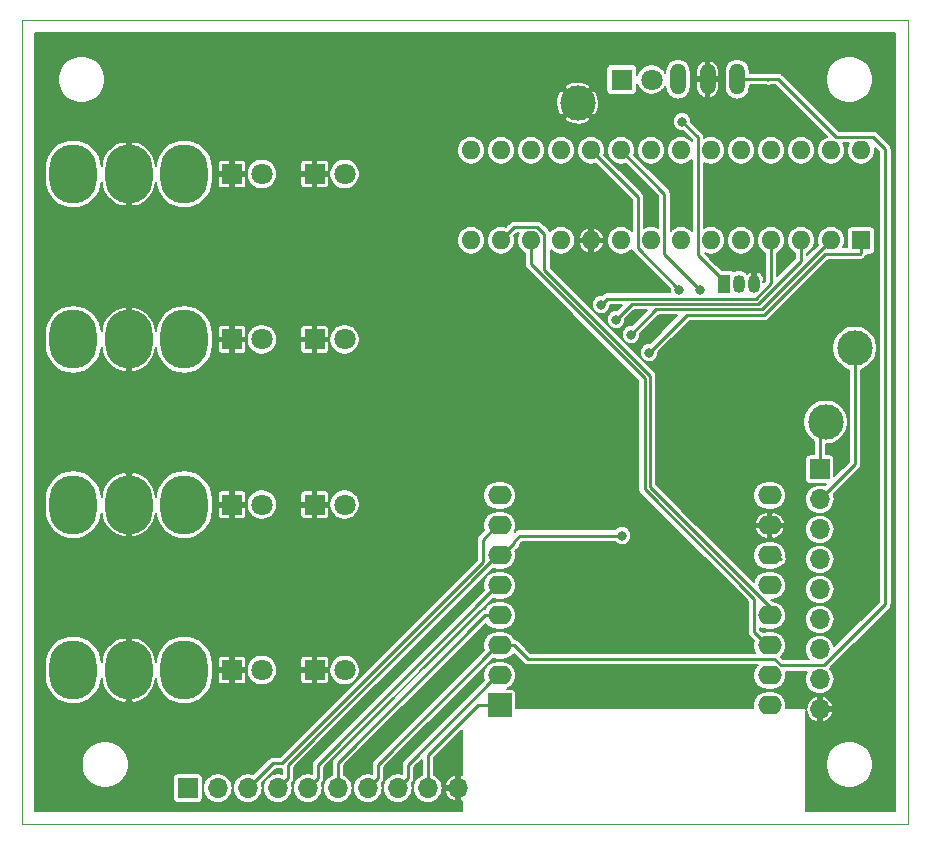
<source format=gbr>
G04 #@! TF.GenerationSoftware,KiCad,Pcbnew,5.1.2-f72e74a~84~ubuntu18.04.1*
G04 #@! TF.CreationDate,2019-06-11T17:55:48+02:00*
G04 #@! TF.ProjectId,ESP-Multiio,4553502d-4d75-46c7-9469-696f2e6b6963,rev?*
G04 #@! TF.SameCoordinates,Original*
G04 #@! TF.FileFunction,Copper,L1,Top*
G04 #@! TF.FilePolarity,Positive*
%FSLAX46Y46*%
G04 Gerber Fmt 4.6, Leading zero omitted, Abs format (unit mm)*
G04 Created by KiCad (PCBNEW 5.1.2-f72e74a~84~ubuntu18.04.1) date 2019-06-11 17:55:48*
%MOMM*%
%LPD*%
G04 APERTURE LIST*
%ADD10C,0.050000*%
%ADD11O,4.000000X5.000000*%
%ADD12O,2.000000X1.600000*%
%ADD13R,2.000000X2.000000*%
%ADD14C,1.800000*%
%ADD15R,1.800000X1.800000*%
%ADD16O,1.320800X2.641600*%
%ADD17R,1.050000X1.500000*%
%ADD18O,1.050000X1.500000*%
%ADD19O,1.700000X1.700000*%
%ADD20R,1.700000X1.700000*%
%ADD21C,3.000000*%
%ADD22O,1.600000X1.600000*%
%ADD23R,1.600000X1.600000*%
%ADD24C,0.800000*%
%ADD25C,0.250000*%
%ADD26C,0.200000*%
G04 APERTURE END LIST*
D10*
X152000000Y-95000000D02*
X77000000Y-95000000D01*
X152000000Y-27000000D02*
X152000000Y-95000000D01*
X77000000Y-27000000D02*
X152000000Y-27000000D01*
X77000000Y-27000000D02*
X77000000Y-95000000D01*
D11*
X81300000Y-40000000D03*
X86000000Y-40000000D03*
X90700000Y-40000000D03*
X81300000Y-54000000D03*
X86000000Y-54000000D03*
X90700000Y-54000000D03*
X81300000Y-68000000D03*
X86000000Y-68000000D03*
X90700000Y-68000000D03*
X81300000Y-82000000D03*
X86000000Y-82000000D03*
X90700000Y-82000000D03*
D12*
X117400000Y-82460000D03*
D13*
X117400000Y-85000000D03*
D12*
X117400000Y-79920000D03*
X117400000Y-77380000D03*
X117400000Y-74840000D03*
X117400000Y-72300000D03*
X117400000Y-69760000D03*
X117400000Y-67220000D03*
X140260000Y-67220000D03*
X140260000Y-69760000D03*
X140260000Y-72300000D03*
X140260000Y-74840000D03*
X140260000Y-77380000D03*
X140260000Y-79920000D03*
X140260000Y-82460000D03*
X140260000Y-85000000D03*
D14*
X97270000Y-82000000D03*
D15*
X94730000Y-82000000D03*
D14*
X130270000Y-32000000D03*
D15*
X127730000Y-32000000D03*
D16*
X137501200Y-31973400D03*
X132501200Y-31973400D03*
X135001200Y-31973400D03*
D17*
X136398000Y-49276000D03*
D18*
X138938000Y-49276000D03*
X137668000Y-49276000D03*
D19*
X113860000Y-92000000D03*
X111320000Y-92000000D03*
X108780000Y-92000000D03*
X106240000Y-92000000D03*
X103700000Y-92000000D03*
X101160000Y-92000000D03*
X98620000Y-92000000D03*
X96080000Y-92000000D03*
X93540000Y-92000000D03*
D20*
X91000000Y-92000000D03*
D19*
X144500000Y-85320000D03*
X144500000Y-82780000D03*
X144500000Y-80240000D03*
X144500000Y-77700000D03*
X144500000Y-75160000D03*
X144500000Y-72620000D03*
X144500000Y-70080000D03*
X144500000Y-67540000D03*
D20*
X144500000Y-65000000D03*
D21*
X147472000Y-54730000D03*
D22*
X148000000Y-38000000D03*
X114980000Y-45620000D03*
X145460000Y-38000000D03*
X117520000Y-45620000D03*
X142920000Y-38000000D03*
X120060000Y-45620000D03*
X140380000Y-38000000D03*
X122600000Y-45620000D03*
X137840000Y-38000000D03*
X125140000Y-45620000D03*
X135300000Y-38000000D03*
X127680000Y-45620000D03*
X132760000Y-38000000D03*
X130220000Y-45620000D03*
X130220000Y-38000000D03*
X132760000Y-45620000D03*
X127680000Y-38000000D03*
X135300000Y-45620000D03*
X125140000Y-38000000D03*
X137840000Y-45620000D03*
X122600000Y-38000000D03*
X140380000Y-45620000D03*
X120060000Y-38000000D03*
X142920000Y-45620000D03*
X117520000Y-38000000D03*
X145460000Y-45620000D03*
X114980000Y-38000000D03*
D23*
X148000000Y-45620000D03*
D21*
X124000000Y-34000000D03*
X145000000Y-61000000D03*
D14*
X104270000Y-82000000D03*
D15*
X101730000Y-82000000D03*
D14*
X97270000Y-68000000D03*
D15*
X94730000Y-68000000D03*
D14*
X104270000Y-68000000D03*
D15*
X101730000Y-68000000D03*
D14*
X97270000Y-54000000D03*
D15*
X94730000Y-54000000D03*
D14*
X104270000Y-54000000D03*
D15*
X101730000Y-54000000D03*
D14*
X97270000Y-40000000D03*
D15*
X94730000Y-40000000D03*
D14*
X104270000Y-40000000D03*
D15*
X101730000Y-40000000D03*
D24*
X108827800Y-33996960D03*
X121000000Y-34000000D03*
X132588000Y-49784000D03*
X134366000Y-49784000D03*
X127762000Y-70612000D03*
X130048000Y-55118000D03*
X128524000Y-53594000D03*
X127254000Y-52324000D03*
X125984000Y-51054000D03*
X132842000Y-35560000D03*
D25*
X135101200Y-32633800D02*
X135101200Y-31973400D01*
X147472000Y-64568000D02*
X147472000Y-54730000D01*
X144500000Y-67540000D02*
X147472000Y-64568000D01*
X144500000Y-62000000D02*
X145500000Y-61000000D01*
X144500000Y-65000000D02*
X144500000Y-62000000D01*
X118319999Y-44820001D02*
X117520000Y-45620000D01*
X118645001Y-44494999D02*
X118319999Y-44820001D01*
X120600001Y-44494999D02*
X118645001Y-44494999D01*
X121185001Y-45079999D02*
X120600001Y-44494999D01*
X121185001Y-48141411D02*
X121185001Y-45079999D01*
X130125010Y-57081420D02*
X121185001Y-48141411D01*
X130125010Y-66496014D02*
X130125010Y-57081420D01*
X140260000Y-76631004D02*
X130125010Y-66496014D01*
X140260000Y-77380000D02*
X140260000Y-76631004D01*
X120060000Y-46380000D02*
X120060000Y-45620000D01*
X140060000Y-79920000D02*
X140260000Y-79920000D01*
X120060000Y-45620000D02*
X120060000Y-47652820D01*
X138934990Y-78794990D02*
X140060000Y-79920000D01*
X129675001Y-66682415D02*
X138934990Y-75942404D01*
X129675000Y-57267820D02*
X129675001Y-66682415D01*
X120060000Y-47652820D02*
X129675000Y-57267820D01*
X138934990Y-75942404D02*
X138934990Y-78794990D01*
X141196003Y-72604999D02*
X140925994Y-72334990D01*
X103700000Y-90797919D02*
X103700000Y-92000000D01*
X103700000Y-89830000D02*
X103700000Y-90797919D01*
X116150000Y-77380000D02*
X103700000Y-89830000D01*
X117400000Y-77380000D02*
X116150000Y-77380000D01*
X102009999Y-91150001D02*
X101160000Y-92000000D01*
X102009999Y-90030001D02*
X102009999Y-91150001D01*
X117200000Y-74840000D02*
X102009999Y-90030001D01*
X117400000Y-74840000D02*
X117200000Y-74840000D01*
X129094999Y-46290999D02*
X132588000Y-49784000D01*
X125140000Y-38000000D02*
X129094999Y-41954999D01*
X129094999Y-41954999D02*
X129094999Y-46290999D01*
X111320000Y-90797919D02*
X111320000Y-92000000D01*
X111320000Y-89220364D02*
X111320000Y-90797919D01*
X115540364Y-85000000D02*
X111320000Y-89220364D01*
X117400000Y-85000000D02*
X115540364Y-85000000D01*
X131345001Y-46763001D02*
X134366000Y-49784000D01*
X127680000Y-38000000D02*
X131345001Y-41665001D01*
X131345001Y-41665001D02*
X131345001Y-46763001D01*
X109629999Y-91150001D02*
X108780000Y-92000000D01*
X109629999Y-90030001D02*
X109629999Y-91150001D01*
X117200000Y-82460000D02*
X109629999Y-90030001D01*
X117400000Y-82460000D02*
X117200000Y-82460000D01*
X137601200Y-32513700D02*
X137601200Y-31973400D01*
X140073400Y-31973400D02*
X140100000Y-32000000D01*
X107089999Y-90030001D02*
X107089999Y-91150001D01*
X117200000Y-79920000D02*
X107089999Y-90030001D01*
X107089999Y-91150001D02*
X106240000Y-92000000D01*
X117400000Y-79920000D02*
X117200000Y-79920000D01*
X118650000Y-79920000D02*
X117400000Y-79920000D01*
X119775010Y-81045010D02*
X118650000Y-79920000D01*
X140636014Y-81045010D02*
X119775010Y-81045010D01*
X141196003Y-81604999D02*
X140636014Y-81045010D01*
X144874003Y-81604999D02*
X141196003Y-81604999D01*
X150059001Y-76420001D02*
X144874003Y-81604999D01*
X150059001Y-37908003D02*
X150059001Y-76420001D01*
X149025997Y-36874999D02*
X145874999Y-36874999D01*
X150059001Y-37908003D02*
X149025997Y-36874999D01*
X140973400Y-31973400D02*
X139973400Y-31973400D01*
X145874999Y-36874999D02*
X140973400Y-31973400D01*
X137601200Y-31973400D02*
X139973400Y-31973400D01*
X139973400Y-31973400D02*
X140073400Y-31973400D01*
X99469999Y-91150001D02*
X98620000Y-92000000D01*
X99469999Y-90030001D02*
X99469999Y-91150001D01*
X117200000Y-72300000D02*
X99469999Y-90030001D01*
X117400000Y-72300000D02*
X117200000Y-72300000D01*
X117600000Y-72300000D02*
X117400000Y-72300000D01*
X118650000Y-71250000D02*
X117600000Y-72300000D01*
X118650000Y-71050000D02*
X118650000Y-71250000D01*
X119088000Y-70612000D02*
X118650000Y-71050000D01*
X127762000Y-70612000D02*
X119088000Y-70612000D01*
X98216410Y-89863590D02*
X96080000Y-92000000D01*
X99000000Y-89863590D02*
X98216410Y-89863590D01*
X116000000Y-72863590D02*
X99000000Y-89863590D01*
X116000000Y-70960000D02*
X116000000Y-72863590D01*
X117400000Y-69760000D02*
X117200000Y-69760000D01*
X117200000Y-69760000D02*
X116000000Y-70960000D01*
X148000000Y-46670000D02*
X148000000Y-45620000D01*
X144971409Y-46745001D02*
X147924999Y-46745001D01*
X147924999Y-46745001D02*
X148000000Y-46670000D01*
X139820383Y-51896027D02*
X144971409Y-46745001D01*
X133269972Y-51896028D02*
X139820383Y-51896027D01*
X130048000Y-55118000D02*
X133269972Y-51896028D01*
X139633982Y-51446018D02*
X145460000Y-45620000D01*
X128524000Y-53594000D02*
X130671982Y-51446018D01*
X130671982Y-51446018D02*
X139633982Y-51446018D01*
X127254000Y-52324000D02*
X128581990Y-50996010D01*
X142920000Y-46751370D02*
X142920000Y-45620000D01*
X142920000Y-47357505D02*
X142920000Y-46751370D01*
X139281496Y-50996009D02*
X142920000Y-47357505D01*
X128581990Y-50996010D02*
X139281496Y-50996009D01*
X140380000Y-48850000D02*
X140380000Y-45620000D01*
X140380000Y-49261095D02*
X140380000Y-48850000D01*
X139095095Y-50546000D02*
X140380000Y-49261095D01*
X126492000Y-50546000D02*
X139095095Y-50546000D01*
X125984000Y-51054000D02*
X126492000Y-50546000D01*
X134174999Y-36892999D02*
X132842000Y-35560000D01*
X134174999Y-46827999D02*
X134174999Y-36892999D01*
X136398000Y-49051000D02*
X135113500Y-47766500D01*
X136398000Y-49276000D02*
X136398000Y-49051000D01*
X135382000Y-48035000D02*
X135113500Y-47766500D01*
X135113500Y-47766500D02*
X134174999Y-46827999D01*
X132601200Y-32633800D02*
X132601200Y-31973400D01*
D26*
G36*
X150900000Y-93900000D02*
G01*
X143356000Y-93900000D01*
X143356000Y-89803017D01*
X145000000Y-89803017D01*
X145000000Y-90196983D01*
X145076859Y-90583378D01*
X145227623Y-90947355D01*
X145446499Y-91274926D01*
X145725074Y-91553501D01*
X146052645Y-91772377D01*
X146416622Y-91923141D01*
X146803017Y-92000000D01*
X147196983Y-92000000D01*
X147583378Y-91923141D01*
X147947355Y-91772377D01*
X148274926Y-91553501D01*
X148553501Y-91274926D01*
X148772377Y-90947355D01*
X148923141Y-90583378D01*
X149000000Y-90196983D01*
X149000000Y-89803017D01*
X148923141Y-89416622D01*
X148772377Y-89052645D01*
X148553501Y-88725074D01*
X148274926Y-88446499D01*
X147947355Y-88227623D01*
X147583378Y-88076859D01*
X147196983Y-88000000D01*
X146803017Y-88000000D01*
X146416622Y-88076859D01*
X146052645Y-88227623D01*
X145725074Y-88446499D01*
X145446499Y-88725074D01*
X145227623Y-89052645D01*
X145076859Y-89416622D01*
X145000000Y-89803017D01*
X143356000Y-89803017D01*
X143356000Y-85474002D01*
X143430026Y-85474002D01*
X143390507Y-85651646D01*
X143393231Y-85660652D01*
X143480955Y-85870026D01*
X143607840Y-86058263D01*
X143769011Y-86218129D01*
X143958273Y-86343481D01*
X144168353Y-86429501D01*
X144346000Y-86390722D01*
X144346000Y-85474000D01*
X144654000Y-85474000D01*
X144654000Y-86390722D01*
X144831647Y-86429501D01*
X145041727Y-86343481D01*
X145230989Y-86218129D01*
X145392160Y-86058263D01*
X145519045Y-85870026D01*
X145606769Y-85660652D01*
X145609493Y-85651646D01*
X145569974Y-85474000D01*
X144654000Y-85474000D01*
X144346000Y-85474000D01*
X144326000Y-85474000D01*
X144326000Y-85166000D01*
X144346000Y-85166000D01*
X144346000Y-84249278D01*
X144654000Y-84249278D01*
X144654000Y-85166000D01*
X145569974Y-85166000D01*
X145609493Y-84988354D01*
X145606769Y-84979348D01*
X145519045Y-84769974D01*
X145392160Y-84581737D01*
X145230989Y-84421871D01*
X145041727Y-84296519D01*
X144831647Y-84210499D01*
X144654000Y-84249278D01*
X144346000Y-84249278D01*
X144168353Y-84210499D01*
X143958273Y-84296519D01*
X143769011Y-84421871D01*
X143607840Y-84581737D01*
X143480955Y-84769974D01*
X143393231Y-84979348D01*
X143390507Y-84988354D01*
X143430026Y-85165998D01*
X143342000Y-85165998D01*
X143342000Y-85293781D01*
X143339147Y-85288443D01*
X143326711Y-85273289D01*
X143311557Y-85260853D01*
X143294268Y-85251612D01*
X143275509Y-85245921D01*
X143256000Y-85244000D01*
X141639980Y-85244000D01*
X141642637Y-85235241D01*
X141665806Y-85000000D01*
X141642637Y-84764759D01*
X141574019Y-84538558D01*
X141462591Y-84330090D01*
X141312634Y-84147366D01*
X141129910Y-83997409D01*
X140921442Y-83885981D01*
X140695241Y-83817363D01*
X140518950Y-83800000D01*
X140001050Y-83800000D01*
X139824759Y-83817363D01*
X139598558Y-83885981D01*
X139390090Y-83997409D01*
X139207366Y-84147366D01*
X139057409Y-84330090D01*
X138945981Y-84538558D01*
X138877363Y-84764759D01*
X138854194Y-85000000D01*
X138877363Y-85235241D01*
X138880020Y-85244000D01*
X118801935Y-85244000D01*
X118801935Y-84000000D01*
X118794212Y-83921586D01*
X118771340Y-83846186D01*
X118734197Y-83776697D01*
X118684211Y-83715789D01*
X118623303Y-83665803D01*
X118553814Y-83628660D01*
X118478414Y-83605788D01*
X118400000Y-83598065D01*
X117982174Y-83598065D01*
X118061442Y-83574019D01*
X118269910Y-83462591D01*
X118452634Y-83312634D01*
X118602591Y-83129910D01*
X118714019Y-82921442D01*
X118782637Y-82695241D01*
X118805806Y-82460000D01*
X118782637Y-82224759D01*
X118714019Y-81998558D01*
X118602591Y-81790090D01*
X118452634Y-81607366D01*
X118269910Y-81457409D01*
X118061442Y-81345981D01*
X117835241Y-81277363D01*
X117658950Y-81260000D01*
X117141050Y-81260000D01*
X116964759Y-81277363D01*
X116738558Y-81345981D01*
X116530090Y-81457409D01*
X116347366Y-81607366D01*
X116197409Y-81790090D01*
X116085981Y-81998558D01*
X116017363Y-82224759D01*
X115994194Y-82460000D01*
X116017363Y-82695241D01*
X116065061Y-82852477D01*
X109277009Y-89640530D01*
X109256972Y-89656974D01*
X109191366Y-89736915D01*
X109142616Y-89828121D01*
X109112596Y-89927084D01*
X109104999Y-90004214D01*
X109104999Y-90004221D01*
X109102460Y-90030001D01*
X109104999Y-90055781D01*
X109105000Y-90792341D01*
X109025043Y-90768087D01*
X108841405Y-90750000D01*
X108718595Y-90750000D01*
X108534957Y-90768087D01*
X108299331Y-90839563D01*
X108082177Y-90955634D01*
X107891840Y-91111840D01*
X107735634Y-91302177D01*
X107619563Y-91519331D01*
X107548087Y-91754957D01*
X107523952Y-92000000D01*
X107548087Y-92245043D01*
X107619563Y-92480669D01*
X107735634Y-92697823D01*
X107891840Y-92888160D01*
X108082177Y-93044366D01*
X108299331Y-93160437D01*
X108534957Y-93231913D01*
X108718595Y-93250000D01*
X108841405Y-93250000D01*
X109025043Y-93231913D01*
X109260669Y-93160437D01*
X109477823Y-93044366D01*
X109668160Y-92888160D01*
X109824366Y-92697823D01*
X109940437Y-92480669D01*
X110011913Y-92245043D01*
X110036048Y-92000000D01*
X110011913Y-91754957D01*
X109955029Y-91567433D01*
X109982995Y-91539467D01*
X110003026Y-91523028D01*
X110068632Y-91443087D01*
X110117382Y-91351882D01*
X110147402Y-91252919D01*
X110154999Y-91175789D01*
X110154999Y-91175782D01*
X110157538Y-91150002D01*
X110154999Y-91124222D01*
X110154999Y-90247462D01*
X110795000Y-89607461D01*
X110795001Y-90772122D01*
X110795000Y-90772132D01*
X110795000Y-90863258D01*
X110622177Y-90955634D01*
X110431840Y-91111840D01*
X110275634Y-91302177D01*
X110159563Y-91519331D01*
X110088087Y-91754957D01*
X110063952Y-92000000D01*
X110088087Y-92245043D01*
X110159563Y-92480669D01*
X110275634Y-92697823D01*
X110431840Y-92888160D01*
X110622177Y-93044366D01*
X110839331Y-93160437D01*
X111074957Y-93231913D01*
X111258595Y-93250000D01*
X111381405Y-93250000D01*
X111565043Y-93231913D01*
X111800669Y-93160437D01*
X112017823Y-93044366D01*
X112208160Y-92888160D01*
X112364366Y-92697823D01*
X112480437Y-92480669D01*
X112525642Y-92331647D01*
X112750499Y-92331647D01*
X112836519Y-92541727D01*
X112961871Y-92730989D01*
X113121737Y-92892160D01*
X113309974Y-93019045D01*
X113519348Y-93106769D01*
X113528354Y-93109493D01*
X113706000Y-93069974D01*
X113706000Y-92154000D01*
X112789278Y-92154000D01*
X112750499Y-92331647D01*
X112525642Y-92331647D01*
X112551913Y-92245043D01*
X112576048Y-92000000D01*
X112551913Y-91754957D01*
X112525643Y-91668353D01*
X112750499Y-91668353D01*
X112789278Y-91846000D01*
X113706000Y-91846000D01*
X113706000Y-90930026D01*
X113528354Y-90890507D01*
X113519348Y-90893231D01*
X113309974Y-90980955D01*
X113121737Y-91107840D01*
X112961871Y-91269011D01*
X112836519Y-91458273D01*
X112750499Y-91668353D01*
X112525643Y-91668353D01*
X112480437Y-91519331D01*
X112364366Y-91302177D01*
X112208160Y-91111840D01*
X112017823Y-90955634D01*
X111845000Y-90863258D01*
X111845000Y-89437825D01*
X114200000Y-87082826D01*
X114200000Y-90893034D01*
X114191646Y-90890507D01*
X114014000Y-90930026D01*
X114014000Y-91846000D01*
X114034000Y-91846000D01*
X114034000Y-92154000D01*
X114014000Y-92154000D01*
X114014000Y-93069974D01*
X114191646Y-93109493D01*
X114200000Y-93106966D01*
X114200000Y-93900000D01*
X78100000Y-93900000D01*
X78100000Y-89803017D01*
X82000000Y-89803017D01*
X82000000Y-90196983D01*
X82076859Y-90583378D01*
X82227623Y-90947355D01*
X82446499Y-91274926D01*
X82725074Y-91553501D01*
X83052645Y-91772377D01*
X83416622Y-91923141D01*
X83803017Y-92000000D01*
X84196983Y-92000000D01*
X84583378Y-91923141D01*
X84947355Y-91772377D01*
X85274926Y-91553501D01*
X85553501Y-91274926D01*
X85636973Y-91150000D01*
X89748065Y-91150000D01*
X89748065Y-92850000D01*
X89755788Y-92928414D01*
X89778660Y-93003814D01*
X89815803Y-93073303D01*
X89865789Y-93134211D01*
X89926697Y-93184197D01*
X89996186Y-93221340D01*
X90071586Y-93244212D01*
X90150000Y-93251935D01*
X91850000Y-93251935D01*
X91928414Y-93244212D01*
X92003814Y-93221340D01*
X92073303Y-93184197D01*
X92134211Y-93134211D01*
X92184197Y-93073303D01*
X92221340Y-93003814D01*
X92244212Y-92928414D01*
X92251935Y-92850000D01*
X92251935Y-92000000D01*
X92283952Y-92000000D01*
X92308087Y-92245043D01*
X92379563Y-92480669D01*
X92495634Y-92697823D01*
X92651840Y-92888160D01*
X92842177Y-93044366D01*
X93059331Y-93160437D01*
X93294957Y-93231913D01*
X93478595Y-93250000D01*
X93601405Y-93250000D01*
X93785043Y-93231913D01*
X94020669Y-93160437D01*
X94237823Y-93044366D01*
X94428160Y-92888160D01*
X94584366Y-92697823D01*
X94700437Y-92480669D01*
X94771913Y-92245043D01*
X94796048Y-92000000D01*
X94823952Y-92000000D01*
X94848087Y-92245043D01*
X94919563Y-92480669D01*
X95035634Y-92697823D01*
X95191840Y-92888160D01*
X95382177Y-93044366D01*
X95599331Y-93160437D01*
X95834957Y-93231913D01*
X96018595Y-93250000D01*
X96141405Y-93250000D01*
X96325043Y-93231913D01*
X96560669Y-93160437D01*
X96777823Y-93044366D01*
X96968160Y-92888160D01*
X97124366Y-92697823D01*
X97240437Y-92480669D01*
X97311913Y-92245043D01*
X97336048Y-92000000D01*
X97311913Y-91754957D01*
X97255028Y-91567433D01*
X98433872Y-90388590D01*
X98944999Y-90388590D01*
X98945000Y-90792341D01*
X98865043Y-90768087D01*
X98681405Y-90750000D01*
X98558595Y-90750000D01*
X98374957Y-90768087D01*
X98139331Y-90839563D01*
X97922177Y-90955634D01*
X97731840Y-91111840D01*
X97575634Y-91302177D01*
X97459563Y-91519331D01*
X97388087Y-91754957D01*
X97363952Y-92000000D01*
X97388087Y-92245043D01*
X97459563Y-92480669D01*
X97575634Y-92697823D01*
X97731840Y-92888160D01*
X97922177Y-93044366D01*
X98139331Y-93160437D01*
X98374957Y-93231913D01*
X98558595Y-93250000D01*
X98681405Y-93250000D01*
X98865043Y-93231913D01*
X99100669Y-93160437D01*
X99317823Y-93044366D01*
X99508160Y-92888160D01*
X99664366Y-92697823D01*
X99780437Y-92480669D01*
X99851913Y-92245043D01*
X99876048Y-92000000D01*
X99903952Y-92000000D01*
X99928087Y-92245043D01*
X99999563Y-92480669D01*
X100115634Y-92697823D01*
X100271840Y-92888160D01*
X100462177Y-93044366D01*
X100679331Y-93160437D01*
X100914957Y-93231913D01*
X101098595Y-93250000D01*
X101221405Y-93250000D01*
X101405043Y-93231913D01*
X101640669Y-93160437D01*
X101857823Y-93044366D01*
X102048160Y-92888160D01*
X102204366Y-92697823D01*
X102320437Y-92480669D01*
X102391913Y-92245043D01*
X102416048Y-92000000D01*
X102443952Y-92000000D01*
X102468087Y-92245043D01*
X102539563Y-92480669D01*
X102655634Y-92697823D01*
X102811840Y-92888160D01*
X103002177Y-93044366D01*
X103219331Y-93160437D01*
X103454957Y-93231913D01*
X103638595Y-93250000D01*
X103761405Y-93250000D01*
X103945043Y-93231913D01*
X104180669Y-93160437D01*
X104397823Y-93044366D01*
X104588160Y-92888160D01*
X104744366Y-92697823D01*
X104860437Y-92480669D01*
X104931913Y-92245043D01*
X104956048Y-92000000D01*
X104983952Y-92000000D01*
X105008087Y-92245043D01*
X105079563Y-92480669D01*
X105195634Y-92697823D01*
X105351840Y-92888160D01*
X105542177Y-93044366D01*
X105759331Y-93160437D01*
X105994957Y-93231913D01*
X106178595Y-93250000D01*
X106301405Y-93250000D01*
X106485043Y-93231913D01*
X106720669Y-93160437D01*
X106937823Y-93044366D01*
X107128160Y-92888160D01*
X107284366Y-92697823D01*
X107400437Y-92480669D01*
X107471913Y-92245043D01*
X107496048Y-92000000D01*
X107471913Y-91754957D01*
X107415029Y-91567433D01*
X107442995Y-91539467D01*
X107463026Y-91523028D01*
X107528632Y-91443087D01*
X107577382Y-91351882D01*
X107607402Y-91252919D01*
X107614999Y-91175789D01*
X107614999Y-91175782D01*
X107617538Y-91150002D01*
X107614999Y-91124222D01*
X107614999Y-90247462D01*
X116807523Y-81054939D01*
X116964759Y-81102637D01*
X117141050Y-81120000D01*
X117658950Y-81120000D01*
X117835241Y-81102637D01*
X118061442Y-81034019D01*
X118269910Y-80922591D01*
X118452634Y-80772634D01*
X118591258Y-80603719D01*
X119385544Y-81398006D01*
X119401983Y-81418037D01*
X119481924Y-81483643D01*
X119573129Y-81532393D01*
X119672092Y-81562413D01*
X119749222Y-81570010D01*
X119749229Y-81570010D01*
X119775009Y-81572549D01*
X119800789Y-81570010D01*
X139252885Y-81570010D01*
X139207366Y-81607366D01*
X139057409Y-81790090D01*
X138945981Y-81998558D01*
X138877363Y-82224759D01*
X138854194Y-82460000D01*
X138877363Y-82695241D01*
X138945981Y-82921442D01*
X139057409Y-83129910D01*
X139207366Y-83312634D01*
X139390090Y-83462591D01*
X139598558Y-83574019D01*
X139824759Y-83642637D01*
X140001050Y-83660000D01*
X140518950Y-83660000D01*
X140695241Y-83642637D01*
X140921442Y-83574019D01*
X141129910Y-83462591D01*
X141312634Y-83312634D01*
X141462591Y-83129910D01*
X141574019Y-82921442D01*
X141642637Y-82695241D01*
X141665806Y-82460000D01*
X141642637Y-82224759D01*
X141613892Y-82129999D01*
X143430073Y-82129999D01*
X143339563Y-82299331D01*
X143268087Y-82534957D01*
X143243952Y-82780000D01*
X143268087Y-83025043D01*
X143339563Y-83260669D01*
X143455634Y-83477823D01*
X143611840Y-83668160D01*
X143802177Y-83824366D01*
X144019331Y-83940437D01*
X144254957Y-84011913D01*
X144438595Y-84030000D01*
X144561405Y-84030000D01*
X144745043Y-84011913D01*
X144980669Y-83940437D01*
X145197823Y-83824366D01*
X145388160Y-83668160D01*
X145544366Y-83477823D01*
X145660437Y-83260669D01*
X145731913Y-83025043D01*
X145756048Y-82780000D01*
X145731913Y-82534957D01*
X145660437Y-82299331D01*
X145544366Y-82082177D01*
X145388160Y-81891840D01*
X145356009Y-81865454D01*
X150411997Y-76809467D01*
X150432028Y-76793028D01*
X150497634Y-76713087D01*
X150546384Y-76621882D01*
X150576404Y-76522919D01*
X150584001Y-76445789D01*
X150584001Y-76445782D01*
X150586540Y-76420002D01*
X150584001Y-76394222D01*
X150584001Y-37933782D01*
X150586540Y-37908002D01*
X150584001Y-37882222D01*
X150584001Y-37882215D01*
X150576404Y-37805085D01*
X150546384Y-37706122D01*
X150497634Y-37614917D01*
X150432028Y-37534976D01*
X150411997Y-37518537D01*
X149415468Y-36522009D01*
X149399024Y-36501972D01*
X149319083Y-36436366D01*
X149227878Y-36387616D01*
X149128915Y-36357596D01*
X149051785Y-36349999D01*
X149051777Y-36349999D01*
X149025997Y-36347460D01*
X149000217Y-36349999D01*
X146092462Y-36349999D01*
X141545479Y-31803017D01*
X145000000Y-31803017D01*
X145000000Y-32196983D01*
X145076859Y-32583378D01*
X145227623Y-32947355D01*
X145446499Y-33274926D01*
X145725074Y-33553501D01*
X146052645Y-33772377D01*
X146416622Y-33923141D01*
X146803017Y-34000000D01*
X147196983Y-34000000D01*
X147583378Y-33923141D01*
X147947355Y-33772377D01*
X148274926Y-33553501D01*
X148553501Y-33274926D01*
X148772377Y-32947355D01*
X148923141Y-32583378D01*
X149000000Y-32196983D01*
X149000000Y-31803017D01*
X148923141Y-31416622D01*
X148772377Y-31052645D01*
X148553501Y-30725074D01*
X148274926Y-30446499D01*
X147947355Y-30227623D01*
X147583378Y-30076859D01*
X147196983Y-30000000D01*
X146803017Y-30000000D01*
X146416622Y-30076859D01*
X146052645Y-30227623D01*
X145725074Y-30446499D01*
X145446499Y-30725074D01*
X145227623Y-31052645D01*
X145076859Y-31416622D01*
X145000000Y-31803017D01*
X141545479Y-31803017D01*
X141362871Y-31620410D01*
X141346427Y-31600373D01*
X141266486Y-31534767D01*
X141175281Y-31486017D01*
X141076318Y-31455997D01*
X140999188Y-31448400D01*
X140999180Y-31448400D01*
X140973400Y-31445861D01*
X140947620Y-31448400D01*
X140099180Y-31448400D01*
X140073400Y-31445861D01*
X140047620Y-31448400D01*
X138561600Y-31448400D01*
X138561600Y-31260914D01*
X138546256Y-31105125D01*
X138485621Y-30905239D01*
X138387156Y-30721023D01*
X138254643Y-30559557D01*
X138093177Y-30427044D01*
X137908961Y-30328579D01*
X137709075Y-30267944D01*
X137501200Y-30247470D01*
X137293326Y-30267944D01*
X137093440Y-30328579D01*
X136909224Y-30427044D01*
X136747758Y-30559557D01*
X136615245Y-30721023D01*
X136516780Y-30905239D01*
X136456145Y-31105125D01*
X136440800Y-31260914D01*
X136440800Y-32685885D01*
X136456144Y-32841674D01*
X136516779Y-33041560D01*
X136615244Y-33225777D01*
X136747757Y-33387243D01*
X136909223Y-33519756D01*
X137093439Y-33618221D01*
X137293325Y-33678856D01*
X137501200Y-33699330D01*
X137709074Y-33678856D01*
X137908960Y-33618221D01*
X138093177Y-33519756D01*
X138254643Y-33387243D01*
X138387156Y-33225777D01*
X138485621Y-33041561D01*
X138546256Y-32841675D01*
X138561600Y-32685886D01*
X138561600Y-32498400D01*
X139934438Y-32498400D01*
X139997083Y-32517403D01*
X140099999Y-32527539D01*
X140202917Y-32517403D01*
X140265562Y-32498400D01*
X140755939Y-32498400D01*
X145109779Y-36852242D01*
X144998558Y-36885981D01*
X144790090Y-36997409D01*
X144607366Y-37147366D01*
X144457409Y-37330090D01*
X144345981Y-37538558D01*
X144277363Y-37764759D01*
X144254194Y-38000000D01*
X144277363Y-38235241D01*
X144345981Y-38461442D01*
X144457409Y-38669910D01*
X144607366Y-38852634D01*
X144790090Y-39002591D01*
X144998558Y-39114019D01*
X145224759Y-39182637D01*
X145401050Y-39200000D01*
X145518950Y-39200000D01*
X145695241Y-39182637D01*
X145921442Y-39114019D01*
X146129910Y-39002591D01*
X146312634Y-38852634D01*
X146462591Y-38669910D01*
X146574019Y-38461442D01*
X146642637Y-38235241D01*
X146665806Y-38000000D01*
X146642637Y-37764759D01*
X146574019Y-37538558D01*
X146499958Y-37399999D01*
X146960042Y-37399999D01*
X146885981Y-37538558D01*
X146817363Y-37764759D01*
X146794194Y-38000000D01*
X146817363Y-38235241D01*
X146885981Y-38461442D01*
X146997409Y-38669910D01*
X147147366Y-38852634D01*
X147330090Y-39002591D01*
X147538558Y-39114019D01*
X147764759Y-39182637D01*
X147941050Y-39200000D01*
X148058950Y-39200000D01*
X148235241Y-39182637D01*
X148461442Y-39114019D01*
X148669910Y-39002591D01*
X148852634Y-38852634D01*
X149002591Y-38669910D01*
X149114019Y-38461442D01*
X149182637Y-38235241D01*
X149205806Y-38000000D01*
X149183658Y-37775121D01*
X149534001Y-38125465D01*
X149534002Y-76202538D01*
X145732780Y-80003761D01*
X145731913Y-79994957D01*
X145660437Y-79759331D01*
X145544366Y-79542177D01*
X145388160Y-79351840D01*
X145197823Y-79195634D01*
X144980669Y-79079563D01*
X144745043Y-79008087D01*
X144561405Y-78990000D01*
X144438595Y-78990000D01*
X144254957Y-79008087D01*
X144019331Y-79079563D01*
X143802177Y-79195634D01*
X143611840Y-79351840D01*
X143455634Y-79542177D01*
X143339563Y-79759331D01*
X143268087Y-79994957D01*
X143243952Y-80240000D01*
X143268087Y-80485043D01*
X143339563Y-80720669D01*
X143455634Y-80937823D01*
X143572315Y-81079999D01*
X141413465Y-81079999D01*
X141199195Y-80865730D01*
X141312634Y-80772634D01*
X141462591Y-80589910D01*
X141574019Y-80381442D01*
X141642637Y-80155241D01*
X141665806Y-79920000D01*
X141642637Y-79684759D01*
X141574019Y-79458558D01*
X141462591Y-79250090D01*
X141312634Y-79067366D01*
X141129910Y-78917409D01*
X140921442Y-78805981D01*
X140695241Y-78737363D01*
X140518950Y-78720000D01*
X140001050Y-78720000D01*
X139824759Y-78737363D01*
X139667522Y-78785061D01*
X139459990Y-78577529D01*
X139459990Y-78419953D01*
X139598558Y-78494019D01*
X139824759Y-78562637D01*
X140001050Y-78580000D01*
X140518950Y-78580000D01*
X140695241Y-78562637D01*
X140921442Y-78494019D01*
X141129910Y-78382591D01*
X141312634Y-78232634D01*
X141462591Y-78049910D01*
X141574019Y-77841442D01*
X141616925Y-77700000D01*
X143243952Y-77700000D01*
X143268087Y-77945043D01*
X143339563Y-78180669D01*
X143455634Y-78397823D01*
X143611840Y-78588160D01*
X143802177Y-78744366D01*
X144019331Y-78860437D01*
X144254957Y-78931913D01*
X144438595Y-78950000D01*
X144561405Y-78950000D01*
X144745043Y-78931913D01*
X144980669Y-78860437D01*
X145197823Y-78744366D01*
X145388160Y-78588160D01*
X145544366Y-78397823D01*
X145660437Y-78180669D01*
X145731913Y-77945043D01*
X145756048Y-77700000D01*
X145731913Y-77454957D01*
X145660437Y-77219331D01*
X145544366Y-77002177D01*
X145388160Y-76811840D01*
X145197823Y-76655634D01*
X144980669Y-76539563D01*
X144745043Y-76468087D01*
X144561405Y-76450000D01*
X144438595Y-76450000D01*
X144254957Y-76468087D01*
X144019331Y-76539563D01*
X143802177Y-76655634D01*
X143611840Y-76811840D01*
X143455634Y-77002177D01*
X143339563Y-77219331D01*
X143268087Y-77454957D01*
X143243952Y-77700000D01*
X141616925Y-77700000D01*
X141642637Y-77615241D01*
X141665806Y-77380000D01*
X141642637Y-77144759D01*
X141574019Y-76918558D01*
X141462591Y-76710090D01*
X141312634Y-76527366D01*
X141129910Y-76377409D01*
X140921442Y-76265981D01*
X140695241Y-76197363D01*
X140555010Y-76183552D01*
X140411458Y-76040000D01*
X140518950Y-76040000D01*
X140695241Y-76022637D01*
X140921442Y-75954019D01*
X141129910Y-75842591D01*
X141312634Y-75692634D01*
X141462591Y-75509910D01*
X141574019Y-75301442D01*
X141616925Y-75160000D01*
X143243952Y-75160000D01*
X143268087Y-75405043D01*
X143339563Y-75640669D01*
X143455634Y-75857823D01*
X143611840Y-76048160D01*
X143802177Y-76204366D01*
X144019331Y-76320437D01*
X144254957Y-76391913D01*
X144438595Y-76410000D01*
X144561405Y-76410000D01*
X144745043Y-76391913D01*
X144980669Y-76320437D01*
X145197823Y-76204366D01*
X145388160Y-76048160D01*
X145544366Y-75857823D01*
X145660437Y-75640669D01*
X145731913Y-75405043D01*
X145756048Y-75160000D01*
X145731913Y-74914957D01*
X145660437Y-74679331D01*
X145544366Y-74462177D01*
X145388160Y-74271840D01*
X145197823Y-74115634D01*
X144980669Y-73999563D01*
X144745043Y-73928087D01*
X144561405Y-73910000D01*
X144438595Y-73910000D01*
X144254957Y-73928087D01*
X144019331Y-73999563D01*
X143802177Y-74115634D01*
X143611840Y-74271840D01*
X143455634Y-74462177D01*
X143339563Y-74679331D01*
X143268087Y-74914957D01*
X143243952Y-75160000D01*
X141616925Y-75160000D01*
X141642637Y-75075241D01*
X141665806Y-74840000D01*
X141642637Y-74604759D01*
X141574019Y-74378558D01*
X141462591Y-74170090D01*
X141312634Y-73987366D01*
X141129910Y-73837409D01*
X140921442Y-73725981D01*
X140695241Y-73657363D01*
X140518950Y-73640000D01*
X140001050Y-73640000D01*
X139824759Y-73657363D01*
X139598558Y-73725981D01*
X139390090Y-73837409D01*
X139207366Y-73987366D01*
X139057409Y-74170090D01*
X138945981Y-74378558D01*
X138900371Y-74528913D01*
X136671458Y-72300000D01*
X138854194Y-72300000D01*
X138877363Y-72535241D01*
X138945981Y-72761442D01*
X139057409Y-72969910D01*
X139207366Y-73152634D01*
X139390090Y-73302591D01*
X139598558Y-73414019D01*
X139824759Y-73482637D01*
X140001050Y-73500000D01*
X140518950Y-73500000D01*
X140695241Y-73482637D01*
X140921442Y-73414019D01*
X141129910Y-73302591D01*
X141312634Y-73152634D01*
X141350215Y-73106841D01*
X141397883Y-73092381D01*
X141489087Y-73043631D01*
X141569029Y-72978025D01*
X141634635Y-72898083D01*
X141683385Y-72806879D01*
X141713406Y-72707915D01*
X141722064Y-72620000D01*
X143243952Y-72620000D01*
X143268087Y-72865043D01*
X143339563Y-73100669D01*
X143455634Y-73317823D01*
X143611840Y-73508160D01*
X143802177Y-73664366D01*
X144019331Y-73780437D01*
X144254957Y-73851913D01*
X144438595Y-73870000D01*
X144561405Y-73870000D01*
X144745043Y-73851913D01*
X144980669Y-73780437D01*
X145197823Y-73664366D01*
X145388160Y-73508160D01*
X145544366Y-73317823D01*
X145660437Y-73100669D01*
X145731913Y-72865043D01*
X145756048Y-72620000D01*
X145731913Y-72374957D01*
X145660437Y-72139331D01*
X145544366Y-71922177D01*
X145388160Y-71731840D01*
X145197823Y-71575634D01*
X144980669Y-71459563D01*
X144745043Y-71388087D01*
X144561405Y-71370000D01*
X144438595Y-71370000D01*
X144254957Y-71388087D01*
X144019331Y-71459563D01*
X143802177Y-71575634D01*
X143611840Y-71731840D01*
X143455634Y-71922177D01*
X143339563Y-72139331D01*
X143268087Y-72374957D01*
X143243952Y-72620000D01*
X141722064Y-72620000D01*
X141723542Y-72604998D01*
X141713406Y-72502081D01*
X141683385Y-72403118D01*
X141659965Y-72359303D01*
X141665806Y-72300000D01*
X141642637Y-72064759D01*
X141574019Y-71838558D01*
X141462591Y-71630090D01*
X141312634Y-71447366D01*
X141129910Y-71297409D01*
X140921442Y-71185981D01*
X140695241Y-71117363D01*
X140518950Y-71100000D01*
X140001050Y-71100000D01*
X139824759Y-71117363D01*
X139598558Y-71185981D01*
X139390090Y-71297409D01*
X139207366Y-71447366D01*
X139057409Y-71630090D01*
X138945981Y-71838558D01*
X138877363Y-72064759D01*
X138854194Y-72300000D01*
X136671458Y-72300000D01*
X134455209Y-70083751D01*
X139000354Y-70083751D01*
X139070138Y-70266984D01*
X139188066Y-70450355D01*
X139339502Y-70607196D01*
X139518626Y-70731480D01*
X139718555Y-70818430D01*
X139931605Y-70864705D01*
X140106000Y-70794190D01*
X140106000Y-69914000D01*
X140414000Y-69914000D01*
X140414000Y-70794190D01*
X140588395Y-70864705D01*
X140801445Y-70818430D01*
X141001374Y-70731480D01*
X141180498Y-70607196D01*
X141331934Y-70450355D01*
X141449862Y-70266984D01*
X141519646Y-70083751D01*
X141518758Y-70080000D01*
X143243952Y-70080000D01*
X143268087Y-70325043D01*
X143339563Y-70560669D01*
X143455634Y-70777823D01*
X143611840Y-70968160D01*
X143802177Y-71124366D01*
X144019331Y-71240437D01*
X144254957Y-71311913D01*
X144438595Y-71330000D01*
X144561405Y-71330000D01*
X144745043Y-71311913D01*
X144980669Y-71240437D01*
X145197823Y-71124366D01*
X145388160Y-70968160D01*
X145544366Y-70777823D01*
X145660437Y-70560669D01*
X145731913Y-70325043D01*
X145756048Y-70080000D01*
X145731913Y-69834957D01*
X145660437Y-69599331D01*
X145544366Y-69382177D01*
X145388160Y-69191840D01*
X145197823Y-69035634D01*
X144980669Y-68919563D01*
X144745043Y-68848087D01*
X144561405Y-68830000D01*
X144438595Y-68830000D01*
X144254957Y-68848087D01*
X144019331Y-68919563D01*
X143802177Y-69035634D01*
X143611840Y-69191840D01*
X143455634Y-69382177D01*
X143339563Y-69599331D01*
X143268087Y-69834957D01*
X143243952Y-70080000D01*
X141518758Y-70080000D01*
X141479434Y-69914000D01*
X140414000Y-69914000D01*
X140106000Y-69914000D01*
X139040566Y-69914000D01*
X139000354Y-70083751D01*
X134455209Y-70083751D01*
X133807707Y-69436249D01*
X139000354Y-69436249D01*
X139040566Y-69606000D01*
X140106000Y-69606000D01*
X140106000Y-68725810D01*
X140414000Y-68725810D01*
X140414000Y-69606000D01*
X141479434Y-69606000D01*
X141519646Y-69436249D01*
X141449862Y-69253016D01*
X141331934Y-69069645D01*
X141180498Y-68912804D01*
X141001374Y-68788520D01*
X140801445Y-68701570D01*
X140588395Y-68655295D01*
X140414000Y-68725810D01*
X140106000Y-68725810D01*
X139931605Y-68655295D01*
X139718555Y-68701570D01*
X139518626Y-68788520D01*
X139339502Y-68912804D01*
X139188066Y-69069645D01*
X139070138Y-69253016D01*
X139000354Y-69436249D01*
X133807707Y-69436249D01*
X131591458Y-67220000D01*
X138854194Y-67220000D01*
X138877363Y-67455241D01*
X138945981Y-67681442D01*
X139057409Y-67889910D01*
X139207366Y-68072634D01*
X139390090Y-68222591D01*
X139598558Y-68334019D01*
X139824759Y-68402637D01*
X140001050Y-68420000D01*
X140518950Y-68420000D01*
X140695241Y-68402637D01*
X140921442Y-68334019D01*
X141129910Y-68222591D01*
X141312634Y-68072634D01*
X141462591Y-67889910D01*
X141574019Y-67681442D01*
X141642637Y-67455241D01*
X141665806Y-67220000D01*
X141642637Y-66984759D01*
X141574019Y-66758558D01*
X141462591Y-66550090D01*
X141312634Y-66367366D01*
X141129910Y-66217409D01*
X140921442Y-66105981D01*
X140695241Y-66037363D01*
X140518950Y-66020000D01*
X140001050Y-66020000D01*
X139824759Y-66037363D01*
X139598558Y-66105981D01*
X139390090Y-66217409D01*
X139207366Y-66367366D01*
X139057409Y-66550090D01*
X138945981Y-66758558D01*
X138877363Y-66984759D01*
X138854194Y-67220000D01*
X131591458Y-67220000D01*
X130650010Y-66278553D01*
X130650010Y-60812866D01*
X143100000Y-60812866D01*
X143100000Y-61187134D01*
X143173016Y-61554209D01*
X143316242Y-61899987D01*
X143524174Y-62211179D01*
X143788821Y-62475826D01*
X143975001Y-62600227D01*
X143975000Y-63748065D01*
X143650000Y-63748065D01*
X143571586Y-63755788D01*
X143496186Y-63778660D01*
X143426697Y-63815803D01*
X143365789Y-63865789D01*
X143315803Y-63926697D01*
X143278660Y-63996186D01*
X143255788Y-64071586D01*
X143248065Y-64150000D01*
X143248065Y-65850000D01*
X143255788Y-65928414D01*
X143278660Y-66003814D01*
X143315803Y-66073303D01*
X143365789Y-66134211D01*
X143426697Y-66184197D01*
X143496186Y-66221340D01*
X143571586Y-66244212D01*
X143650000Y-66251935D01*
X145045604Y-66251935D01*
X144932567Y-66364972D01*
X144745043Y-66308087D01*
X144561405Y-66290000D01*
X144438595Y-66290000D01*
X144254957Y-66308087D01*
X144019331Y-66379563D01*
X143802177Y-66495634D01*
X143611840Y-66651840D01*
X143455634Y-66842177D01*
X143339563Y-67059331D01*
X143268087Y-67294957D01*
X143243952Y-67540000D01*
X143268087Y-67785043D01*
X143339563Y-68020669D01*
X143455634Y-68237823D01*
X143611840Y-68428160D01*
X143802177Y-68584366D01*
X144019331Y-68700437D01*
X144254957Y-68771913D01*
X144438595Y-68790000D01*
X144561405Y-68790000D01*
X144745043Y-68771913D01*
X144980669Y-68700437D01*
X145197823Y-68584366D01*
X145388160Y-68428160D01*
X145544366Y-68237823D01*
X145660437Y-68020669D01*
X145731913Y-67785043D01*
X145756048Y-67540000D01*
X145731913Y-67294957D01*
X145675028Y-67107433D01*
X147824996Y-64957466D01*
X147845027Y-64941027D01*
X147910633Y-64861086D01*
X147959383Y-64769881D01*
X147989403Y-64670918D01*
X147997000Y-64593788D01*
X147997000Y-64593787D01*
X147999540Y-64568000D01*
X147997000Y-64542212D01*
X147997000Y-56562794D01*
X148026209Y-56556984D01*
X148371987Y-56413758D01*
X148683179Y-56205826D01*
X148947826Y-55941179D01*
X149155758Y-55629987D01*
X149298984Y-55284209D01*
X149372000Y-54917134D01*
X149372000Y-54542866D01*
X149298984Y-54175791D01*
X149155758Y-53830013D01*
X148947826Y-53518821D01*
X148683179Y-53254174D01*
X148371987Y-53046242D01*
X148026209Y-52903016D01*
X147659134Y-52830000D01*
X147284866Y-52830000D01*
X146917791Y-52903016D01*
X146572013Y-53046242D01*
X146260821Y-53254174D01*
X145996174Y-53518821D01*
X145788242Y-53830013D01*
X145645016Y-54175791D01*
X145572000Y-54542866D01*
X145572000Y-54917134D01*
X145645016Y-55284209D01*
X145788242Y-55629987D01*
X145996174Y-55941179D01*
X146260821Y-56205826D01*
X146572013Y-56413758D01*
X146917791Y-56556984D01*
X146947001Y-56562794D01*
X146947000Y-64350538D01*
X145751935Y-65545603D01*
X145751935Y-64150000D01*
X145744212Y-64071586D01*
X145721340Y-63996186D01*
X145684197Y-63926697D01*
X145634211Y-63865789D01*
X145573303Y-63815803D01*
X145503814Y-63778660D01*
X145428414Y-63755788D01*
X145350000Y-63748065D01*
X145025000Y-63748065D01*
X145025000Y-62900000D01*
X145187134Y-62900000D01*
X145554209Y-62826984D01*
X145899987Y-62683758D01*
X146211179Y-62475826D01*
X146475826Y-62211179D01*
X146683758Y-61899987D01*
X146826984Y-61554209D01*
X146900000Y-61187134D01*
X146900000Y-60812866D01*
X146826984Y-60445791D01*
X146683758Y-60100013D01*
X146475826Y-59788821D01*
X146211179Y-59524174D01*
X145899987Y-59316242D01*
X145554209Y-59173016D01*
X145187134Y-59100000D01*
X144812866Y-59100000D01*
X144445791Y-59173016D01*
X144100013Y-59316242D01*
X143788821Y-59524174D01*
X143524174Y-59788821D01*
X143316242Y-60100013D01*
X143173016Y-60445791D01*
X143100000Y-60812866D01*
X130650010Y-60812866D01*
X130650010Y-57107200D01*
X130652549Y-57081420D01*
X130650010Y-57055640D01*
X130650010Y-57055632D01*
X130642413Y-56978502D01*
X130612393Y-56879539D01*
X130563643Y-56788334D01*
X130498037Y-56708393D01*
X130478006Y-56691954D01*
X121710001Y-47923950D01*
X121710001Y-46427104D01*
X121747366Y-46472634D01*
X121930090Y-46622591D01*
X122138558Y-46734019D01*
X122364759Y-46802637D01*
X122541050Y-46820000D01*
X122658950Y-46820000D01*
X122835241Y-46802637D01*
X123061442Y-46734019D01*
X123269910Y-46622591D01*
X123452634Y-46472634D01*
X123602591Y-46289910D01*
X123714019Y-46081442D01*
X123755787Y-45943752D01*
X124080346Y-45943752D01*
X124163868Y-46144259D01*
X124284902Y-46324619D01*
X124438797Y-46477901D01*
X124619639Y-46598215D01*
X124816249Y-46679646D01*
X124986000Y-46639434D01*
X124986000Y-45774000D01*
X125294000Y-45774000D01*
X125294000Y-46639434D01*
X125463751Y-46679646D01*
X125660361Y-46598215D01*
X125841203Y-46477901D01*
X125995098Y-46324619D01*
X126116132Y-46144259D01*
X126199654Y-45943752D01*
X126160254Y-45774000D01*
X125294000Y-45774000D01*
X124986000Y-45774000D01*
X124119746Y-45774000D01*
X124080346Y-45943752D01*
X123755787Y-45943752D01*
X123782637Y-45855241D01*
X123805806Y-45620000D01*
X123782637Y-45384759D01*
X123755788Y-45296248D01*
X124080346Y-45296248D01*
X124119746Y-45466000D01*
X124986000Y-45466000D01*
X124986000Y-44600566D01*
X125294000Y-44600566D01*
X125294000Y-45466000D01*
X126160254Y-45466000D01*
X126199654Y-45296248D01*
X126116132Y-45095741D01*
X125995098Y-44915381D01*
X125841203Y-44762099D01*
X125660361Y-44641785D01*
X125463751Y-44560354D01*
X125294000Y-44600566D01*
X124986000Y-44600566D01*
X124816249Y-44560354D01*
X124619639Y-44641785D01*
X124438797Y-44762099D01*
X124284902Y-44915381D01*
X124163868Y-45095741D01*
X124080346Y-45296248D01*
X123755788Y-45296248D01*
X123714019Y-45158558D01*
X123602591Y-44950090D01*
X123452634Y-44767366D01*
X123269910Y-44617409D01*
X123061442Y-44505981D01*
X122835241Y-44437363D01*
X122658950Y-44420000D01*
X122541050Y-44420000D01*
X122364759Y-44437363D01*
X122138558Y-44505981D01*
X121930090Y-44617409D01*
X121747366Y-44767366D01*
X121666109Y-44866378D01*
X121623634Y-44786913D01*
X121558028Y-44706972D01*
X121537996Y-44690532D01*
X120989472Y-44142009D01*
X120973028Y-44121972D01*
X120893087Y-44056366D01*
X120801882Y-44007616D01*
X120702919Y-43977596D01*
X120625789Y-43969999D01*
X120625781Y-43969999D01*
X120600001Y-43967460D01*
X120574221Y-43969999D01*
X118670780Y-43969999D01*
X118645000Y-43967460D01*
X118619220Y-43969999D01*
X118619213Y-43969999D01*
X118542083Y-43977596D01*
X118443120Y-44007616D01*
X118351915Y-44056366D01*
X118271974Y-44121972D01*
X118255530Y-44142009D01*
X117967008Y-44430531D01*
X117967002Y-44430536D01*
X117912477Y-44485061D01*
X117755241Y-44437363D01*
X117578950Y-44420000D01*
X117461050Y-44420000D01*
X117284759Y-44437363D01*
X117058558Y-44505981D01*
X116850090Y-44617409D01*
X116667366Y-44767366D01*
X116517409Y-44950090D01*
X116405981Y-45158558D01*
X116337363Y-45384759D01*
X116314194Y-45620000D01*
X116337363Y-45855241D01*
X116405981Y-46081442D01*
X116517409Y-46289910D01*
X116667366Y-46472634D01*
X116850090Y-46622591D01*
X117058558Y-46734019D01*
X117284759Y-46802637D01*
X117461050Y-46820000D01*
X117578950Y-46820000D01*
X117755241Y-46802637D01*
X117981442Y-46734019D01*
X118189910Y-46622591D01*
X118372634Y-46472634D01*
X118522591Y-46289910D01*
X118634019Y-46081442D01*
X118702637Y-45855241D01*
X118725806Y-45620000D01*
X118702637Y-45384759D01*
X118654939Y-45227523D01*
X118709464Y-45172998D01*
X118709469Y-45172992D01*
X118862462Y-45019999D01*
X119020042Y-45019999D01*
X118945981Y-45158558D01*
X118877363Y-45384759D01*
X118854194Y-45620000D01*
X118877363Y-45855241D01*
X118945981Y-46081442D01*
X119057409Y-46289910D01*
X119207366Y-46472634D01*
X119390090Y-46622591D01*
X119535001Y-46700047D01*
X119535001Y-47627030D01*
X119532461Y-47652820D01*
X119542597Y-47755737D01*
X119572617Y-47854700D01*
X119617960Y-47939531D01*
X119621368Y-47945906D01*
X119686974Y-48025847D01*
X119707005Y-48042286D01*
X129150000Y-57485282D01*
X129150002Y-66656625D01*
X129147462Y-66682415D01*
X129157598Y-66785332D01*
X129187618Y-66884295D01*
X129214532Y-66934647D01*
X129236369Y-66975501D01*
X129301975Y-67055442D01*
X129322006Y-67071881D01*
X138409990Y-76159866D01*
X138409991Y-78769200D01*
X138407451Y-78794990D01*
X138417587Y-78897907D01*
X138447607Y-78996870D01*
X138496357Y-79088075D01*
X138496358Y-79088076D01*
X138561964Y-79168017D01*
X138581995Y-79184456D01*
X138925061Y-79527522D01*
X138877363Y-79684759D01*
X138854194Y-79920000D01*
X138877363Y-80155241D01*
X138945981Y-80381442D01*
X139020047Y-80520010D01*
X119992472Y-80520010D01*
X119039471Y-79567010D01*
X119023027Y-79546973D01*
X118943086Y-79481367D01*
X118851881Y-79432617D01*
X118752918Y-79402597D01*
X118680283Y-79395443D01*
X118602591Y-79250090D01*
X118452634Y-79067366D01*
X118269910Y-78917409D01*
X118061442Y-78805981D01*
X117835241Y-78737363D01*
X117658950Y-78720000D01*
X117141050Y-78720000D01*
X116964759Y-78737363D01*
X116738558Y-78805981D01*
X116530090Y-78917409D01*
X116347366Y-79067366D01*
X116197409Y-79250090D01*
X116085981Y-79458558D01*
X116017363Y-79684759D01*
X115994194Y-79920000D01*
X116017363Y-80155241D01*
X116065061Y-80312477D01*
X106737009Y-89640530D01*
X106716972Y-89656974D01*
X106651366Y-89736915D01*
X106602616Y-89828121D01*
X106572596Y-89927084D01*
X106564999Y-90004214D01*
X106564999Y-90004221D01*
X106562460Y-90030001D01*
X106564999Y-90055781D01*
X106565000Y-90792341D01*
X106485043Y-90768087D01*
X106301405Y-90750000D01*
X106178595Y-90750000D01*
X105994957Y-90768087D01*
X105759331Y-90839563D01*
X105542177Y-90955634D01*
X105351840Y-91111840D01*
X105195634Y-91302177D01*
X105079563Y-91519331D01*
X105008087Y-91754957D01*
X104983952Y-92000000D01*
X104956048Y-92000000D01*
X104931913Y-91754957D01*
X104860437Y-91519331D01*
X104744366Y-91302177D01*
X104588160Y-91111840D01*
X104397823Y-90955634D01*
X104225000Y-90863258D01*
X104225000Y-90047461D01*
X116208743Y-78063720D01*
X116347366Y-78232634D01*
X116530090Y-78382591D01*
X116738558Y-78494019D01*
X116964759Y-78562637D01*
X117141050Y-78580000D01*
X117658950Y-78580000D01*
X117835241Y-78562637D01*
X118061442Y-78494019D01*
X118269910Y-78382591D01*
X118452634Y-78232634D01*
X118602591Y-78049910D01*
X118714019Y-77841442D01*
X118782637Y-77615241D01*
X118805806Y-77380000D01*
X118782637Y-77144759D01*
X118714019Y-76918558D01*
X118602591Y-76710090D01*
X118452634Y-76527366D01*
X118269910Y-76377409D01*
X118061442Y-76265981D01*
X117835241Y-76197363D01*
X117658950Y-76180000D01*
X117141050Y-76180000D01*
X116964759Y-76197363D01*
X116738558Y-76265981D01*
X116530090Y-76377409D01*
X116347366Y-76527366D01*
X116197409Y-76710090D01*
X116119717Y-76855443D01*
X116047082Y-76862597D01*
X115948119Y-76892617D01*
X115856914Y-76941367D01*
X115797003Y-76990534D01*
X115796999Y-76990538D01*
X115776973Y-77006973D01*
X115760538Y-77026999D01*
X103347010Y-89440529D01*
X103326973Y-89456973D01*
X103261367Y-89536914D01*
X103212617Y-89628120D01*
X103182597Y-89727083D01*
X103175000Y-89804213D01*
X103175000Y-89804220D01*
X103172461Y-89830000D01*
X103175000Y-89855781D01*
X103175001Y-90772122D01*
X103175000Y-90772132D01*
X103175000Y-90863258D01*
X103002177Y-90955634D01*
X102811840Y-91111840D01*
X102655634Y-91302177D01*
X102539563Y-91519331D01*
X102468087Y-91754957D01*
X102443952Y-92000000D01*
X102416048Y-92000000D01*
X102391913Y-91754957D01*
X102335029Y-91567433D01*
X102362995Y-91539467D01*
X102383026Y-91523028D01*
X102448632Y-91443087D01*
X102497382Y-91351882D01*
X102527402Y-91252919D01*
X102534999Y-91175789D01*
X102534999Y-91175782D01*
X102537538Y-91150002D01*
X102534999Y-91124222D01*
X102534999Y-90247462D01*
X116807523Y-75974939D01*
X116964759Y-76022637D01*
X117141050Y-76040000D01*
X117658950Y-76040000D01*
X117835241Y-76022637D01*
X118061442Y-75954019D01*
X118269910Y-75842591D01*
X118452634Y-75692634D01*
X118602591Y-75509910D01*
X118714019Y-75301442D01*
X118782637Y-75075241D01*
X118805806Y-74840000D01*
X118782637Y-74604759D01*
X118714019Y-74378558D01*
X118602591Y-74170090D01*
X118452634Y-73987366D01*
X118269910Y-73837409D01*
X118061442Y-73725981D01*
X117835241Y-73657363D01*
X117658950Y-73640000D01*
X117141050Y-73640000D01*
X116964759Y-73657363D01*
X116738558Y-73725981D01*
X116530090Y-73837409D01*
X116347366Y-73987366D01*
X116197409Y-74170090D01*
X116085981Y-74378558D01*
X116017363Y-74604759D01*
X115994194Y-74840000D01*
X116017363Y-75075241D01*
X116065061Y-75232477D01*
X101657009Y-89640530D01*
X101636972Y-89656974D01*
X101571366Y-89736915D01*
X101522616Y-89828121D01*
X101492596Y-89927084D01*
X101484999Y-90004214D01*
X101484999Y-90004221D01*
X101482460Y-90030001D01*
X101484999Y-90055781D01*
X101485000Y-90792341D01*
X101405043Y-90768087D01*
X101221405Y-90750000D01*
X101098595Y-90750000D01*
X100914957Y-90768087D01*
X100679331Y-90839563D01*
X100462177Y-90955634D01*
X100271840Y-91111840D01*
X100115634Y-91302177D01*
X99999563Y-91519331D01*
X99928087Y-91754957D01*
X99903952Y-92000000D01*
X99876048Y-92000000D01*
X99851913Y-91754957D01*
X99795029Y-91567433D01*
X99822995Y-91539467D01*
X99843026Y-91523028D01*
X99908632Y-91443087D01*
X99957382Y-91351882D01*
X99987402Y-91252919D01*
X99994999Y-91175789D01*
X99994999Y-91175782D01*
X99997538Y-91150002D01*
X99994999Y-91124222D01*
X99994999Y-90247462D01*
X116807523Y-73434940D01*
X116964759Y-73482637D01*
X117141050Y-73500000D01*
X117658950Y-73500000D01*
X117835241Y-73482637D01*
X118061442Y-73414019D01*
X118269910Y-73302591D01*
X118452634Y-73152634D01*
X118602591Y-72969910D01*
X118714019Y-72761442D01*
X118782637Y-72535241D01*
X118805806Y-72300000D01*
X118782637Y-72064759D01*
X118734939Y-71907522D01*
X119002996Y-71639466D01*
X119023027Y-71623027D01*
X119088633Y-71543086D01*
X119091681Y-71537383D01*
X119137383Y-71451881D01*
X119167403Y-71352918D01*
X119169660Y-71330000D01*
X119175000Y-71275787D01*
X119175000Y-71275781D01*
X119175909Y-71266552D01*
X119305462Y-71137000D01*
X127155629Y-71137000D01*
X127252030Y-71233401D01*
X127383058Y-71320951D01*
X127528649Y-71381257D01*
X127683207Y-71412000D01*
X127840793Y-71412000D01*
X127995351Y-71381257D01*
X128140942Y-71320951D01*
X128271970Y-71233401D01*
X128383401Y-71121970D01*
X128470951Y-70990942D01*
X128531257Y-70845351D01*
X128562000Y-70690793D01*
X128562000Y-70533207D01*
X128531257Y-70378649D01*
X128470951Y-70233058D01*
X128383401Y-70102030D01*
X128271970Y-69990599D01*
X128140942Y-69903049D01*
X127995351Y-69842743D01*
X127840793Y-69812000D01*
X127683207Y-69812000D01*
X127528649Y-69842743D01*
X127383058Y-69903049D01*
X127252030Y-69990599D01*
X127155629Y-70087000D01*
X119113788Y-70087000D01*
X119088000Y-70084460D01*
X119062212Y-70087000D01*
X118985082Y-70094597D01*
X118886119Y-70124617D01*
X118794914Y-70173367D01*
X118714973Y-70238973D01*
X118698533Y-70259005D01*
X118688669Y-70268870D01*
X118714019Y-70221442D01*
X118782637Y-69995241D01*
X118805806Y-69760000D01*
X118782637Y-69524759D01*
X118714019Y-69298558D01*
X118602591Y-69090090D01*
X118452634Y-68907366D01*
X118269910Y-68757409D01*
X118061442Y-68645981D01*
X117835241Y-68577363D01*
X117658950Y-68560000D01*
X117141050Y-68560000D01*
X116964759Y-68577363D01*
X116738558Y-68645981D01*
X116530090Y-68757409D01*
X116347366Y-68907366D01*
X116197409Y-69090090D01*
X116085981Y-69298558D01*
X116017363Y-69524759D01*
X115994194Y-69760000D01*
X116017363Y-69995241D01*
X116065061Y-70152478D01*
X115647010Y-70570529D01*
X115626973Y-70586973D01*
X115561367Y-70666914D01*
X115512617Y-70758120D01*
X115482597Y-70857083D01*
X115475000Y-70934213D01*
X115475000Y-70934220D01*
X115472461Y-70960000D01*
X115475000Y-70985780D01*
X115475001Y-72646127D01*
X98782539Y-89338590D01*
X98242190Y-89338590D01*
X98216410Y-89336051D01*
X98190630Y-89338590D01*
X98190622Y-89338590D01*
X98113492Y-89346187D01*
X98014529Y-89376207D01*
X97923324Y-89424957D01*
X97843383Y-89490563D01*
X97826944Y-89510594D01*
X96512567Y-90824972D01*
X96325043Y-90768087D01*
X96141405Y-90750000D01*
X96018595Y-90750000D01*
X95834957Y-90768087D01*
X95599331Y-90839563D01*
X95382177Y-90955634D01*
X95191840Y-91111840D01*
X95035634Y-91302177D01*
X94919563Y-91519331D01*
X94848087Y-91754957D01*
X94823952Y-92000000D01*
X94796048Y-92000000D01*
X94771913Y-91754957D01*
X94700437Y-91519331D01*
X94584366Y-91302177D01*
X94428160Y-91111840D01*
X94237823Y-90955634D01*
X94020669Y-90839563D01*
X93785043Y-90768087D01*
X93601405Y-90750000D01*
X93478595Y-90750000D01*
X93294957Y-90768087D01*
X93059331Y-90839563D01*
X92842177Y-90955634D01*
X92651840Y-91111840D01*
X92495634Y-91302177D01*
X92379563Y-91519331D01*
X92308087Y-91754957D01*
X92283952Y-92000000D01*
X92251935Y-92000000D01*
X92251935Y-91150000D01*
X92244212Y-91071586D01*
X92221340Y-90996186D01*
X92184197Y-90926697D01*
X92134211Y-90865789D01*
X92073303Y-90815803D01*
X92003814Y-90778660D01*
X91928414Y-90755788D01*
X91850000Y-90748065D01*
X90150000Y-90748065D01*
X90071586Y-90755788D01*
X89996186Y-90778660D01*
X89926697Y-90815803D01*
X89865789Y-90865789D01*
X89815803Y-90926697D01*
X89778660Y-90996186D01*
X89755788Y-91071586D01*
X89748065Y-91150000D01*
X85636973Y-91150000D01*
X85772377Y-90947355D01*
X85923141Y-90583378D01*
X86000000Y-90196983D01*
X86000000Y-89803017D01*
X85923141Y-89416622D01*
X85772377Y-89052645D01*
X85553501Y-88725074D01*
X85274926Y-88446499D01*
X84947355Y-88227623D01*
X84583378Y-88076859D01*
X84196983Y-88000000D01*
X83803017Y-88000000D01*
X83416622Y-88076859D01*
X83052645Y-88227623D01*
X82725074Y-88446499D01*
X82446499Y-88725074D01*
X82227623Y-89052645D01*
X82076859Y-89416622D01*
X82000000Y-89803017D01*
X78100000Y-89803017D01*
X78100000Y-81382101D01*
X78900000Y-81382101D01*
X78900000Y-82617900D01*
X78934726Y-82970482D01*
X79071961Y-83422884D01*
X79294819Y-83839820D01*
X79594734Y-84205267D01*
X79960181Y-84505182D01*
X80377117Y-84728039D01*
X80829519Y-84865274D01*
X81300000Y-84911612D01*
X81770482Y-84865274D01*
X82222884Y-84728039D01*
X82639820Y-84505182D01*
X83005267Y-84205267D01*
X83305182Y-83839820D01*
X83528039Y-83422883D01*
X83665274Y-82970481D01*
X83694791Y-82670784D01*
X83766391Y-83101309D01*
X83926619Y-83525511D01*
X84166526Y-83910303D01*
X84476892Y-84240897D01*
X84845790Y-84504590D01*
X85259044Y-84691248D01*
X85487650Y-84750413D01*
X85846000Y-84725679D01*
X85846000Y-82154000D01*
X85826000Y-82154000D01*
X85826000Y-81846000D01*
X85846000Y-81846000D01*
X85846000Y-79274321D01*
X86154000Y-79274321D01*
X86154000Y-81846000D01*
X86174000Y-81846000D01*
X86174000Y-82154000D01*
X86154000Y-82154000D01*
X86154000Y-84725679D01*
X86512350Y-84750413D01*
X86740956Y-84691248D01*
X87154210Y-84504590D01*
X87523108Y-84240897D01*
X87833474Y-83910303D01*
X88073381Y-83525511D01*
X88233609Y-83101309D01*
X88305209Y-82670784D01*
X88334726Y-82970482D01*
X88471961Y-83422884D01*
X88694819Y-83839820D01*
X88994734Y-84205267D01*
X89360181Y-84505182D01*
X89777117Y-84728039D01*
X90229519Y-84865274D01*
X90700000Y-84911612D01*
X91170482Y-84865274D01*
X91622884Y-84728039D01*
X92039820Y-84505182D01*
X92405267Y-84205267D01*
X92705182Y-83839820D01*
X92928039Y-83422883D01*
X93065274Y-82970481D01*
X93072215Y-82900000D01*
X93520510Y-82900000D01*
X93526457Y-82960379D01*
X93544069Y-83018437D01*
X93572668Y-83071943D01*
X93611158Y-83118842D01*
X93658057Y-83157332D01*
X93711563Y-83185931D01*
X93769621Y-83203543D01*
X93830000Y-83209490D01*
X94499000Y-83208000D01*
X94576000Y-83131000D01*
X94576000Y-82154000D01*
X94884000Y-82154000D01*
X94884000Y-83131000D01*
X94961000Y-83208000D01*
X95630000Y-83209490D01*
X95690379Y-83203543D01*
X95748437Y-83185931D01*
X95801943Y-83157332D01*
X95848842Y-83118842D01*
X95887332Y-83071943D01*
X95915931Y-83018437D01*
X95933543Y-82960379D01*
X95939490Y-82900000D01*
X95938000Y-82231000D01*
X95861000Y-82154000D01*
X94884000Y-82154000D01*
X94576000Y-82154000D01*
X93599000Y-82154000D01*
X93522000Y-82231000D01*
X93520510Y-82900000D01*
X93072215Y-82900000D01*
X93100000Y-82617899D01*
X93100000Y-81871961D01*
X95970000Y-81871961D01*
X95970000Y-82128039D01*
X96019958Y-82379196D01*
X96117955Y-82615781D01*
X96260224Y-82828702D01*
X96441298Y-83009776D01*
X96654219Y-83152045D01*
X96890804Y-83250042D01*
X97141961Y-83300000D01*
X97398039Y-83300000D01*
X97649196Y-83250042D01*
X97885781Y-83152045D01*
X98098702Y-83009776D01*
X98208478Y-82900000D01*
X100520510Y-82900000D01*
X100526457Y-82960379D01*
X100544069Y-83018437D01*
X100572668Y-83071943D01*
X100611158Y-83118842D01*
X100658057Y-83157332D01*
X100711563Y-83185931D01*
X100769621Y-83203543D01*
X100830000Y-83209490D01*
X101499000Y-83208000D01*
X101576000Y-83131000D01*
X101576000Y-82154000D01*
X101884000Y-82154000D01*
X101884000Y-83131000D01*
X101961000Y-83208000D01*
X102630000Y-83209490D01*
X102690379Y-83203543D01*
X102748437Y-83185931D01*
X102801943Y-83157332D01*
X102848842Y-83118842D01*
X102887332Y-83071943D01*
X102915931Y-83018437D01*
X102933543Y-82960379D01*
X102939490Y-82900000D01*
X102938000Y-82231000D01*
X102861000Y-82154000D01*
X101884000Y-82154000D01*
X101576000Y-82154000D01*
X100599000Y-82154000D01*
X100522000Y-82231000D01*
X100520510Y-82900000D01*
X98208478Y-82900000D01*
X98279776Y-82828702D01*
X98422045Y-82615781D01*
X98520042Y-82379196D01*
X98570000Y-82128039D01*
X98570000Y-81871961D01*
X102970000Y-81871961D01*
X102970000Y-82128039D01*
X103019958Y-82379196D01*
X103117955Y-82615781D01*
X103260224Y-82828702D01*
X103441298Y-83009776D01*
X103654219Y-83152045D01*
X103890804Y-83250042D01*
X104141961Y-83300000D01*
X104398039Y-83300000D01*
X104649196Y-83250042D01*
X104885781Y-83152045D01*
X105098702Y-83009776D01*
X105279776Y-82828702D01*
X105422045Y-82615781D01*
X105520042Y-82379196D01*
X105570000Y-82128039D01*
X105570000Y-81871961D01*
X105520042Y-81620804D01*
X105422045Y-81384219D01*
X105279776Y-81171298D01*
X105098702Y-80990224D01*
X104885781Y-80847955D01*
X104649196Y-80749958D01*
X104398039Y-80700000D01*
X104141961Y-80700000D01*
X103890804Y-80749958D01*
X103654219Y-80847955D01*
X103441298Y-80990224D01*
X103260224Y-81171298D01*
X103117955Y-81384219D01*
X103019958Y-81620804D01*
X102970000Y-81871961D01*
X98570000Y-81871961D01*
X98520042Y-81620804D01*
X98422045Y-81384219D01*
X98279776Y-81171298D01*
X98208478Y-81100000D01*
X100520510Y-81100000D01*
X100522000Y-81769000D01*
X100599000Y-81846000D01*
X101576000Y-81846000D01*
X101576000Y-80869000D01*
X101884000Y-80869000D01*
X101884000Y-81846000D01*
X102861000Y-81846000D01*
X102938000Y-81769000D01*
X102939490Y-81100000D01*
X102933543Y-81039621D01*
X102915931Y-80981563D01*
X102887332Y-80928057D01*
X102848842Y-80881158D01*
X102801943Y-80842668D01*
X102748437Y-80814069D01*
X102690379Y-80796457D01*
X102630000Y-80790510D01*
X101961000Y-80792000D01*
X101884000Y-80869000D01*
X101576000Y-80869000D01*
X101499000Y-80792000D01*
X100830000Y-80790510D01*
X100769621Y-80796457D01*
X100711563Y-80814069D01*
X100658057Y-80842668D01*
X100611158Y-80881158D01*
X100572668Y-80928057D01*
X100544069Y-80981563D01*
X100526457Y-81039621D01*
X100520510Y-81100000D01*
X98208478Y-81100000D01*
X98098702Y-80990224D01*
X97885781Y-80847955D01*
X97649196Y-80749958D01*
X97398039Y-80700000D01*
X97141961Y-80700000D01*
X96890804Y-80749958D01*
X96654219Y-80847955D01*
X96441298Y-80990224D01*
X96260224Y-81171298D01*
X96117955Y-81384219D01*
X96019958Y-81620804D01*
X95970000Y-81871961D01*
X93100000Y-81871961D01*
X93100000Y-81382100D01*
X93072216Y-81100000D01*
X93520510Y-81100000D01*
X93522000Y-81769000D01*
X93599000Y-81846000D01*
X94576000Y-81846000D01*
X94576000Y-80869000D01*
X94884000Y-80869000D01*
X94884000Y-81846000D01*
X95861000Y-81846000D01*
X95938000Y-81769000D01*
X95939490Y-81100000D01*
X95933543Y-81039621D01*
X95915931Y-80981563D01*
X95887332Y-80928057D01*
X95848842Y-80881158D01*
X95801943Y-80842668D01*
X95748437Y-80814069D01*
X95690379Y-80796457D01*
X95630000Y-80790510D01*
X94961000Y-80792000D01*
X94884000Y-80869000D01*
X94576000Y-80869000D01*
X94499000Y-80792000D01*
X93830000Y-80790510D01*
X93769621Y-80796457D01*
X93711563Y-80814069D01*
X93658057Y-80842668D01*
X93611158Y-80881158D01*
X93572668Y-80928057D01*
X93544069Y-80981563D01*
X93526457Y-81039621D01*
X93520510Y-81100000D01*
X93072216Y-81100000D01*
X93065274Y-81029518D01*
X92928039Y-80577116D01*
X92705182Y-80160180D01*
X92405267Y-79794733D01*
X92039819Y-79494818D01*
X91622883Y-79271961D01*
X91170481Y-79134726D01*
X90700000Y-79088388D01*
X90229518Y-79134726D01*
X89777116Y-79271961D01*
X89360180Y-79494818D01*
X88994733Y-79794733D01*
X88694818Y-80160181D01*
X88471961Y-80577117D01*
X88334726Y-81029519D01*
X88305209Y-81329216D01*
X88233609Y-80898691D01*
X88073381Y-80474489D01*
X87833474Y-80089697D01*
X87523108Y-79759103D01*
X87154210Y-79495410D01*
X86740956Y-79308752D01*
X86512350Y-79249587D01*
X86154000Y-79274321D01*
X85846000Y-79274321D01*
X85487650Y-79249587D01*
X85259044Y-79308752D01*
X84845790Y-79495410D01*
X84476892Y-79759103D01*
X84166526Y-80089697D01*
X83926619Y-80474489D01*
X83766391Y-80898691D01*
X83694791Y-81329216D01*
X83665274Y-81029518D01*
X83528039Y-80577116D01*
X83305182Y-80160180D01*
X83005267Y-79794733D01*
X82639819Y-79494818D01*
X82222883Y-79271961D01*
X81770481Y-79134726D01*
X81300000Y-79088388D01*
X80829518Y-79134726D01*
X80377116Y-79271961D01*
X79960180Y-79494818D01*
X79594733Y-79794733D01*
X79294818Y-80160181D01*
X79071961Y-80577117D01*
X78934726Y-81029519D01*
X78900000Y-81382101D01*
X78100000Y-81382101D01*
X78100000Y-67382101D01*
X78900000Y-67382101D01*
X78900000Y-68617900D01*
X78934726Y-68970482D01*
X79071961Y-69422884D01*
X79294819Y-69839820D01*
X79594734Y-70205267D01*
X79960181Y-70505182D01*
X80377117Y-70728039D01*
X80829519Y-70865274D01*
X81300000Y-70911612D01*
X81770482Y-70865274D01*
X82222884Y-70728039D01*
X82639820Y-70505182D01*
X83005267Y-70205267D01*
X83305182Y-69839820D01*
X83528039Y-69422883D01*
X83665274Y-68970481D01*
X83694791Y-68670784D01*
X83766391Y-69101309D01*
X83926619Y-69525511D01*
X84166526Y-69910303D01*
X84476892Y-70240897D01*
X84845790Y-70504590D01*
X85259044Y-70691248D01*
X85487650Y-70750413D01*
X85846000Y-70725679D01*
X85846000Y-68154000D01*
X85826000Y-68154000D01*
X85826000Y-67846000D01*
X85846000Y-67846000D01*
X85846000Y-65274321D01*
X86154000Y-65274321D01*
X86154000Y-67846000D01*
X86174000Y-67846000D01*
X86174000Y-68154000D01*
X86154000Y-68154000D01*
X86154000Y-70725679D01*
X86512350Y-70750413D01*
X86740956Y-70691248D01*
X87154210Y-70504590D01*
X87523108Y-70240897D01*
X87833474Y-69910303D01*
X88073381Y-69525511D01*
X88233609Y-69101309D01*
X88305209Y-68670784D01*
X88334726Y-68970482D01*
X88471961Y-69422884D01*
X88694819Y-69839820D01*
X88994734Y-70205267D01*
X89360181Y-70505182D01*
X89777117Y-70728039D01*
X90229519Y-70865274D01*
X90700000Y-70911612D01*
X91170482Y-70865274D01*
X91622884Y-70728039D01*
X92039820Y-70505182D01*
X92405267Y-70205267D01*
X92705182Y-69839820D01*
X92928039Y-69422883D01*
X93065274Y-68970481D01*
X93072215Y-68900000D01*
X93520510Y-68900000D01*
X93526457Y-68960379D01*
X93544069Y-69018437D01*
X93572668Y-69071943D01*
X93611158Y-69118842D01*
X93658057Y-69157332D01*
X93711563Y-69185931D01*
X93769621Y-69203543D01*
X93830000Y-69209490D01*
X94499000Y-69208000D01*
X94576000Y-69131000D01*
X94576000Y-68154000D01*
X94884000Y-68154000D01*
X94884000Y-69131000D01*
X94961000Y-69208000D01*
X95630000Y-69209490D01*
X95690379Y-69203543D01*
X95748437Y-69185931D01*
X95801943Y-69157332D01*
X95848842Y-69118842D01*
X95887332Y-69071943D01*
X95915931Y-69018437D01*
X95933543Y-68960379D01*
X95939490Y-68900000D01*
X95938000Y-68231000D01*
X95861000Y-68154000D01*
X94884000Y-68154000D01*
X94576000Y-68154000D01*
X93599000Y-68154000D01*
X93522000Y-68231000D01*
X93520510Y-68900000D01*
X93072215Y-68900000D01*
X93100000Y-68617899D01*
X93100000Y-67871961D01*
X95970000Y-67871961D01*
X95970000Y-68128039D01*
X96019958Y-68379196D01*
X96117955Y-68615781D01*
X96260224Y-68828702D01*
X96441298Y-69009776D01*
X96654219Y-69152045D01*
X96890804Y-69250042D01*
X97141961Y-69300000D01*
X97398039Y-69300000D01*
X97649196Y-69250042D01*
X97885781Y-69152045D01*
X98098702Y-69009776D01*
X98208478Y-68900000D01*
X100520510Y-68900000D01*
X100526457Y-68960379D01*
X100544069Y-69018437D01*
X100572668Y-69071943D01*
X100611158Y-69118842D01*
X100658057Y-69157332D01*
X100711563Y-69185931D01*
X100769621Y-69203543D01*
X100830000Y-69209490D01*
X101499000Y-69208000D01*
X101576000Y-69131000D01*
X101576000Y-68154000D01*
X101884000Y-68154000D01*
X101884000Y-69131000D01*
X101961000Y-69208000D01*
X102630000Y-69209490D01*
X102690379Y-69203543D01*
X102748437Y-69185931D01*
X102801943Y-69157332D01*
X102848842Y-69118842D01*
X102887332Y-69071943D01*
X102915931Y-69018437D01*
X102933543Y-68960379D01*
X102939490Y-68900000D01*
X102938000Y-68231000D01*
X102861000Y-68154000D01*
X101884000Y-68154000D01*
X101576000Y-68154000D01*
X100599000Y-68154000D01*
X100522000Y-68231000D01*
X100520510Y-68900000D01*
X98208478Y-68900000D01*
X98279776Y-68828702D01*
X98422045Y-68615781D01*
X98520042Y-68379196D01*
X98570000Y-68128039D01*
X98570000Y-67871961D01*
X102970000Y-67871961D01*
X102970000Y-68128039D01*
X103019958Y-68379196D01*
X103117955Y-68615781D01*
X103260224Y-68828702D01*
X103441298Y-69009776D01*
X103654219Y-69152045D01*
X103890804Y-69250042D01*
X104141961Y-69300000D01*
X104398039Y-69300000D01*
X104649196Y-69250042D01*
X104885781Y-69152045D01*
X105098702Y-69009776D01*
X105279776Y-68828702D01*
X105422045Y-68615781D01*
X105520042Y-68379196D01*
X105570000Y-68128039D01*
X105570000Y-67871961D01*
X105520042Y-67620804D01*
X105422045Y-67384219D01*
X105312318Y-67220000D01*
X115994194Y-67220000D01*
X116017363Y-67455241D01*
X116085981Y-67681442D01*
X116197409Y-67889910D01*
X116347366Y-68072634D01*
X116530090Y-68222591D01*
X116738558Y-68334019D01*
X116964759Y-68402637D01*
X117141050Y-68420000D01*
X117658950Y-68420000D01*
X117835241Y-68402637D01*
X118061442Y-68334019D01*
X118269910Y-68222591D01*
X118452634Y-68072634D01*
X118602591Y-67889910D01*
X118714019Y-67681442D01*
X118782637Y-67455241D01*
X118805806Y-67220000D01*
X118782637Y-66984759D01*
X118714019Y-66758558D01*
X118602591Y-66550090D01*
X118452634Y-66367366D01*
X118269910Y-66217409D01*
X118061442Y-66105981D01*
X117835241Y-66037363D01*
X117658950Y-66020000D01*
X117141050Y-66020000D01*
X116964759Y-66037363D01*
X116738558Y-66105981D01*
X116530090Y-66217409D01*
X116347366Y-66367366D01*
X116197409Y-66550090D01*
X116085981Y-66758558D01*
X116017363Y-66984759D01*
X115994194Y-67220000D01*
X105312318Y-67220000D01*
X105279776Y-67171298D01*
X105098702Y-66990224D01*
X104885781Y-66847955D01*
X104649196Y-66749958D01*
X104398039Y-66700000D01*
X104141961Y-66700000D01*
X103890804Y-66749958D01*
X103654219Y-66847955D01*
X103441298Y-66990224D01*
X103260224Y-67171298D01*
X103117955Y-67384219D01*
X103019958Y-67620804D01*
X102970000Y-67871961D01*
X98570000Y-67871961D01*
X98520042Y-67620804D01*
X98422045Y-67384219D01*
X98279776Y-67171298D01*
X98208478Y-67100000D01*
X100520510Y-67100000D01*
X100522000Y-67769000D01*
X100599000Y-67846000D01*
X101576000Y-67846000D01*
X101576000Y-66869000D01*
X101884000Y-66869000D01*
X101884000Y-67846000D01*
X102861000Y-67846000D01*
X102938000Y-67769000D01*
X102939490Y-67100000D01*
X102933543Y-67039621D01*
X102915931Y-66981563D01*
X102887332Y-66928057D01*
X102848842Y-66881158D01*
X102801943Y-66842668D01*
X102748437Y-66814069D01*
X102690379Y-66796457D01*
X102630000Y-66790510D01*
X101961000Y-66792000D01*
X101884000Y-66869000D01*
X101576000Y-66869000D01*
X101499000Y-66792000D01*
X100830000Y-66790510D01*
X100769621Y-66796457D01*
X100711563Y-66814069D01*
X100658057Y-66842668D01*
X100611158Y-66881158D01*
X100572668Y-66928057D01*
X100544069Y-66981563D01*
X100526457Y-67039621D01*
X100520510Y-67100000D01*
X98208478Y-67100000D01*
X98098702Y-66990224D01*
X97885781Y-66847955D01*
X97649196Y-66749958D01*
X97398039Y-66700000D01*
X97141961Y-66700000D01*
X96890804Y-66749958D01*
X96654219Y-66847955D01*
X96441298Y-66990224D01*
X96260224Y-67171298D01*
X96117955Y-67384219D01*
X96019958Y-67620804D01*
X95970000Y-67871961D01*
X93100000Y-67871961D01*
X93100000Y-67382100D01*
X93072216Y-67100000D01*
X93520510Y-67100000D01*
X93522000Y-67769000D01*
X93599000Y-67846000D01*
X94576000Y-67846000D01*
X94576000Y-66869000D01*
X94884000Y-66869000D01*
X94884000Y-67846000D01*
X95861000Y-67846000D01*
X95938000Y-67769000D01*
X95939490Y-67100000D01*
X95933543Y-67039621D01*
X95915931Y-66981563D01*
X95887332Y-66928057D01*
X95848842Y-66881158D01*
X95801943Y-66842668D01*
X95748437Y-66814069D01*
X95690379Y-66796457D01*
X95630000Y-66790510D01*
X94961000Y-66792000D01*
X94884000Y-66869000D01*
X94576000Y-66869000D01*
X94499000Y-66792000D01*
X93830000Y-66790510D01*
X93769621Y-66796457D01*
X93711563Y-66814069D01*
X93658057Y-66842668D01*
X93611158Y-66881158D01*
X93572668Y-66928057D01*
X93544069Y-66981563D01*
X93526457Y-67039621D01*
X93520510Y-67100000D01*
X93072216Y-67100000D01*
X93065274Y-67029518D01*
X92928039Y-66577116D01*
X92705182Y-66160180D01*
X92405267Y-65794733D01*
X92039819Y-65494818D01*
X91622883Y-65271961D01*
X91170481Y-65134726D01*
X90700000Y-65088388D01*
X90229518Y-65134726D01*
X89777116Y-65271961D01*
X89360180Y-65494818D01*
X88994733Y-65794733D01*
X88694818Y-66160181D01*
X88471961Y-66577117D01*
X88334726Y-67029519D01*
X88305209Y-67329216D01*
X88233609Y-66898691D01*
X88073381Y-66474489D01*
X87833474Y-66089697D01*
X87523108Y-65759103D01*
X87154210Y-65495410D01*
X86740956Y-65308752D01*
X86512350Y-65249587D01*
X86154000Y-65274321D01*
X85846000Y-65274321D01*
X85487650Y-65249587D01*
X85259044Y-65308752D01*
X84845790Y-65495410D01*
X84476892Y-65759103D01*
X84166526Y-66089697D01*
X83926619Y-66474489D01*
X83766391Y-66898691D01*
X83694791Y-67329216D01*
X83665274Y-67029518D01*
X83528039Y-66577116D01*
X83305182Y-66160180D01*
X83005267Y-65794733D01*
X82639819Y-65494818D01*
X82222883Y-65271961D01*
X81770481Y-65134726D01*
X81300000Y-65088388D01*
X80829518Y-65134726D01*
X80377116Y-65271961D01*
X79960180Y-65494818D01*
X79594733Y-65794733D01*
X79294818Y-66160181D01*
X79071961Y-66577117D01*
X78934726Y-67029519D01*
X78900000Y-67382101D01*
X78100000Y-67382101D01*
X78100000Y-53382101D01*
X78900000Y-53382101D01*
X78900000Y-54617900D01*
X78934726Y-54970482D01*
X79071961Y-55422884D01*
X79294819Y-55839820D01*
X79594734Y-56205267D01*
X79960181Y-56505182D01*
X80377117Y-56728039D01*
X80829519Y-56865274D01*
X81300000Y-56911612D01*
X81770482Y-56865274D01*
X82222884Y-56728039D01*
X82639820Y-56505182D01*
X83005267Y-56205267D01*
X83305182Y-55839820D01*
X83528039Y-55422883D01*
X83665274Y-54970481D01*
X83694791Y-54670784D01*
X83766391Y-55101309D01*
X83926619Y-55525511D01*
X84166526Y-55910303D01*
X84476892Y-56240897D01*
X84845790Y-56504590D01*
X85259044Y-56691248D01*
X85487650Y-56750413D01*
X85846000Y-56725679D01*
X85846000Y-54154000D01*
X85826000Y-54154000D01*
X85826000Y-53846000D01*
X85846000Y-53846000D01*
X85846000Y-51274321D01*
X86154000Y-51274321D01*
X86154000Y-53846000D01*
X86174000Y-53846000D01*
X86174000Y-54154000D01*
X86154000Y-54154000D01*
X86154000Y-56725679D01*
X86512350Y-56750413D01*
X86740956Y-56691248D01*
X87154210Y-56504590D01*
X87523108Y-56240897D01*
X87833474Y-55910303D01*
X88073381Y-55525511D01*
X88233609Y-55101309D01*
X88305209Y-54670784D01*
X88334726Y-54970482D01*
X88471961Y-55422884D01*
X88694819Y-55839820D01*
X88994734Y-56205267D01*
X89360181Y-56505182D01*
X89777117Y-56728039D01*
X90229519Y-56865274D01*
X90700000Y-56911612D01*
X91170482Y-56865274D01*
X91622884Y-56728039D01*
X92039820Y-56505182D01*
X92405267Y-56205267D01*
X92705182Y-55839820D01*
X92928039Y-55422883D01*
X93065274Y-54970481D01*
X93072215Y-54900000D01*
X93520510Y-54900000D01*
X93526457Y-54960379D01*
X93544069Y-55018437D01*
X93572668Y-55071943D01*
X93611158Y-55118842D01*
X93658057Y-55157332D01*
X93711563Y-55185931D01*
X93769621Y-55203543D01*
X93830000Y-55209490D01*
X94499000Y-55208000D01*
X94576000Y-55131000D01*
X94576000Y-54154000D01*
X94884000Y-54154000D01*
X94884000Y-55131000D01*
X94961000Y-55208000D01*
X95630000Y-55209490D01*
X95690379Y-55203543D01*
X95748437Y-55185931D01*
X95801943Y-55157332D01*
X95848842Y-55118842D01*
X95887332Y-55071943D01*
X95915931Y-55018437D01*
X95933543Y-54960379D01*
X95939490Y-54900000D01*
X95938000Y-54231000D01*
X95861000Y-54154000D01*
X94884000Y-54154000D01*
X94576000Y-54154000D01*
X93599000Y-54154000D01*
X93522000Y-54231000D01*
X93520510Y-54900000D01*
X93072215Y-54900000D01*
X93100000Y-54617899D01*
X93100000Y-53871961D01*
X95970000Y-53871961D01*
X95970000Y-54128039D01*
X96019958Y-54379196D01*
X96117955Y-54615781D01*
X96260224Y-54828702D01*
X96441298Y-55009776D01*
X96654219Y-55152045D01*
X96890804Y-55250042D01*
X97141961Y-55300000D01*
X97398039Y-55300000D01*
X97649196Y-55250042D01*
X97885781Y-55152045D01*
X98098702Y-55009776D01*
X98208478Y-54900000D01*
X100520510Y-54900000D01*
X100526457Y-54960379D01*
X100544069Y-55018437D01*
X100572668Y-55071943D01*
X100611158Y-55118842D01*
X100658057Y-55157332D01*
X100711563Y-55185931D01*
X100769621Y-55203543D01*
X100830000Y-55209490D01*
X101499000Y-55208000D01*
X101576000Y-55131000D01*
X101576000Y-54154000D01*
X101884000Y-54154000D01*
X101884000Y-55131000D01*
X101961000Y-55208000D01*
X102630000Y-55209490D01*
X102690379Y-55203543D01*
X102748437Y-55185931D01*
X102801943Y-55157332D01*
X102848842Y-55118842D01*
X102887332Y-55071943D01*
X102915931Y-55018437D01*
X102933543Y-54960379D01*
X102939490Y-54900000D01*
X102938000Y-54231000D01*
X102861000Y-54154000D01*
X101884000Y-54154000D01*
X101576000Y-54154000D01*
X100599000Y-54154000D01*
X100522000Y-54231000D01*
X100520510Y-54900000D01*
X98208478Y-54900000D01*
X98279776Y-54828702D01*
X98422045Y-54615781D01*
X98520042Y-54379196D01*
X98570000Y-54128039D01*
X98570000Y-53871961D01*
X102970000Y-53871961D01*
X102970000Y-54128039D01*
X103019958Y-54379196D01*
X103117955Y-54615781D01*
X103260224Y-54828702D01*
X103441298Y-55009776D01*
X103654219Y-55152045D01*
X103890804Y-55250042D01*
X104141961Y-55300000D01*
X104398039Y-55300000D01*
X104649196Y-55250042D01*
X104885781Y-55152045D01*
X105098702Y-55009776D01*
X105279776Y-54828702D01*
X105422045Y-54615781D01*
X105520042Y-54379196D01*
X105570000Y-54128039D01*
X105570000Y-53871961D01*
X105520042Y-53620804D01*
X105422045Y-53384219D01*
X105279776Y-53171298D01*
X105098702Y-52990224D01*
X104885781Y-52847955D01*
X104649196Y-52749958D01*
X104398039Y-52700000D01*
X104141961Y-52700000D01*
X103890804Y-52749958D01*
X103654219Y-52847955D01*
X103441298Y-52990224D01*
X103260224Y-53171298D01*
X103117955Y-53384219D01*
X103019958Y-53620804D01*
X102970000Y-53871961D01*
X98570000Y-53871961D01*
X98520042Y-53620804D01*
X98422045Y-53384219D01*
X98279776Y-53171298D01*
X98208478Y-53100000D01*
X100520510Y-53100000D01*
X100522000Y-53769000D01*
X100599000Y-53846000D01*
X101576000Y-53846000D01*
X101576000Y-52869000D01*
X101884000Y-52869000D01*
X101884000Y-53846000D01*
X102861000Y-53846000D01*
X102938000Y-53769000D01*
X102939490Y-53100000D01*
X102933543Y-53039621D01*
X102915931Y-52981563D01*
X102887332Y-52928057D01*
X102848842Y-52881158D01*
X102801943Y-52842668D01*
X102748437Y-52814069D01*
X102690379Y-52796457D01*
X102630000Y-52790510D01*
X101961000Y-52792000D01*
X101884000Y-52869000D01*
X101576000Y-52869000D01*
X101499000Y-52792000D01*
X100830000Y-52790510D01*
X100769621Y-52796457D01*
X100711563Y-52814069D01*
X100658057Y-52842668D01*
X100611158Y-52881158D01*
X100572668Y-52928057D01*
X100544069Y-52981563D01*
X100526457Y-53039621D01*
X100520510Y-53100000D01*
X98208478Y-53100000D01*
X98098702Y-52990224D01*
X97885781Y-52847955D01*
X97649196Y-52749958D01*
X97398039Y-52700000D01*
X97141961Y-52700000D01*
X96890804Y-52749958D01*
X96654219Y-52847955D01*
X96441298Y-52990224D01*
X96260224Y-53171298D01*
X96117955Y-53384219D01*
X96019958Y-53620804D01*
X95970000Y-53871961D01*
X93100000Y-53871961D01*
X93100000Y-53382100D01*
X93072216Y-53100000D01*
X93520510Y-53100000D01*
X93522000Y-53769000D01*
X93599000Y-53846000D01*
X94576000Y-53846000D01*
X94576000Y-52869000D01*
X94884000Y-52869000D01*
X94884000Y-53846000D01*
X95861000Y-53846000D01*
X95938000Y-53769000D01*
X95939490Y-53100000D01*
X95933543Y-53039621D01*
X95915931Y-52981563D01*
X95887332Y-52928057D01*
X95848842Y-52881158D01*
X95801943Y-52842668D01*
X95748437Y-52814069D01*
X95690379Y-52796457D01*
X95630000Y-52790510D01*
X94961000Y-52792000D01*
X94884000Y-52869000D01*
X94576000Y-52869000D01*
X94499000Y-52792000D01*
X93830000Y-52790510D01*
X93769621Y-52796457D01*
X93711563Y-52814069D01*
X93658057Y-52842668D01*
X93611158Y-52881158D01*
X93572668Y-52928057D01*
X93544069Y-52981563D01*
X93526457Y-53039621D01*
X93520510Y-53100000D01*
X93072216Y-53100000D01*
X93065274Y-53029518D01*
X92928039Y-52577116D01*
X92705182Y-52160180D01*
X92405267Y-51794733D01*
X92039819Y-51494818D01*
X91622883Y-51271961D01*
X91170481Y-51134726D01*
X90700000Y-51088388D01*
X90229518Y-51134726D01*
X89777116Y-51271961D01*
X89360180Y-51494818D01*
X88994733Y-51794733D01*
X88694818Y-52160181D01*
X88471961Y-52577117D01*
X88334726Y-53029519D01*
X88305209Y-53329216D01*
X88233609Y-52898691D01*
X88073381Y-52474489D01*
X87833474Y-52089697D01*
X87523108Y-51759103D01*
X87154210Y-51495410D01*
X86740956Y-51308752D01*
X86512350Y-51249587D01*
X86154000Y-51274321D01*
X85846000Y-51274321D01*
X85487650Y-51249587D01*
X85259044Y-51308752D01*
X84845790Y-51495410D01*
X84476892Y-51759103D01*
X84166526Y-52089697D01*
X83926619Y-52474489D01*
X83766391Y-52898691D01*
X83694791Y-53329216D01*
X83665274Y-53029518D01*
X83528039Y-52577116D01*
X83305182Y-52160180D01*
X83005267Y-51794733D01*
X82639819Y-51494818D01*
X82222883Y-51271961D01*
X81770481Y-51134726D01*
X81300000Y-51088388D01*
X80829518Y-51134726D01*
X80377116Y-51271961D01*
X79960180Y-51494818D01*
X79594733Y-51794733D01*
X79294818Y-52160181D01*
X79071961Y-52577117D01*
X78934726Y-53029519D01*
X78900000Y-53382101D01*
X78100000Y-53382101D01*
X78100000Y-45620000D01*
X113774194Y-45620000D01*
X113797363Y-45855241D01*
X113865981Y-46081442D01*
X113977409Y-46289910D01*
X114127366Y-46472634D01*
X114310090Y-46622591D01*
X114518558Y-46734019D01*
X114744759Y-46802637D01*
X114921050Y-46820000D01*
X115038950Y-46820000D01*
X115215241Y-46802637D01*
X115441442Y-46734019D01*
X115649910Y-46622591D01*
X115832634Y-46472634D01*
X115982591Y-46289910D01*
X116094019Y-46081442D01*
X116162637Y-45855241D01*
X116185806Y-45620000D01*
X116162637Y-45384759D01*
X116094019Y-45158558D01*
X115982591Y-44950090D01*
X115832634Y-44767366D01*
X115649910Y-44617409D01*
X115441442Y-44505981D01*
X115215241Y-44437363D01*
X115038950Y-44420000D01*
X114921050Y-44420000D01*
X114744759Y-44437363D01*
X114518558Y-44505981D01*
X114310090Y-44617409D01*
X114127366Y-44767366D01*
X113977409Y-44950090D01*
X113865981Y-45158558D01*
X113797363Y-45384759D01*
X113774194Y-45620000D01*
X78100000Y-45620000D01*
X78100000Y-39382101D01*
X78900000Y-39382101D01*
X78900000Y-40617900D01*
X78934726Y-40970482D01*
X79071961Y-41422884D01*
X79294819Y-41839820D01*
X79594734Y-42205267D01*
X79960181Y-42505182D01*
X80377117Y-42728039D01*
X80829519Y-42865274D01*
X81300000Y-42911612D01*
X81770482Y-42865274D01*
X82222884Y-42728039D01*
X82639820Y-42505182D01*
X83005267Y-42205267D01*
X83305182Y-41839820D01*
X83528039Y-41422883D01*
X83665274Y-40970481D01*
X83694791Y-40670784D01*
X83766391Y-41101309D01*
X83926619Y-41525511D01*
X84166526Y-41910303D01*
X84476892Y-42240897D01*
X84845790Y-42504590D01*
X85259044Y-42691248D01*
X85487650Y-42750413D01*
X85846000Y-42725679D01*
X85846000Y-40154000D01*
X85826000Y-40154000D01*
X85826000Y-39846000D01*
X85846000Y-39846000D01*
X85846000Y-37274321D01*
X86154000Y-37274321D01*
X86154000Y-39846000D01*
X86174000Y-39846000D01*
X86174000Y-40154000D01*
X86154000Y-40154000D01*
X86154000Y-42725679D01*
X86512350Y-42750413D01*
X86740956Y-42691248D01*
X87154210Y-42504590D01*
X87523108Y-42240897D01*
X87833474Y-41910303D01*
X88073381Y-41525511D01*
X88233609Y-41101309D01*
X88305209Y-40670784D01*
X88334726Y-40970482D01*
X88471961Y-41422884D01*
X88694819Y-41839820D01*
X88994734Y-42205267D01*
X89360181Y-42505182D01*
X89777117Y-42728039D01*
X90229519Y-42865274D01*
X90700000Y-42911612D01*
X91170482Y-42865274D01*
X91622884Y-42728039D01*
X92039820Y-42505182D01*
X92405267Y-42205267D01*
X92705182Y-41839820D01*
X92928039Y-41422883D01*
X93065274Y-40970481D01*
X93072215Y-40900000D01*
X93520510Y-40900000D01*
X93526457Y-40960379D01*
X93544069Y-41018437D01*
X93572668Y-41071943D01*
X93611158Y-41118842D01*
X93658057Y-41157332D01*
X93711563Y-41185931D01*
X93769621Y-41203543D01*
X93830000Y-41209490D01*
X94499000Y-41208000D01*
X94576000Y-41131000D01*
X94576000Y-40154000D01*
X94884000Y-40154000D01*
X94884000Y-41131000D01*
X94961000Y-41208000D01*
X95630000Y-41209490D01*
X95690379Y-41203543D01*
X95748437Y-41185931D01*
X95801943Y-41157332D01*
X95848842Y-41118842D01*
X95887332Y-41071943D01*
X95915931Y-41018437D01*
X95933543Y-40960379D01*
X95939490Y-40900000D01*
X95938000Y-40231000D01*
X95861000Y-40154000D01*
X94884000Y-40154000D01*
X94576000Y-40154000D01*
X93599000Y-40154000D01*
X93522000Y-40231000D01*
X93520510Y-40900000D01*
X93072215Y-40900000D01*
X93100000Y-40617899D01*
X93100000Y-39871961D01*
X95970000Y-39871961D01*
X95970000Y-40128039D01*
X96019958Y-40379196D01*
X96117955Y-40615781D01*
X96260224Y-40828702D01*
X96441298Y-41009776D01*
X96654219Y-41152045D01*
X96890804Y-41250042D01*
X97141961Y-41300000D01*
X97398039Y-41300000D01*
X97649196Y-41250042D01*
X97885781Y-41152045D01*
X98098702Y-41009776D01*
X98208478Y-40900000D01*
X100520510Y-40900000D01*
X100526457Y-40960379D01*
X100544069Y-41018437D01*
X100572668Y-41071943D01*
X100611158Y-41118842D01*
X100658057Y-41157332D01*
X100711563Y-41185931D01*
X100769621Y-41203543D01*
X100830000Y-41209490D01*
X101499000Y-41208000D01*
X101576000Y-41131000D01*
X101576000Y-40154000D01*
X101884000Y-40154000D01*
X101884000Y-41131000D01*
X101961000Y-41208000D01*
X102630000Y-41209490D01*
X102690379Y-41203543D01*
X102748437Y-41185931D01*
X102801943Y-41157332D01*
X102848842Y-41118842D01*
X102887332Y-41071943D01*
X102915931Y-41018437D01*
X102933543Y-40960379D01*
X102939490Y-40900000D01*
X102938000Y-40231000D01*
X102861000Y-40154000D01*
X101884000Y-40154000D01*
X101576000Y-40154000D01*
X100599000Y-40154000D01*
X100522000Y-40231000D01*
X100520510Y-40900000D01*
X98208478Y-40900000D01*
X98279776Y-40828702D01*
X98422045Y-40615781D01*
X98520042Y-40379196D01*
X98570000Y-40128039D01*
X98570000Y-39871961D01*
X102970000Y-39871961D01*
X102970000Y-40128039D01*
X103019958Y-40379196D01*
X103117955Y-40615781D01*
X103260224Y-40828702D01*
X103441298Y-41009776D01*
X103654219Y-41152045D01*
X103890804Y-41250042D01*
X104141961Y-41300000D01*
X104398039Y-41300000D01*
X104649196Y-41250042D01*
X104885781Y-41152045D01*
X105098702Y-41009776D01*
X105279776Y-40828702D01*
X105422045Y-40615781D01*
X105520042Y-40379196D01*
X105570000Y-40128039D01*
X105570000Y-39871961D01*
X105520042Y-39620804D01*
X105422045Y-39384219D01*
X105279776Y-39171298D01*
X105098702Y-38990224D01*
X104885781Y-38847955D01*
X104649196Y-38749958D01*
X104398039Y-38700000D01*
X104141961Y-38700000D01*
X103890804Y-38749958D01*
X103654219Y-38847955D01*
X103441298Y-38990224D01*
X103260224Y-39171298D01*
X103117955Y-39384219D01*
X103019958Y-39620804D01*
X102970000Y-39871961D01*
X98570000Y-39871961D01*
X98520042Y-39620804D01*
X98422045Y-39384219D01*
X98279776Y-39171298D01*
X98208478Y-39100000D01*
X100520510Y-39100000D01*
X100522000Y-39769000D01*
X100599000Y-39846000D01*
X101576000Y-39846000D01*
X101576000Y-38869000D01*
X101884000Y-38869000D01*
X101884000Y-39846000D01*
X102861000Y-39846000D01*
X102938000Y-39769000D01*
X102939490Y-39100000D01*
X102933543Y-39039621D01*
X102915931Y-38981563D01*
X102887332Y-38928057D01*
X102848842Y-38881158D01*
X102801943Y-38842668D01*
X102748437Y-38814069D01*
X102690379Y-38796457D01*
X102630000Y-38790510D01*
X101961000Y-38792000D01*
X101884000Y-38869000D01*
X101576000Y-38869000D01*
X101499000Y-38792000D01*
X100830000Y-38790510D01*
X100769621Y-38796457D01*
X100711563Y-38814069D01*
X100658057Y-38842668D01*
X100611158Y-38881158D01*
X100572668Y-38928057D01*
X100544069Y-38981563D01*
X100526457Y-39039621D01*
X100520510Y-39100000D01*
X98208478Y-39100000D01*
X98098702Y-38990224D01*
X97885781Y-38847955D01*
X97649196Y-38749958D01*
X97398039Y-38700000D01*
X97141961Y-38700000D01*
X96890804Y-38749958D01*
X96654219Y-38847955D01*
X96441298Y-38990224D01*
X96260224Y-39171298D01*
X96117955Y-39384219D01*
X96019958Y-39620804D01*
X95970000Y-39871961D01*
X93100000Y-39871961D01*
X93100000Y-39382100D01*
X93072216Y-39100000D01*
X93520510Y-39100000D01*
X93522000Y-39769000D01*
X93599000Y-39846000D01*
X94576000Y-39846000D01*
X94576000Y-38869000D01*
X94884000Y-38869000D01*
X94884000Y-39846000D01*
X95861000Y-39846000D01*
X95938000Y-39769000D01*
X95939490Y-39100000D01*
X95933543Y-39039621D01*
X95915931Y-38981563D01*
X95887332Y-38928057D01*
X95848842Y-38881158D01*
X95801943Y-38842668D01*
X95748437Y-38814069D01*
X95690379Y-38796457D01*
X95630000Y-38790510D01*
X94961000Y-38792000D01*
X94884000Y-38869000D01*
X94576000Y-38869000D01*
X94499000Y-38792000D01*
X93830000Y-38790510D01*
X93769621Y-38796457D01*
X93711563Y-38814069D01*
X93658057Y-38842668D01*
X93611158Y-38881158D01*
X93572668Y-38928057D01*
X93544069Y-38981563D01*
X93526457Y-39039621D01*
X93520510Y-39100000D01*
X93072216Y-39100000D01*
X93065274Y-39029518D01*
X92928039Y-38577116D01*
X92705182Y-38160180D01*
X92573726Y-38000000D01*
X113774194Y-38000000D01*
X113797363Y-38235241D01*
X113865981Y-38461442D01*
X113977409Y-38669910D01*
X114127366Y-38852634D01*
X114310090Y-39002591D01*
X114518558Y-39114019D01*
X114744759Y-39182637D01*
X114921050Y-39200000D01*
X115038950Y-39200000D01*
X115215241Y-39182637D01*
X115441442Y-39114019D01*
X115649910Y-39002591D01*
X115832634Y-38852634D01*
X115982591Y-38669910D01*
X116094019Y-38461442D01*
X116162637Y-38235241D01*
X116185806Y-38000000D01*
X116314194Y-38000000D01*
X116337363Y-38235241D01*
X116405981Y-38461442D01*
X116517409Y-38669910D01*
X116667366Y-38852634D01*
X116850090Y-39002591D01*
X117058558Y-39114019D01*
X117284759Y-39182637D01*
X117461050Y-39200000D01*
X117578950Y-39200000D01*
X117755241Y-39182637D01*
X117981442Y-39114019D01*
X118189910Y-39002591D01*
X118372634Y-38852634D01*
X118522591Y-38669910D01*
X118634019Y-38461442D01*
X118702637Y-38235241D01*
X118725806Y-38000000D01*
X118854194Y-38000000D01*
X118877363Y-38235241D01*
X118945981Y-38461442D01*
X119057409Y-38669910D01*
X119207366Y-38852634D01*
X119390090Y-39002591D01*
X119598558Y-39114019D01*
X119824759Y-39182637D01*
X120001050Y-39200000D01*
X120118950Y-39200000D01*
X120295241Y-39182637D01*
X120521442Y-39114019D01*
X120729910Y-39002591D01*
X120912634Y-38852634D01*
X121062591Y-38669910D01*
X121174019Y-38461442D01*
X121242637Y-38235241D01*
X121265806Y-38000000D01*
X121394194Y-38000000D01*
X121417363Y-38235241D01*
X121485981Y-38461442D01*
X121597409Y-38669910D01*
X121747366Y-38852634D01*
X121930090Y-39002591D01*
X122138558Y-39114019D01*
X122364759Y-39182637D01*
X122541050Y-39200000D01*
X122658950Y-39200000D01*
X122835241Y-39182637D01*
X123061442Y-39114019D01*
X123269910Y-39002591D01*
X123452634Y-38852634D01*
X123602591Y-38669910D01*
X123714019Y-38461442D01*
X123782637Y-38235241D01*
X123805806Y-38000000D01*
X123934194Y-38000000D01*
X123957363Y-38235241D01*
X124025981Y-38461442D01*
X124137409Y-38669910D01*
X124287366Y-38852634D01*
X124470090Y-39002591D01*
X124678558Y-39114019D01*
X124904759Y-39182637D01*
X125081050Y-39200000D01*
X125198950Y-39200000D01*
X125375241Y-39182637D01*
X125532478Y-39134939D01*
X128569999Y-42172461D01*
X128570000Y-44812896D01*
X128532634Y-44767366D01*
X128349910Y-44617409D01*
X128141442Y-44505981D01*
X127915241Y-44437363D01*
X127738950Y-44420000D01*
X127621050Y-44420000D01*
X127444759Y-44437363D01*
X127218558Y-44505981D01*
X127010090Y-44617409D01*
X126827366Y-44767366D01*
X126677409Y-44950090D01*
X126565981Y-45158558D01*
X126497363Y-45384759D01*
X126474194Y-45620000D01*
X126497363Y-45855241D01*
X126565981Y-46081442D01*
X126677409Y-46289910D01*
X126827366Y-46472634D01*
X127010090Y-46622591D01*
X127218558Y-46734019D01*
X127444759Y-46802637D01*
X127621050Y-46820000D01*
X127738950Y-46820000D01*
X127915241Y-46802637D01*
X128141442Y-46734019D01*
X128349910Y-46622591D01*
X128532634Y-46472634D01*
X128582896Y-46411389D01*
X128607616Y-46492879D01*
X128656366Y-46584084D01*
X128656367Y-46584085D01*
X128721973Y-46664026D01*
X128742004Y-46680465D01*
X131788000Y-49726462D01*
X131788000Y-49862793D01*
X131818743Y-50017351D01*
X131820254Y-50021000D01*
X126517779Y-50021000D01*
X126491999Y-50018461D01*
X126466219Y-50021000D01*
X126466212Y-50021000D01*
X126389082Y-50028597D01*
X126290119Y-50058617D01*
X126198914Y-50107367D01*
X126118973Y-50172973D01*
X126102534Y-50193004D01*
X126041538Y-50254000D01*
X125905207Y-50254000D01*
X125750649Y-50284743D01*
X125605058Y-50345049D01*
X125474030Y-50432599D01*
X125362599Y-50544030D01*
X125275049Y-50675058D01*
X125214743Y-50820649D01*
X125184000Y-50975207D01*
X125184000Y-51132793D01*
X125214743Y-51287351D01*
X125275049Y-51432942D01*
X125362599Y-51563970D01*
X125474030Y-51675401D01*
X125605058Y-51762951D01*
X125750649Y-51823257D01*
X125905207Y-51854000D01*
X126062793Y-51854000D01*
X126217351Y-51823257D01*
X126362942Y-51762951D01*
X126493970Y-51675401D01*
X126605401Y-51563970D01*
X126692951Y-51432942D01*
X126753257Y-51287351D01*
X126784000Y-51132793D01*
X126784000Y-51071000D01*
X127764538Y-51071000D01*
X127311539Y-51524000D01*
X127175207Y-51524000D01*
X127020649Y-51554743D01*
X126875058Y-51615049D01*
X126744030Y-51702599D01*
X126632599Y-51814030D01*
X126545049Y-51945058D01*
X126484743Y-52090649D01*
X126454000Y-52245207D01*
X126454000Y-52402793D01*
X126484743Y-52557351D01*
X126545049Y-52702942D01*
X126632599Y-52833970D01*
X126744030Y-52945401D01*
X126875058Y-53032951D01*
X127020649Y-53093257D01*
X127175207Y-53124000D01*
X127332793Y-53124000D01*
X127487351Y-53093257D01*
X127632942Y-53032951D01*
X127763970Y-52945401D01*
X127875401Y-52833970D01*
X127962951Y-52702942D01*
X128023257Y-52557351D01*
X128054000Y-52402793D01*
X128054000Y-52266461D01*
X128799452Y-51521010D01*
X129854528Y-51521010D01*
X128581539Y-52794000D01*
X128445207Y-52794000D01*
X128290649Y-52824743D01*
X128145058Y-52885049D01*
X128014030Y-52972599D01*
X127902599Y-53084030D01*
X127815049Y-53215058D01*
X127754743Y-53360649D01*
X127724000Y-53515207D01*
X127724000Y-53672793D01*
X127754743Y-53827351D01*
X127815049Y-53972942D01*
X127902599Y-54103970D01*
X128014030Y-54215401D01*
X128145058Y-54302951D01*
X128290649Y-54363257D01*
X128445207Y-54394000D01*
X128602793Y-54394000D01*
X128757351Y-54363257D01*
X128902942Y-54302951D01*
X129033970Y-54215401D01*
X129145401Y-54103970D01*
X129232951Y-53972942D01*
X129293257Y-53827351D01*
X129324000Y-53672793D01*
X129324000Y-53536461D01*
X130889444Y-51971018D01*
X132452520Y-51971018D01*
X130105539Y-54318000D01*
X129969207Y-54318000D01*
X129814649Y-54348743D01*
X129669058Y-54409049D01*
X129538030Y-54496599D01*
X129426599Y-54608030D01*
X129339049Y-54739058D01*
X129278743Y-54884649D01*
X129248000Y-55039207D01*
X129248000Y-55196793D01*
X129278743Y-55351351D01*
X129339049Y-55496942D01*
X129426599Y-55627970D01*
X129538030Y-55739401D01*
X129669058Y-55826951D01*
X129814649Y-55887257D01*
X129969207Y-55918000D01*
X130126793Y-55918000D01*
X130281351Y-55887257D01*
X130426942Y-55826951D01*
X130557970Y-55739401D01*
X130669401Y-55627970D01*
X130756951Y-55496942D01*
X130817257Y-55351351D01*
X130848000Y-55196793D01*
X130848000Y-55060461D01*
X133487434Y-52421028D01*
X139794593Y-52421026D01*
X139820383Y-52423566D01*
X139923300Y-52413430D01*
X140022263Y-52383410D01*
X140113468Y-52334660D01*
X140173379Y-52285492D01*
X140193410Y-52269053D01*
X140209849Y-52249022D01*
X145188872Y-47270001D01*
X147899219Y-47270001D01*
X147924999Y-47272540D01*
X147950779Y-47270001D01*
X147950787Y-47270001D01*
X148027917Y-47262404D01*
X148126880Y-47232384D01*
X148218085Y-47183634D01*
X148298026Y-47118028D01*
X148314470Y-47097991D01*
X148352990Y-47059471D01*
X148373027Y-47043027D01*
X148438633Y-46963086D01*
X148487383Y-46871881D01*
X148502534Y-46821935D01*
X148800000Y-46821935D01*
X148878414Y-46814212D01*
X148953814Y-46791340D01*
X149023303Y-46754197D01*
X149084211Y-46704211D01*
X149134197Y-46643303D01*
X149171340Y-46573814D01*
X149194212Y-46498414D01*
X149201935Y-46420000D01*
X149201935Y-44820000D01*
X149194212Y-44741586D01*
X149171340Y-44666186D01*
X149134197Y-44596697D01*
X149084211Y-44535789D01*
X149023303Y-44485803D01*
X148953814Y-44448660D01*
X148878414Y-44425788D01*
X148800000Y-44418065D01*
X147200000Y-44418065D01*
X147121586Y-44425788D01*
X147046186Y-44448660D01*
X146976697Y-44485803D01*
X146915789Y-44535789D01*
X146865803Y-44596697D01*
X146828660Y-44666186D01*
X146805788Y-44741586D01*
X146798065Y-44820000D01*
X146798065Y-46220001D01*
X146499958Y-46220001D01*
X146574019Y-46081442D01*
X146642637Y-45855241D01*
X146665806Y-45620000D01*
X146642637Y-45384759D01*
X146574019Y-45158558D01*
X146462591Y-44950090D01*
X146312634Y-44767366D01*
X146129910Y-44617409D01*
X145921442Y-44505981D01*
X145695241Y-44437363D01*
X145518950Y-44420000D01*
X145401050Y-44420000D01*
X145224759Y-44437363D01*
X144998558Y-44505981D01*
X144790090Y-44617409D01*
X144607366Y-44767366D01*
X144457409Y-44950090D01*
X144345981Y-45158558D01*
X144277363Y-45384759D01*
X144254194Y-45620000D01*
X144277363Y-45855241D01*
X144325061Y-46012477D01*
X143445000Y-46892538D01*
X143445000Y-46700047D01*
X143589910Y-46622591D01*
X143772634Y-46472634D01*
X143922591Y-46289910D01*
X144034019Y-46081442D01*
X144102637Y-45855241D01*
X144125806Y-45620000D01*
X144102637Y-45384759D01*
X144034019Y-45158558D01*
X143922591Y-44950090D01*
X143772634Y-44767366D01*
X143589910Y-44617409D01*
X143381442Y-44505981D01*
X143155241Y-44437363D01*
X142978950Y-44420000D01*
X142861050Y-44420000D01*
X142684759Y-44437363D01*
X142458558Y-44505981D01*
X142250090Y-44617409D01*
X142067366Y-44767366D01*
X141917409Y-44950090D01*
X141805981Y-45158558D01*
X141737363Y-45384759D01*
X141714194Y-45620000D01*
X141737363Y-45855241D01*
X141805981Y-46081442D01*
X141917409Y-46289910D01*
X142067366Y-46472634D01*
X142250090Y-46622591D01*
X142395000Y-46700047D01*
X142395000Y-47140043D01*
X140905000Y-48630043D01*
X140905000Y-46700047D01*
X141049910Y-46622591D01*
X141232634Y-46472634D01*
X141382591Y-46289910D01*
X141494019Y-46081442D01*
X141562637Y-45855241D01*
X141585806Y-45620000D01*
X141562637Y-45384759D01*
X141494019Y-45158558D01*
X141382591Y-44950090D01*
X141232634Y-44767366D01*
X141049910Y-44617409D01*
X140841442Y-44505981D01*
X140615241Y-44437363D01*
X140438950Y-44420000D01*
X140321050Y-44420000D01*
X140144759Y-44437363D01*
X139918558Y-44505981D01*
X139710090Y-44617409D01*
X139527366Y-44767366D01*
X139377409Y-44950090D01*
X139265981Y-45158558D01*
X139197363Y-45384759D01*
X139174194Y-45620000D01*
X139197363Y-45855241D01*
X139265981Y-46081442D01*
X139377409Y-46289910D01*
X139527366Y-46472634D01*
X139710090Y-46622591D01*
X139855001Y-46700047D01*
X139855000Y-48824212D01*
X139855000Y-49043633D01*
X139771000Y-49127633D01*
X139771000Y-49121998D01*
X139700534Y-49121998D01*
X139778304Y-48989794D01*
X139750217Y-48827035D01*
X139690917Y-48672883D01*
X139602683Y-48533262D01*
X139488906Y-48413537D01*
X139353958Y-48318309D01*
X139218168Y-48266529D01*
X139092000Y-48310851D01*
X139092000Y-49122000D01*
X139112000Y-49122000D01*
X139112000Y-49430000D01*
X139092000Y-49430000D01*
X139092000Y-49450000D01*
X138784000Y-49450000D01*
X138784000Y-49430000D01*
X138764000Y-49430000D01*
X138764000Y-49122000D01*
X138784000Y-49122000D01*
X138784000Y-48310851D01*
X138657832Y-48266529D01*
X138522042Y-48318309D01*
X138387094Y-48413537D01*
X138362611Y-48439300D01*
X138325238Y-48393762D01*
X138184388Y-48278170D01*
X138023694Y-48192277D01*
X137849331Y-48139385D01*
X137668000Y-48121525D01*
X137486668Y-48139385D01*
X137312305Y-48192277D01*
X137211011Y-48246420D01*
X137207211Y-48241789D01*
X137146303Y-48191803D01*
X137076814Y-48154660D01*
X137001414Y-48131788D01*
X136923000Y-48124065D01*
X136213527Y-48124065D01*
X135502975Y-47413514D01*
X135502966Y-47413503D01*
X134806168Y-46716706D01*
X134838558Y-46734019D01*
X135064759Y-46802637D01*
X135241050Y-46820000D01*
X135358950Y-46820000D01*
X135535241Y-46802637D01*
X135761442Y-46734019D01*
X135969910Y-46622591D01*
X136152634Y-46472634D01*
X136302591Y-46289910D01*
X136414019Y-46081442D01*
X136482637Y-45855241D01*
X136505806Y-45620000D01*
X136634194Y-45620000D01*
X136657363Y-45855241D01*
X136725981Y-46081442D01*
X136837409Y-46289910D01*
X136987366Y-46472634D01*
X137170090Y-46622591D01*
X137378558Y-46734019D01*
X137604759Y-46802637D01*
X137781050Y-46820000D01*
X137898950Y-46820000D01*
X138075241Y-46802637D01*
X138301442Y-46734019D01*
X138509910Y-46622591D01*
X138692634Y-46472634D01*
X138842591Y-46289910D01*
X138954019Y-46081442D01*
X139022637Y-45855241D01*
X139045806Y-45620000D01*
X139022637Y-45384759D01*
X138954019Y-45158558D01*
X138842591Y-44950090D01*
X138692634Y-44767366D01*
X138509910Y-44617409D01*
X138301442Y-44505981D01*
X138075241Y-44437363D01*
X137898950Y-44420000D01*
X137781050Y-44420000D01*
X137604759Y-44437363D01*
X137378558Y-44505981D01*
X137170090Y-44617409D01*
X136987366Y-44767366D01*
X136837409Y-44950090D01*
X136725981Y-45158558D01*
X136657363Y-45384759D01*
X136634194Y-45620000D01*
X136505806Y-45620000D01*
X136482637Y-45384759D01*
X136414019Y-45158558D01*
X136302591Y-44950090D01*
X136152634Y-44767366D01*
X135969910Y-44617409D01*
X135761442Y-44505981D01*
X135535241Y-44437363D01*
X135358950Y-44420000D01*
X135241050Y-44420000D01*
X135064759Y-44437363D01*
X134838558Y-44505981D01*
X134699999Y-44580042D01*
X134699999Y-39039958D01*
X134838558Y-39114019D01*
X135064759Y-39182637D01*
X135241050Y-39200000D01*
X135358950Y-39200000D01*
X135535241Y-39182637D01*
X135761442Y-39114019D01*
X135969910Y-39002591D01*
X136152634Y-38852634D01*
X136302591Y-38669910D01*
X136414019Y-38461442D01*
X136482637Y-38235241D01*
X136505806Y-38000000D01*
X136634194Y-38000000D01*
X136657363Y-38235241D01*
X136725981Y-38461442D01*
X136837409Y-38669910D01*
X136987366Y-38852634D01*
X137170090Y-39002591D01*
X137378558Y-39114019D01*
X137604759Y-39182637D01*
X137781050Y-39200000D01*
X137898950Y-39200000D01*
X138075241Y-39182637D01*
X138301442Y-39114019D01*
X138509910Y-39002591D01*
X138692634Y-38852634D01*
X138842591Y-38669910D01*
X138954019Y-38461442D01*
X139022637Y-38235241D01*
X139045806Y-38000000D01*
X139174194Y-38000000D01*
X139197363Y-38235241D01*
X139265981Y-38461442D01*
X139377409Y-38669910D01*
X139527366Y-38852634D01*
X139710090Y-39002591D01*
X139918558Y-39114019D01*
X140144759Y-39182637D01*
X140321050Y-39200000D01*
X140438950Y-39200000D01*
X140615241Y-39182637D01*
X140841442Y-39114019D01*
X141049910Y-39002591D01*
X141232634Y-38852634D01*
X141382591Y-38669910D01*
X141494019Y-38461442D01*
X141562637Y-38235241D01*
X141585806Y-38000000D01*
X141714194Y-38000000D01*
X141737363Y-38235241D01*
X141805981Y-38461442D01*
X141917409Y-38669910D01*
X142067366Y-38852634D01*
X142250090Y-39002591D01*
X142458558Y-39114019D01*
X142684759Y-39182637D01*
X142861050Y-39200000D01*
X142978950Y-39200000D01*
X143155241Y-39182637D01*
X143381442Y-39114019D01*
X143589910Y-39002591D01*
X143772634Y-38852634D01*
X143922591Y-38669910D01*
X144034019Y-38461442D01*
X144102637Y-38235241D01*
X144125806Y-38000000D01*
X144102637Y-37764759D01*
X144034019Y-37538558D01*
X143922591Y-37330090D01*
X143772634Y-37147366D01*
X143589910Y-36997409D01*
X143381442Y-36885981D01*
X143155241Y-36817363D01*
X142978950Y-36800000D01*
X142861050Y-36800000D01*
X142684759Y-36817363D01*
X142458558Y-36885981D01*
X142250090Y-36997409D01*
X142067366Y-37147366D01*
X141917409Y-37330090D01*
X141805981Y-37538558D01*
X141737363Y-37764759D01*
X141714194Y-38000000D01*
X141585806Y-38000000D01*
X141562637Y-37764759D01*
X141494019Y-37538558D01*
X141382591Y-37330090D01*
X141232634Y-37147366D01*
X141049910Y-36997409D01*
X140841442Y-36885981D01*
X140615241Y-36817363D01*
X140438950Y-36800000D01*
X140321050Y-36800000D01*
X140144759Y-36817363D01*
X139918558Y-36885981D01*
X139710090Y-36997409D01*
X139527366Y-37147366D01*
X139377409Y-37330090D01*
X139265981Y-37538558D01*
X139197363Y-37764759D01*
X139174194Y-38000000D01*
X139045806Y-38000000D01*
X139022637Y-37764759D01*
X138954019Y-37538558D01*
X138842591Y-37330090D01*
X138692634Y-37147366D01*
X138509910Y-36997409D01*
X138301442Y-36885981D01*
X138075241Y-36817363D01*
X137898950Y-36800000D01*
X137781050Y-36800000D01*
X137604759Y-36817363D01*
X137378558Y-36885981D01*
X137170090Y-36997409D01*
X136987366Y-37147366D01*
X136837409Y-37330090D01*
X136725981Y-37538558D01*
X136657363Y-37764759D01*
X136634194Y-38000000D01*
X136505806Y-38000000D01*
X136482637Y-37764759D01*
X136414019Y-37538558D01*
X136302591Y-37330090D01*
X136152634Y-37147366D01*
X135969910Y-36997409D01*
X135761442Y-36885981D01*
X135535241Y-36817363D01*
X135358950Y-36800000D01*
X135241050Y-36800000D01*
X135064759Y-36817363D01*
X134838558Y-36885981D01*
X134699999Y-36960042D01*
X134699999Y-36918778D01*
X134702538Y-36892998D01*
X134699999Y-36867218D01*
X134699999Y-36867211D01*
X134692402Y-36790081D01*
X134662382Y-36691118D01*
X134613632Y-36599913D01*
X134548026Y-36519972D01*
X134527995Y-36503533D01*
X133642000Y-35617539D01*
X133642000Y-35481207D01*
X133611257Y-35326649D01*
X133550951Y-35181058D01*
X133463401Y-35050030D01*
X133351970Y-34938599D01*
X133220942Y-34851049D01*
X133075351Y-34790743D01*
X132920793Y-34760000D01*
X132763207Y-34760000D01*
X132608649Y-34790743D01*
X132463058Y-34851049D01*
X132332030Y-34938599D01*
X132220599Y-35050030D01*
X132133049Y-35181058D01*
X132072743Y-35326649D01*
X132042000Y-35481207D01*
X132042000Y-35638793D01*
X132072743Y-35793351D01*
X132133049Y-35938942D01*
X132220599Y-36069970D01*
X132332030Y-36181401D01*
X132463058Y-36268951D01*
X132608649Y-36329257D01*
X132763207Y-36360000D01*
X132899539Y-36360000D01*
X133650000Y-37110462D01*
X133650000Y-37192897D01*
X133612634Y-37147366D01*
X133429910Y-36997409D01*
X133221442Y-36885981D01*
X132995241Y-36817363D01*
X132818950Y-36800000D01*
X132701050Y-36800000D01*
X132524759Y-36817363D01*
X132298558Y-36885981D01*
X132090090Y-36997409D01*
X131907366Y-37147366D01*
X131757409Y-37330090D01*
X131645981Y-37538558D01*
X131577363Y-37764759D01*
X131554194Y-38000000D01*
X131577363Y-38235241D01*
X131645981Y-38461442D01*
X131757409Y-38669910D01*
X131907366Y-38852634D01*
X132090090Y-39002591D01*
X132298558Y-39114019D01*
X132524759Y-39182637D01*
X132701050Y-39200000D01*
X132818950Y-39200000D01*
X132995241Y-39182637D01*
X133221442Y-39114019D01*
X133429910Y-39002591D01*
X133612634Y-38852634D01*
X133650000Y-38807103D01*
X133649999Y-44812896D01*
X133612634Y-44767366D01*
X133429910Y-44617409D01*
X133221442Y-44505981D01*
X132995241Y-44437363D01*
X132818950Y-44420000D01*
X132701050Y-44420000D01*
X132524759Y-44437363D01*
X132298558Y-44505981D01*
X132090090Y-44617409D01*
X131907366Y-44767366D01*
X131870001Y-44812896D01*
X131870001Y-41690780D01*
X131872540Y-41665000D01*
X131870001Y-41639220D01*
X131870001Y-41639213D01*
X131862404Y-41562083D01*
X131832384Y-41463120D01*
X131783634Y-41371915D01*
X131718028Y-41291974D01*
X131697997Y-41275535D01*
X128814939Y-38392478D01*
X128862637Y-38235241D01*
X128885806Y-38000000D01*
X129014194Y-38000000D01*
X129037363Y-38235241D01*
X129105981Y-38461442D01*
X129217409Y-38669910D01*
X129367366Y-38852634D01*
X129550090Y-39002591D01*
X129758558Y-39114019D01*
X129984759Y-39182637D01*
X130161050Y-39200000D01*
X130278950Y-39200000D01*
X130455241Y-39182637D01*
X130681442Y-39114019D01*
X130889910Y-39002591D01*
X131072634Y-38852634D01*
X131222591Y-38669910D01*
X131334019Y-38461442D01*
X131402637Y-38235241D01*
X131425806Y-38000000D01*
X131402637Y-37764759D01*
X131334019Y-37538558D01*
X131222591Y-37330090D01*
X131072634Y-37147366D01*
X130889910Y-36997409D01*
X130681442Y-36885981D01*
X130455241Y-36817363D01*
X130278950Y-36800000D01*
X130161050Y-36800000D01*
X129984759Y-36817363D01*
X129758558Y-36885981D01*
X129550090Y-36997409D01*
X129367366Y-37147366D01*
X129217409Y-37330090D01*
X129105981Y-37538558D01*
X129037363Y-37764759D01*
X129014194Y-38000000D01*
X128885806Y-38000000D01*
X128862637Y-37764759D01*
X128794019Y-37538558D01*
X128682591Y-37330090D01*
X128532634Y-37147366D01*
X128349910Y-36997409D01*
X128141442Y-36885981D01*
X127915241Y-36817363D01*
X127738950Y-36800000D01*
X127621050Y-36800000D01*
X127444759Y-36817363D01*
X127218558Y-36885981D01*
X127010090Y-36997409D01*
X126827366Y-37147366D01*
X126677409Y-37330090D01*
X126565981Y-37538558D01*
X126497363Y-37764759D01*
X126474194Y-38000000D01*
X126497363Y-38235241D01*
X126565981Y-38461442D01*
X126677409Y-38669910D01*
X126827366Y-38852634D01*
X127010090Y-39002591D01*
X127218558Y-39114019D01*
X127444759Y-39182637D01*
X127621050Y-39200000D01*
X127738950Y-39200000D01*
X127915241Y-39182637D01*
X128072478Y-39134939D01*
X130820001Y-41882463D01*
X130820002Y-44580042D01*
X130681442Y-44505981D01*
X130455241Y-44437363D01*
X130278950Y-44420000D01*
X130161050Y-44420000D01*
X129984759Y-44437363D01*
X129758558Y-44505981D01*
X129619999Y-44580042D01*
X129619999Y-41980778D01*
X129622538Y-41954998D01*
X129619999Y-41929218D01*
X129619999Y-41929211D01*
X129612402Y-41852081D01*
X129582382Y-41753118D01*
X129533632Y-41661913D01*
X129468026Y-41581972D01*
X129447995Y-41565533D01*
X126274939Y-38392478D01*
X126322637Y-38235241D01*
X126345806Y-38000000D01*
X126322637Y-37764759D01*
X126254019Y-37538558D01*
X126142591Y-37330090D01*
X125992634Y-37147366D01*
X125809910Y-36997409D01*
X125601442Y-36885981D01*
X125375241Y-36817363D01*
X125198950Y-36800000D01*
X125081050Y-36800000D01*
X124904759Y-36817363D01*
X124678558Y-36885981D01*
X124470090Y-36997409D01*
X124287366Y-37147366D01*
X124137409Y-37330090D01*
X124025981Y-37538558D01*
X123957363Y-37764759D01*
X123934194Y-38000000D01*
X123805806Y-38000000D01*
X123782637Y-37764759D01*
X123714019Y-37538558D01*
X123602591Y-37330090D01*
X123452634Y-37147366D01*
X123269910Y-36997409D01*
X123061442Y-36885981D01*
X122835241Y-36817363D01*
X122658950Y-36800000D01*
X122541050Y-36800000D01*
X122364759Y-36817363D01*
X122138558Y-36885981D01*
X121930090Y-36997409D01*
X121747366Y-37147366D01*
X121597409Y-37330090D01*
X121485981Y-37538558D01*
X121417363Y-37764759D01*
X121394194Y-38000000D01*
X121265806Y-38000000D01*
X121242637Y-37764759D01*
X121174019Y-37538558D01*
X121062591Y-37330090D01*
X120912634Y-37147366D01*
X120729910Y-36997409D01*
X120521442Y-36885981D01*
X120295241Y-36817363D01*
X120118950Y-36800000D01*
X120001050Y-36800000D01*
X119824759Y-36817363D01*
X119598558Y-36885981D01*
X119390090Y-36997409D01*
X119207366Y-37147366D01*
X119057409Y-37330090D01*
X118945981Y-37538558D01*
X118877363Y-37764759D01*
X118854194Y-38000000D01*
X118725806Y-38000000D01*
X118702637Y-37764759D01*
X118634019Y-37538558D01*
X118522591Y-37330090D01*
X118372634Y-37147366D01*
X118189910Y-36997409D01*
X117981442Y-36885981D01*
X117755241Y-36817363D01*
X117578950Y-36800000D01*
X117461050Y-36800000D01*
X117284759Y-36817363D01*
X117058558Y-36885981D01*
X116850090Y-36997409D01*
X116667366Y-37147366D01*
X116517409Y-37330090D01*
X116405981Y-37538558D01*
X116337363Y-37764759D01*
X116314194Y-38000000D01*
X116185806Y-38000000D01*
X116162637Y-37764759D01*
X116094019Y-37538558D01*
X115982591Y-37330090D01*
X115832634Y-37147366D01*
X115649910Y-36997409D01*
X115441442Y-36885981D01*
X115215241Y-36817363D01*
X115038950Y-36800000D01*
X114921050Y-36800000D01*
X114744759Y-36817363D01*
X114518558Y-36885981D01*
X114310090Y-36997409D01*
X114127366Y-37147366D01*
X113977409Y-37330090D01*
X113865981Y-37538558D01*
X113797363Y-37764759D01*
X113774194Y-38000000D01*
X92573726Y-38000000D01*
X92405267Y-37794733D01*
X92039819Y-37494818D01*
X91622883Y-37271961D01*
X91170481Y-37134726D01*
X90700000Y-37088388D01*
X90229518Y-37134726D01*
X89777116Y-37271961D01*
X89360180Y-37494818D01*
X88994733Y-37794733D01*
X88694818Y-38160181D01*
X88471961Y-38577117D01*
X88334726Y-39029519D01*
X88305209Y-39329216D01*
X88233609Y-38898691D01*
X88073381Y-38474489D01*
X87833474Y-38089697D01*
X87523108Y-37759103D01*
X87154210Y-37495410D01*
X86740956Y-37308752D01*
X86512350Y-37249587D01*
X86154000Y-37274321D01*
X85846000Y-37274321D01*
X85487650Y-37249587D01*
X85259044Y-37308752D01*
X84845790Y-37495410D01*
X84476892Y-37759103D01*
X84166526Y-38089697D01*
X83926619Y-38474489D01*
X83766391Y-38898691D01*
X83694791Y-39329216D01*
X83665274Y-39029518D01*
X83528039Y-38577116D01*
X83305182Y-38160180D01*
X83005267Y-37794733D01*
X82639819Y-37494818D01*
X82222883Y-37271961D01*
X81770481Y-37134726D01*
X81300000Y-37088388D01*
X80829518Y-37134726D01*
X80377116Y-37271961D01*
X79960180Y-37494818D01*
X79594733Y-37794733D01*
X79294818Y-38160181D01*
X79071961Y-38577117D01*
X78934726Y-39029519D01*
X78900000Y-39382101D01*
X78100000Y-39382101D01*
X78100000Y-35334253D01*
X122883536Y-35334253D01*
X123060575Y-35555008D01*
X123381993Y-35708403D01*
X123727160Y-35796143D01*
X124082813Y-35814860D01*
X124435283Y-35763832D01*
X124771026Y-35645021D01*
X124939425Y-35555008D01*
X125116464Y-35334253D01*
X124000000Y-34217789D01*
X122883536Y-35334253D01*
X78100000Y-35334253D01*
X78100000Y-34082813D01*
X122185140Y-34082813D01*
X122236168Y-34435283D01*
X122354979Y-34771026D01*
X122444992Y-34939425D01*
X122665747Y-35116464D01*
X123782211Y-34000000D01*
X124217789Y-34000000D01*
X125334253Y-35116464D01*
X125555008Y-34939425D01*
X125708403Y-34618007D01*
X125796143Y-34272840D01*
X125814860Y-33917187D01*
X125763832Y-33564717D01*
X125645021Y-33228974D01*
X125555008Y-33060575D01*
X125334253Y-32883536D01*
X124217789Y-34000000D01*
X123782211Y-34000000D01*
X122665747Y-32883536D01*
X122444992Y-33060575D01*
X122291597Y-33381993D01*
X122203857Y-33727160D01*
X122185140Y-34082813D01*
X78100000Y-34082813D01*
X78100000Y-31803017D01*
X80000000Y-31803017D01*
X80000000Y-32196983D01*
X80076859Y-32583378D01*
X80227623Y-32947355D01*
X80446499Y-33274926D01*
X80725074Y-33553501D01*
X81052645Y-33772377D01*
X81416622Y-33923141D01*
X81803017Y-34000000D01*
X82196983Y-34000000D01*
X82583378Y-33923141D01*
X82947355Y-33772377D01*
X83274926Y-33553501D01*
X83553501Y-33274926D01*
X83772377Y-32947355D01*
X83889022Y-32665747D01*
X122883536Y-32665747D01*
X124000000Y-33782211D01*
X125116464Y-32665747D01*
X124939425Y-32444992D01*
X124618007Y-32291597D01*
X124272840Y-32203857D01*
X123917187Y-32185140D01*
X123564717Y-32236168D01*
X123228974Y-32354979D01*
X123060575Y-32444992D01*
X122883536Y-32665747D01*
X83889022Y-32665747D01*
X83923141Y-32583378D01*
X84000000Y-32196983D01*
X84000000Y-31803017D01*
X83923141Y-31416622D01*
X83791993Y-31100000D01*
X126428065Y-31100000D01*
X126428065Y-32900000D01*
X126435788Y-32978414D01*
X126458660Y-33053814D01*
X126495803Y-33123303D01*
X126545789Y-33184211D01*
X126606697Y-33234197D01*
X126676186Y-33271340D01*
X126751586Y-33294212D01*
X126830000Y-33301935D01*
X128630000Y-33301935D01*
X128708414Y-33294212D01*
X128783814Y-33271340D01*
X128853303Y-33234197D01*
X128914211Y-33184211D01*
X128964197Y-33123303D01*
X129001340Y-33053814D01*
X129024212Y-32978414D01*
X129031935Y-32900000D01*
X129031935Y-32408111D01*
X129117955Y-32615781D01*
X129260224Y-32828702D01*
X129441298Y-33009776D01*
X129654219Y-33152045D01*
X129890804Y-33250042D01*
X130141961Y-33300000D01*
X130398039Y-33300000D01*
X130649196Y-33250042D01*
X130885781Y-33152045D01*
X131098702Y-33009776D01*
X131279776Y-32828702D01*
X131422045Y-32615781D01*
X131440800Y-32570503D01*
X131440800Y-32685885D01*
X131456144Y-32841674D01*
X131516779Y-33041560D01*
X131615244Y-33225777D01*
X131747757Y-33387243D01*
X131909223Y-33519756D01*
X132093439Y-33618221D01*
X132293325Y-33678856D01*
X132501200Y-33699330D01*
X132709074Y-33678856D01*
X132908960Y-33618221D01*
X133093177Y-33519756D01*
X133254643Y-33387243D01*
X133387156Y-33225777D01*
X133485621Y-33041561D01*
X133546256Y-32841675D01*
X133561600Y-32685886D01*
X133561600Y-32127400D01*
X134032800Y-32127400D01*
X134032800Y-32787800D01*
X134081451Y-32973766D01*
X134165448Y-33146668D01*
X134281562Y-33299861D01*
X134425332Y-33427457D01*
X134591232Y-33524553D01*
X134699533Y-33554015D01*
X134847200Y-33511797D01*
X134847200Y-32127400D01*
X135155200Y-32127400D01*
X135155200Y-33511797D01*
X135302867Y-33554015D01*
X135411168Y-33524553D01*
X135577068Y-33427457D01*
X135720838Y-33299861D01*
X135836952Y-33146668D01*
X135920949Y-32973766D01*
X135969600Y-32787800D01*
X135969600Y-32127400D01*
X135155200Y-32127400D01*
X134847200Y-32127400D01*
X134032800Y-32127400D01*
X133561600Y-32127400D01*
X133561600Y-31260914D01*
X133551563Y-31159000D01*
X134032800Y-31159000D01*
X134032800Y-31819400D01*
X134847200Y-31819400D01*
X134847200Y-30435003D01*
X135155200Y-30435003D01*
X135155200Y-31819400D01*
X135969600Y-31819400D01*
X135969600Y-31159000D01*
X135920949Y-30973034D01*
X135836952Y-30800132D01*
X135720838Y-30646939D01*
X135577068Y-30519343D01*
X135411168Y-30422247D01*
X135302867Y-30392785D01*
X135155200Y-30435003D01*
X134847200Y-30435003D01*
X134699533Y-30392785D01*
X134591232Y-30422247D01*
X134425332Y-30519343D01*
X134281562Y-30646939D01*
X134165448Y-30800132D01*
X134081451Y-30973034D01*
X134032800Y-31159000D01*
X133551563Y-31159000D01*
X133546256Y-31105125D01*
X133485621Y-30905239D01*
X133387156Y-30721023D01*
X133254643Y-30559557D01*
X133093177Y-30427044D01*
X132908961Y-30328579D01*
X132709075Y-30267944D01*
X132501200Y-30247470D01*
X132293326Y-30267944D01*
X132093440Y-30328579D01*
X131909224Y-30427044D01*
X131747758Y-30559557D01*
X131615245Y-30721023D01*
X131516780Y-30905239D01*
X131456145Y-31105125D01*
X131440800Y-31260914D01*
X131440800Y-31429497D01*
X131422045Y-31384219D01*
X131279776Y-31171298D01*
X131098702Y-30990224D01*
X130885781Y-30847955D01*
X130649196Y-30749958D01*
X130398039Y-30700000D01*
X130141961Y-30700000D01*
X129890804Y-30749958D01*
X129654219Y-30847955D01*
X129441298Y-30990224D01*
X129260224Y-31171298D01*
X129117955Y-31384219D01*
X129031935Y-31591889D01*
X129031935Y-31100000D01*
X129024212Y-31021586D01*
X129001340Y-30946186D01*
X128964197Y-30876697D01*
X128914211Y-30815789D01*
X128853303Y-30765803D01*
X128783814Y-30728660D01*
X128708414Y-30705788D01*
X128630000Y-30698065D01*
X126830000Y-30698065D01*
X126751586Y-30705788D01*
X126676186Y-30728660D01*
X126606697Y-30765803D01*
X126545789Y-30815789D01*
X126495803Y-30876697D01*
X126458660Y-30946186D01*
X126435788Y-31021586D01*
X126428065Y-31100000D01*
X83791993Y-31100000D01*
X83772377Y-31052645D01*
X83553501Y-30725074D01*
X83274926Y-30446499D01*
X82947355Y-30227623D01*
X82583378Y-30076859D01*
X82196983Y-30000000D01*
X81803017Y-30000000D01*
X81416622Y-30076859D01*
X81052645Y-30227623D01*
X80725074Y-30446499D01*
X80446499Y-30725074D01*
X80227623Y-31052645D01*
X80076859Y-31416622D01*
X80000000Y-31803017D01*
X78100000Y-31803017D01*
X78100000Y-28100000D01*
X150900000Y-28100000D01*
X150900000Y-93900000D01*
X150900000Y-93900000D01*
G37*
X150900000Y-93900000D02*
X143356000Y-93900000D01*
X143356000Y-89803017D01*
X145000000Y-89803017D01*
X145000000Y-90196983D01*
X145076859Y-90583378D01*
X145227623Y-90947355D01*
X145446499Y-91274926D01*
X145725074Y-91553501D01*
X146052645Y-91772377D01*
X146416622Y-91923141D01*
X146803017Y-92000000D01*
X147196983Y-92000000D01*
X147583378Y-91923141D01*
X147947355Y-91772377D01*
X148274926Y-91553501D01*
X148553501Y-91274926D01*
X148772377Y-90947355D01*
X148923141Y-90583378D01*
X149000000Y-90196983D01*
X149000000Y-89803017D01*
X148923141Y-89416622D01*
X148772377Y-89052645D01*
X148553501Y-88725074D01*
X148274926Y-88446499D01*
X147947355Y-88227623D01*
X147583378Y-88076859D01*
X147196983Y-88000000D01*
X146803017Y-88000000D01*
X146416622Y-88076859D01*
X146052645Y-88227623D01*
X145725074Y-88446499D01*
X145446499Y-88725074D01*
X145227623Y-89052645D01*
X145076859Y-89416622D01*
X145000000Y-89803017D01*
X143356000Y-89803017D01*
X143356000Y-85474002D01*
X143430026Y-85474002D01*
X143390507Y-85651646D01*
X143393231Y-85660652D01*
X143480955Y-85870026D01*
X143607840Y-86058263D01*
X143769011Y-86218129D01*
X143958273Y-86343481D01*
X144168353Y-86429501D01*
X144346000Y-86390722D01*
X144346000Y-85474000D01*
X144654000Y-85474000D01*
X144654000Y-86390722D01*
X144831647Y-86429501D01*
X145041727Y-86343481D01*
X145230989Y-86218129D01*
X145392160Y-86058263D01*
X145519045Y-85870026D01*
X145606769Y-85660652D01*
X145609493Y-85651646D01*
X145569974Y-85474000D01*
X144654000Y-85474000D01*
X144346000Y-85474000D01*
X144326000Y-85474000D01*
X144326000Y-85166000D01*
X144346000Y-85166000D01*
X144346000Y-84249278D01*
X144654000Y-84249278D01*
X144654000Y-85166000D01*
X145569974Y-85166000D01*
X145609493Y-84988354D01*
X145606769Y-84979348D01*
X145519045Y-84769974D01*
X145392160Y-84581737D01*
X145230989Y-84421871D01*
X145041727Y-84296519D01*
X144831647Y-84210499D01*
X144654000Y-84249278D01*
X144346000Y-84249278D01*
X144168353Y-84210499D01*
X143958273Y-84296519D01*
X143769011Y-84421871D01*
X143607840Y-84581737D01*
X143480955Y-84769974D01*
X143393231Y-84979348D01*
X143390507Y-84988354D01*
X143430026Y-85165998D01*
X143342000Y-85165998D01*
X143342000Y-85293781D01*
X143339147Y-85288443D01*
X143326711Y-85273289D01*
X143311557Y-85260853D01*
X143294268Y-85251612D01*
X143275509Y-85245921D01*
X143256000Y-85244000D01*
X141639980Y-85244000D01*
X141642637Y-85235241D01*
X141665806Y-85000000D01*
X141642637Y-84764759D01*
X141574019Y-84538558D01*
X141462591Y-84330090D01*
X141312634Y-84147366D01*
X141129910Y-83997409D01*
X140921442Y-83885981D01*
X140695241Y-83817363D01*
X140518950Y-83800000D01*
X140001050Y-83800000D01*
X139824759Y-83817363D01*
X139598558Y-83885981D01*
X139390090Y-83997409D01*
X139207366Y-84147366D01*
X139057409Y-84330090D01*
X138945981Y-84538558D01*
X138877363Y-84764759D01*
X138854194Y-85000000D01*
X138877363Y-85235241D01*
X138880020Y-85244000D01*
X118801935Y-85244000D01*
X118801935Y-84000000D01*
X118794212Y-83921586D01*
X118771340Y-83846186D01*
X118734197Y-83776697D01*
X118684211Y-83715789D01*
X118623303Y-83665803D01*
X118553814Y-83628660D01*
X118478414Y-83605788D01*
X118400000Y-83598065D01*
X117982174Y-83598065D01*
X118061442Y-83574019D01*
X118269910Y-83462591D01*
X118452634Y-83312634D01*
X118602591Y-83129910D01*
X118714019Y-82921442D01*
X118782637Y-82695241D01*
X118805806Y-82460000D01*
X118782637Y-82224759D01*
X118714019Y-81998558D01*
X118602591Y-81790090D01*
X118452634Y-81607366D01*
X118269910Y-81457409D01*
X118061442Y-81345981D01*
X117835241Y-81277363D01*
X117658950Y-81260000D01*
X117141050Y-81260000D01*
X116964759Y-81277363D01*
X116738558Y-81345981D01*
X116530090Y-81457409D01*
X116347366Y-81607366D01*
X116197409Y-81790090D01*
X116085981Y-81998558D01*
X116017363Y-82224759D01*
X115994194Y-82460000D01*
X116017363Y-82695241D01*
X116065061Y-82852477D01*
X109277009Y-89640530D01*
X109256972Y-89656974D01*
X109191366Y-89736915D01*
X109142616Y-89828121D01*
X109112596Y-89927084D01*
X109104999Y-90004214D01*
X109104999Y-90004221D01*
X109102460Y-90030001D01*
X109104999Y-90055781D01*
X109105000Y-90792341D01*
X109025043Y-90768087D01*
X108841405Y-90750000D01*
X108718595Y-90750000D01*
X108534957Y-90768087D01*
X108299331Y-90839563D01*
X108082177Y-90955634D01*
X107891840Y-91111840D01*
X107735634Y-91302177D01*
X107619563Y-91519331D01*
X107548087Y-91754957D01*
X107523952Y-92000000D01*
X107548087Y-92245043D01*
X107619563Y-92480669D01*
X107735634Y-92697823D01*
X107891840Y-92888160D01*
X108082177Y-93044366D01*
X108299331Y-93160437D01*
X108534957Y-93231913D01*
X108718595Y-93250000D01*
X108841405Y-93250000D01*
X109025043Y-93231913D01*
X109260669Y-93160437D01*
X109477823Y-93044366D01*
X109668160Y-92888160D01*
X109824366Y-92697823D01*
X109940437Y-92480669D01*
X110011913Y-92245043D01*
X110036048Y-92000000D01*
X110011913Y-91754957D01*
X109955029Y-91567433D01*
X109982995Y-91539467D01*
X110003026Y-91523028D01*
X110068632Y-91443087D01*
X110117382Y-91351882D01*
X110147402Y-91252919D01*
X110154999Y-91175789D01*
X110154999Y-91175782D01*
X110157538Y-91150002D01*
X110154999Y-91124222D01*
X110154999Y-90247462D01*
X110795000Y-89607461D01*
X110795001Y-90772122D01*
X110795000Y-90772132D01*
X110795000Y-90863258D01*
X110622177Y-90955634D01*
X110431840Y-91111840D01*
X110275634Y-91302177D01*
X110159563Y-91519331D01*
X110088087Y-91754957D01*
X110063952Y-92000000D01*
X110088087Y-92245043D01*
X110159563Y-92480669D01*
X110275634Y-92697823D01*
X110431840Y-92888160D01*
X110622177Y-93044366D01*
X110839331Y-93160437D01*
X111074957Y-93231913D01*
X111258595Y-93250000D01*
X111381405Y-93250000D01*
X111565043Y-93231913D01*
X111800669Y-93160437D01*
X112017823Y-93044366D01*
X112208160Y-92888160D01*
X112364366Y-92697823D01*
X112480437Y-92480669D01*
X112525642Y-92331647D01*
X112750499Y-92331647D01*
X112836519Y-92541727D01*
X112961871Y-92730989D01*
X113121737Y-92892160D01*
X113309974Y-93019045D01*
X113519348Y-93106769D01*
X113528354Y-93109493D01*
X113706000Y-93069974D01*
X113706000Y-92154000D01*
X112789278Y-92154000D01*
X112750499Y-92331647D01*
X112525642Y-92331647D01*
X112551913Y-92245043D01*
X112576048Y-92000000D01*
X112551913Y-91754957D01*
X112525643Y-91668353D01*
X112750499Y-91668353D01*
X112789278Y-91846000D01*
X113706000Y-91846000D01*
X113706000Y-90930026D01*
X113528354Y-90890507D01*
X113519348Y-90893231D01*
X113309974Y-90980955D01*
X113121737Y-91107840D01*
X112961871Y-91269011D01*
X112836519Y-91458273D01*
X112750499Y-91668353D01*
X112525643Y-91668353D01*
X112480437Y-91519331D01*
X112364366Y-91302177D01*
X112208160Y-91111840D01*
X112017823Y-90955634D01*
X111845000Y-90863258D01*
X111845000Y-89437825D01*
X114200000Y-87082826D01*
X114200000Y-90893034D01*
X114191646Y-90890507D01*
X114014000Y-90930026D01*
X114014000Y-91846000D01*
X114034000Y-91846000D01*
X114034000Y-92154000D01*
X114014000Y-92154000D01*
X114014000Y-93069974D01*
X114191646Y-93109493D01*
X114200000Y-93106966D01*
X114200000Y-93900000D01*
X78100000Y-93900000D01*
X78100000Y-89803017D01*
X82000000Y-89803017D01*
X82000000Y-90196983D01*
X82076859Y-90583378D01*
X82227623Y-90947355D01*
X82446499Y-91274926D01*
X82725074Y-91553501D01*
X83052645Y-91772377D01*
X83416622Y-91923141D01*
X83803017Y-92000000D01*
X84196983Y-92000000D01*
X84583378Y-91923141D01*
X84947355Y-91772377D01*
X85274926Y-91553501D01*
X85553501Y-91274926D01*
X85636973Y-91150000D01*
X89748065Y-91150000D01*
X89748065Y-92850000D01*
X89755788Y-92928414D01*
X89778660Y-93003814D01*
X89815803Y-93073303D01*
X89865789Y-93134211D01*
X89926697Y-93184197D01*
X89996186Y-93221340D01*
X90071586Y-93244212D01*
X90150000Y-93251935D01*
X91850000Y-93251935D01*
X91928414Y-93244212D01*
X92003814Y-93221340D01*
X92073303Y-93184197D01*
X92134211Y-93134211D01*
X92184197Y-93073303D01*
X92221340Y-93003814D01*
X92244212Y-92928414D01*
X92251935Y-92850000D01*
X92251935Y-92000000D01*
X92283952Y-92000000D01*
X92308087Y-92245043D01*
X92379563Y-92480669D01*
X92495634Y-92697823D01*
X92651840Y-92888160D01*
X92842177Y-93044366D01*
X93059331Y-93160437D01*
X93294957Y-93231913D01*
X93478595Y-93250000D01*
X93601405Y-93250000D01*
X93785043Y-93231913D01*
X94020669Y-93160437D01*
X94237823Y-93044366D01*
X94428160Y-92888160D01*
X94584366Y-92697823D01*
X94700437Y-92480669D01*
X94771913Y-92245043D01*
X94796048Y-92000000D01*
X94823952Y-92000000D01*
X94848087Y-92245043D01*
X94919563Y-92480669D01*
X95035634Y-92697823D01*
X95191840Y-92888160D01*
X95382177Y-93044366D01*
X95599331Y-93160437D01*
X95834957Y-93231913D01*
X96018595Y-93250000D01*
X96141405Y-93250000D01*
X96325043Y-93231913D01*
X96560669Y-93160437D01*
X96777823Y-93044366D01*
X96968160Y-92888160D01*
X97124366Y-92697823D01*
X97240437Y-92480669D01*
X97311913Y-92245043D01*
X97336048Y-92000000D01*
X97311913Y-91754957D01*
X97255028Y-91567433D01*
X98433872Y-90388590D01*
X98944999Y-90388590D01*
X98945000Y-90792341D01*
X98865043Y-90768087D01*
X98681405Y-90750000D01*
X98558595Y-90750000D01*
X98374957Y-90768087D01*
X98139331Y-90839563D01*
X97922177Y-90955634D01*
X97731840Y-91111840D01*
X97575634Y-91302177D01*
X97459563Y-91519331D01*
X97388087Y-91754957D01*
X97363952Y-92000000D01*
X97388087Y-92245043D01*
X97459563Y-92480669D01*
X97575634Y-92697823D01*
X97731840Y-92888160D01*
X97922177Y-93044366D01*
X98139331Y-93160437D01*
X98374957Y-93231913D01*
X98558595Y-93250000D01*
X98681405Y-93250000D01*
X98865043Y-93231913D01*
X99100669Y-93160437D01*
X99317823Y-93044366D01*
X99508160Y-92888160D01*
X99664366Y-92697823D01*
X99780437Y-92480669D01*
X99851913Y-92245043D01*
X99876048Y-92000000D01*
X99903952Y-92000000D01*
X99928087Y-92245043D01*
X99999563Y-92480669D01*
X100115634Y-92697823D01*
X100271840Y-92888160D01*
X100462177Y-93044366D01*
X100679331Y-93160437D01*
X100914957Y-93231913D01*
X101098595Y-93250000D01*
X101221405Y-93250000D01*
X101405043Y-93231913D01*
X101640669Y-93160437D01*
X101857823Y-93044366D01*
X102048160Y-92888160D01*
X102204366Y-92697823D01*
X102320437Y-92480669D01*
X102391913Y-92245043D01*
X102416048Y-92000000D01*
X102443952Y-92000000D01*
X102468087Y-92245043D01*
X102539563Y-92480669D01*
X102655634Y-92697823D01*
X102811840Y-92888160D01*
X103002177Y-93044366D01*
X103219331Y-93160437D01*
X103454957Y-93231913D01*
X103638595Y-93250000D01*
X103761405Y-93250000D01*
X103945043Y-93231913D01*
X104180669Y-93160437D01*
X104397823Y-93044366D01*
X104588160Y-92888160D01*
X104744366Y-92697823D01*
X104860437Y-92480669D01*
X104931913Y-92245043D01*
X104956048Y-92000000D01*
X104983952Y-92000000D01*
X105008087Y-92245043D01*
X105079563Y-92480669D01*
X105195634Y-92697823D01*
X105351840Y-92888160D01*
X105542177Y-93044366D01*
X105759331Y-93160437D01*
X105994957Y-93231913D01*
X106178595Y-93250000D01*
X106301405Y-93250000D01*
X106485043Y-93231913D01*
X106720669Y-93160437D01*
X106937823Y-93044366D01*
X107128160Y-92888160D01*
X107284366Y-92697823D01*
X107400437Y-92480669D01*
X107471913Y-92245043D01*
X107496048Y-92000000D01*
X107471913Y-91754957D01*
X107415029Y-91567433D01*
X107442995Y-91539467D01*
X107463026Y-91523028D01*
X107528632Y-91443087D01*
X107577382Y-91351882D01*
X107607402Y-91252919D01*
X107614999Y-91175789D01*
X107614999Y-91175782D01*
X107617538Y-91150002D01*
X107614999Y-91124222D01*
X107614999Y-90247462D01*
X116807523Y-81054939D01*
X116964759Y-81102637D01*
X117141050Y-81120000D01*
X117658950Y-81120000D01*
X117835241Y-81102637D01*
X118061442Y-81034019D01*
X118269910Y-80922591D01*
X118452634Y-80772634D01*
X118591258Y-80603719D01*
X119385544Y-81398006D01*
X119401983Y-81418037D01*
X119481924Y-81483643D01*
X119573129Y-81532393D01*
X119672092Y-81562413D01*
X119749222Y-81570010D01*
X119749229Y-81570010D01*
X119775009Y-81572549D01*
X119800789Y-81570010D01*
X139252885Y-81570010D01*
X139207366Y-81607366D01*
X139057409Y-81790090D01*
X138945981Y-81998558D01*
X138877363Y-82224759D01*
X138854194Y-82460000D01*
X138877363Y-82695241D01*
X138945981Y-82921442D01*
X139057409Y-83129910D01*
X139207366Y-83312634D01*
X139390090Y-83462591D01*
X139598558Y-83574019D01*
X139824759Y-83642637D01*
X140001050Y-83660000D01*
X140518950Y-83660000D01*
X140695241Y-83642637D01*
X140921442Y-83574019D01*
X141129910Y-83462591D01*
X141312634Y-83312634D01*
X141462591Y-83129910D01*
X141574019Y-82921442D01*
X141642637Y-82695241D01*
X141665806Y-82460000D01*
X141642637Y-82224759D01*
X141613892Y-82129999D01*
X143430073Y-82129999D01*
X143339563Y-82299331D01*
X143268087Y-82534957D01*
X143243952Y-82780000D01*
X143268087Y-83025043D01*
X143339563Y-83260669D01*
X143455634Y-83477823D01*
X143611840Y-83668160D01*
X143802177Y-83824366D01*
X144019331Y-83940437D01*
X144254957Y-84011913D01*
X144438595Y-84030000D01*
X144561405Y-84030000D01*
X144745043Y-84011913D01*
X144980669Y-83940437D01*
X145197823Y-83824366D01*
X145388160Y-83668160D01*
X145544366Y-83477823D01*
X145660437Y-83260669D01*
X145731913Y-83025043D01*
X145756048Y-82780000D01*
X145731913Y-82534957D01*
X145660437Y-82299331D01*
X145544366Y-82082177D01*
X145388160Y-81891840D01*
X145356009Y-81865454D01*
X150411997Y-76809467D01*
X150432028Y-76793028D01*
X150497634Y-76713087D01*
X150546384Y-76621882D01*
X150576404Y-76522919D01*
X150584001Y-76445789D01*
X150584001Y-76445782D01*
X150586540Y-76420002D01*
X150584001Y-76394222D01*
X150584001Y-37933782D01*
X150586540Y-37908002D01*
X150584001Y-37882222D01*
X150584001Y-37882215D01*
X150576404Y-37805085D01*
X150546384Y-37706122D01*
X150497634Y-37614917D01*
X150432028Y-37534976D01*
X150411997Y-37518537D01*
X149415468Y-36522009D01*
X149399024Y-36501972D01*
X149319083Y-36436366D01*
X149227878Y-36387616D01*
X149128915Y-36357596D01*
X149051785Y-36349999D01*
X149051777Y-36349999D01*
X149025997Y-36347460D01*
X149000217Y-36349999D01*
X146092462Y-36349999D01*
X141545479Y-31803017D01*
X145000000Y-31803017D01*
X145000000Y-32196983D01*
X145076859Y-32583378D01*
X145227623Y-32947355D01*
X145446499Y-33274926D01*
X145725074Y-33553501D01*
X146052645Y-33772377D01*
X146416622Y-33923141D01*
X146803017Y-34000000D01*
X147196983Y-34000000D01*
X147583378Y-33923141D01*
X147947355Y-33772377D01*
X148274926Y-33553501D01*
X148553501Y-33274926D01*
X148772377Y-32947355D01*
X148923141Y-32583378D01*
X149000000Y-32196983D01*
X149000000Y-31803017D01*
X148923141Y-31416622D01*
X148772377Y-31052645D01*
X148553501Y-30725074D01*
X148274926Y-30446499D01*
X147947355Y-30227623D01*
X147583378Y-30076859D01*
X147196983Y-30000000D01*
X146803017Y-30000000D01*
X146416622Y-30076859D01*
X146052645Y-30227623D01*
X145725074Y-30446499D01*
X145446499Y-30725074D01*
X145227623Y-31052645D01*
X145076859Y-31416622D01*
X145000000Y-31803017D01*
X141545479Y-31803017D01*
X141362871Y-31620410D01*
X141346427Y-31600373D01*
X141266486Y-31534767D01*
X141175281Y-31486017D01*
X141076318Y-31455997D01*
X140999188Y-31448400D01*
X140999180Y-31448400D01*
X140973400Y-31445861D01*
X140947620Y-31448400D01*
X140099180Y-31448400D01*
X140073400Y-31445861D01*
X140047620Y-31448400D01*
X138561600Y-31448400D01*
X138561600Y-31260914D01*
X138546256Y-31105125D01*
X138485621Y-30905239D01*
X138387156Y-30721023D01*
X138254643Y-30559557D01*
X138093177Y-30427044D01*
X137908961Y-30328579D01*
X137709075Y-30267944D01*
X137501200Y-30247470D01*
X137293326Y-30267944D01*
X137093440Y-30328579D01*
X136909224Y-30427044D01*
X136747758Y-30559557D01*
X136615245Y-30721023D01*
X136516780Y-30905239D01*
X136456145Y-31105125D01*
X136440800Y-31260914D01*
X136440800Y-32685885D01*
X136456144Y-32841674D01*
X136516779Y-33041560D01*
X136615244Y-33225777D01*
X136747757Y-33387243D01*
X136909223Y-33519756D01*
X137093439Y-33618221D01*
X137293325Y-33678856D01*
X137501200Y-33699330D01*
X137709074Y-33678856D01*
X137908960Y-33618221D01*
X138093177Y-33519756D01*
X138254643Y-33387243D01*
X138387156Y-33225777D01*
X138485621Y-33041561D01*
X138546256Y-32841675D01*
X138561600Y-32685886D01*
X138561600Y-32498400D01*
X139934438Y-32498400D01*
X139997083Y-32517403D01*
X140099999Y-32527539D01*
X140202917Y-32517403D01*
X140265562Y-32498400D01*
X140755939Y-32498400D01*
X145109779Y-36852242D01*
X144998558Y-36885981D01*
X144790090Y-36997409D01*
X144607366Y-37147366D01*
X144457409Y-37330090D01*
X144345981Y-37538558D01*
X144277363Y-37764759D01*
X144254194Y-38000000D01*
X144277363Y-38235241D01*
X144345981Y-38461442D01*
X144457409Y-38669910D01*
X144607366Y-38852634D01*
X144790090Y-39002591D01*
X144998558Y-39114019D01*
X145224759Y-39182637D01*
X145401050Y-39200000D01*
X145518950Y-39200000D01*
X145695241Y-39182637D01*
X145921442Y-39114019D01*
X146129910Y-39002591D01*
X146312634Y-38852634D01*
X146462591Y-38669910D01*
X146574019Y-38461442D01*
X146642637Y-38235241D01*
X146665806Y-38000000D01*
X146642637Y-37764759D01*
X146574019Y-37538558D01*
X146499958Y-37399999D01*
X146960042Y-37399999D01*
X146885981Y-37538558D01*
X146817363Y-37764759D01*
X146794194Y-38000000D01*
X146817363Y-38235241D01*
X146885981Y-38461442D01*
X146997409Y-38669910D01*
X147147366Y-38852634D01*
X147330090Y-39002591D01*
X147538558Y-39114019D01*
X147764759Y-39182637D01*
X147941050Y-39200000D01*
X148058950Y-39200000D01*
X148235241Y-39182637D01*
X148461442Y-39114019D01*
X148669910Y-39002591D01*
X148852634Y-38852634D01*
X149002591Y-38669910D01*
X149114019Y-38461442D01*
X149182637Y-38235241D01*
X149205806Y-38000000D01*
X149183658Y-37775121D01*
X149534001Y-38125465D01*
X149534002Y-76202538D01*
X145732780Y-80003761D01*
X145731913Y-79994957D01*
X145660437Y-79759331D01*
X145544366Y-79542177D01*
X145388160Y-79351840D01*
X145197823Y-79195634D01*
X144980669Y-79079563D01*
X144745043Y-79008087D01*
X144561405Y-78990000D01*
X144438595Y-78990000D01*
X144254957Y-79008087D01*
X144019331Y-79079563D01*
X143802177Y-79195634D01*
X143611840Y-79351840D01*
X143455634Y-79542177D01*
X143339563Y-79759331D01*
X143268087Y-79994957D01*
X143243952Y-80240000D01*
X143268087Y-80485043D01*
X143339563Y-80720669D01*
X143455634Y-80937823D01*
X143572315Y-81079999D01*
X141413465Y-81079999D01*
X141199195Y-80865730D01*
X141312634Y-80772634D01*
X141462591Y-80589910D01*
X141574019Y-80381442D01*
X141642637Y-80155241D01*
X141665806Y-79920000D01*
X141642637Y-79684759D01*
X141574019Y-79458558D01*
X141462591Y-79250090D01*
X141312634Y-79067366D01*
X141129910Y-78917409D01*
X140921442Y-78805981D01*
X140695241Y-78737363D01*
X140518950Y-78720000D01*
X140001050Y-78720000D01*
X139824759Y-78737363D01*
X139667522Y-78785061D01*
X139459990Y-78577529D01*
X139459990Y-78419953D01*
X139598558Y-78494019D01*
X139824759Y-78562637D01*
X140001050Y-78580000D01*
X140518950Y-78580000D01*
X140695241Y-78562637D01*
X140921442Y-78494019D01*
X141129910Y-78382591D01*
X141312634Y-78232634D01*
X141462591Y-78049910D01*
X141574019Y-77841442D01*
X141616925Y-77700000D01*
X143243952Y-77700000D01*
X143268087Y-77945043D01*
X143339563Y-78180669D01*
X143455634Y-78397823D01*
X143611840Y-78588160D01*
X143802177Y-78744366D01*
X144019331Y-78860437D01*
X144254957Y-78931913D01*
X144438595Y-78950000D01*
X144561405Y-78950000D01*
X144745043Y-78931913D01*
X144980669Y-78860437D01*
X145197823Y-78744366D01*
X145388160Y-78588160D01*
X145544366Y-78397823D01*
X145660437Y-78180669D01*
X145731913Y-77945043D01*
X145756048Y-77700000D01*
X145731913Y-77454957D01*
X145660437Y-77219331D01*
X145544366Y-77002177D01*
X145388160Y-76811840D01*
X145197823Y-76655634D01*
X144980669Y-76539563D01*
X144745043Y-76468087D01*
X144561405Y-76450000D01*
X144438595Y-76450000D01*
X144254957Y-76468087D01*
X144019331Y-76539563D01*
X143802177Y-76655634D01*
X143611840Y-76811840D01*
X143455634Y-77002177D01*
X143339563Y-77219331D01*
X143268087Y-77454957D01*
X143243952Y-77700000D01*
X141616925Y-77700000D01*
X141642637Y-77615241D01*
X141665806Y-77380000D01*
X141642637Y-77144759D01*
X141574019Y-76918558D01*
X141462591Y-76710090D01*
X141312634Y-76527366D01*
X141129910Y-76377409D01*
X140921442Y-76265981D01*
X140695241Y-76197363D01*
X140555010Y-76183552D01*
X140411458Y-76040000D01*
X140518950Y-76040000D01*
X140695241Y-76022637D01*
X140921442Y-75954019D01*
X141129910Y-75842591D01*
X141312634Y-75692634D01*
X141462591Y-75509910D01*
X141574019Y-75301442D01*
X141616925Y-75160000D01*
X143243952Y-75160000D01*
X143268087Y-75405043D01*
X143339563Y-75640669D01*
X143455634Y-75857823D01*
X143611840Y-76048160D01*
X143802177Y-76204366D01*
X144019331Y-76320437D01*
X144254957Y-76391913D01*
X144438595Y-76410000D01*
X144561405Y-76410000D01*
X144745043Y-76391913D01*
X144980669Y-76320437D01*
X145197823Y-76204366D01*
X145388160Y-76048160D01*
X145544366Y-75857823D01*
X145660437Y-75640669D01*
X145731913Y-75405043D01*
X145756048Y-75160000D01*
X145731913Y-74914957D01*
X145660437Y-74679331D01*
X145544366Y-74462177D01*
X145388160Y-74271840D01*
X145197823Y-74115634D01*
X144980669Y-73999563D01*
X144745043Y-73928087D01*
X144561405Y-73910000D01*
X144438595Y-73910000D01*
X144254957Y-73928087D01*
X144019331Y-73999563D01*
X143802177Y-74115634D01*
X143611840Y-74271840D01*
X143455634Y-74462177D01*
X143339563Y-74679331D01*
X143268087Y-74914957D01*
X143243952Y-75160000D01*
X141616925Y-75160000D01*
X141642637Y-75075241D01*
X141665806Y-74840000D01*
X141642637Y-74604759D01*
X141574019Y-74378558D01*
X141462591Y-74170090D01*
X141312634Y-73987366D01*
X141129910Y-73837409D01*
X140921442Y-73725981D01*
X140695241Y-73657363D01*
X140518950Y-73640000D01*
X140001050Y-73640000D01*
X139824759Y-73657363D01*
X139598558Y-73725981D01*
X139390090Y-73837409D01*
X139207366Y-73987366D01*
X139057409Y-74170090D01*
X138945981Y-74378558D01*
X138900371Y-74528913D01*
X136671458Y-72300000D01*
X138854194Y-72300000D01*
X138877363Y-72535241D01*
X138945981Y-72761442D01*
X139057409Y-72969910D01*
X139207366Y-73152634D01*
X139390090Y-73302591D01*
X139598558Y-73414019D01*
X139824759Y-73482637D01*
X140001050Y-73500000D01*
X140518950Y-73500000D01*
X140695241Y-73482637D01*
X140921442Y-73414019D01*
X141129910Y-73302591D01*
X141312634Y-73152634D01*
X141350215Y-73106841D01*
X141397883Y-73092381D01*
X141489087Y-73043631D01*
X141569029Y-72978025D01*
X141634635Y-72898083D01*
X141683385Y-72806879D01*
X141713406Y-72707915D01*
X141722064Y-72620000D01*
X143243952Y-72620000D01*
X143268087Y-72865043D01*
X143339563Y-73100669D01*
X143455634Y-73317823D01*
X143611840Y-73508160D01*
X143802177Y-73664366D01*
X144019331Y-73780437D01*
X144254957Y-73851913D01*
X144438595Y-73870000D01*
X144561405Y-73870000D01*
X144745043Y-73851913D01*
X144980669Y-73780437D01*
X145197823Y-73664366D01*
X145388160Y-73508160D01*
X145544366Y-73317823D01*
X145660437Y-73100669D01*
X145731913Y-72865043D01*
X145756048Y-72620000D01*
X145731913Y-72374957D01*
X145660437Y-72139331D01*
X145544366Y-71922177D01*
X145388160Y-71731840D01*
X145197823Y-71575634D01*
X144980669Y-71459563D01*
X144745043Y-71388087D01*
X144561405Y-71370000D01*
X144438595Y-71370000D01*
X144254957Y-71388087D01*
X144019331Y-71459563D01*
X143802177Y-71575634D01*
X143611840Y-71731840D01*
X143455634Y-71922177D01*
X143339563Y-72139331D01*
X143268087Y-72374957D01*
X143243952Y-72620000D01*
X141722064Y-72620000D01*
X141723542Y-72604998D01*
X141713406Y-72502081D01*
X141683385Y-72403118D01*
X141659965Y-72359303D01*
X141665806Y-72300000D01*
X141642637Y-72064759D01*
X141574019Y-71838558D01*
X141462591Y-71630090D01*
X141312634Y-71447366D01*
X141129910Y-71297409D01*
X140921442Y-71185981D01*
X140695241Y-71117363D01*
X140518950Y-71100000D01*
X140001050Y-71100000D01*
X139824759Y-71117363D01*
X139598558Y-71185981D01*
X139390090Y-71297409D01*
X139207366Y-71447366D01*
X139057409Y-71630090D01*
X138945981Y-71838558D01*
X138877363Y-72064759D01*
X138854194Y-72300000D01*
X136671458Y-72300000D01*
X134455209Y-70083751D01*
X139000354Y-70083751D01*
X139070138Y-70266984D01*
X139188066Y-70450355D01*
X139339502Y-70607196D01*
X139518626Y-70731480D01*
X139718555Y-70818430D01*
X139931605Y-70864705D01*
X140106000Y-70794190D01*
X140106000Y-69914000D01*
X140414000Y-69914000D01*
X140414000Y-70794190D01*
X140588395Y-70864705D01*
X140801445Y-70818430D01*
X141001374Y-70731480D01*
X141180498Y-70607196D01*
X141331934Y-70450355D01*
X141449862Y-70266984D01*
X141519646Y-70083751D01*
X141518758Y-70080000D01*
X143243952Y-70080000D01*
X143268087Y-70325043D01*
X143339563Y-70560669D01*
X143455634Y-70777823D01*
X143611840Y-70968160D01*
X143802177Y-71124366D01*
X144019331Y-71240437D01*
X144254957Y-71311913D01*
X144438595Y-71330000D01*
X144561405Y-71330000D01*
X144745043Y-71311913D01*
X144980669Y-71240437D01*
X145197823Y-71124366D01*
X145388160Y-70968160D01*
X145544366Y-70777823D01*
X145660437Y-70560669D01*
X145731913Y-70325043D01*
X145756048Y-70080000D01*
X145731913Y-69834957D01*
X145660437Y-69599331D01*
X145544366Y-69382177D01*
X145388160Y-69191840D01*
X145197823Y-69035634D01*
X144980669Y-68919563D01*
X144745043Y-68848087D01*
X144561405Y-68830000D01*
X144438595Y-68830000D01*
X144254957Y-68848087D01*
X144019331Y-68919563D01*
X143802177Y-69035634D01*
X143611840Y-69191840D01*
X143455634Y-69382177D01*
X143339563Y-69599331D01*
X143268087Y-69834957D01*
X143243952Y-70080000D01*
X141518758Y-70080000D01*
X141479434Y-69914000D01*
X140414000Y-69914000D01*
X140106000Y-69914000D01*
X139040566Y-69914000D01*
X139000354Y-70083751D01*
X134455209Y-70083751D01*
X133807707Y-69436249D01*
X139000354Y-69436249D01*
X139040566Y-69606000D01*
X140106000Y-69606000D01*
X140106000Y-68725810D01*
X140414000Y-68725810D01*
X140414000Y-69606000D01*
X141479434Y-69606000D01*
X141519646Y-69436249D01*
X141449862Y-69253016D01*
X141331934Y-69069645D01*
X141180498Y-68912804D01*
X141001374Y-68788520D01*
X140801445Y-68701570D01*
X140588395Y-68655295D01*
X140414000Y-68725810D01*
X140106000Y-68725810D01*
X139931605Y-68655295D01*
X139718555Y-68701570D01*
X139518626Y-68788520D01*
X139339502Y-68912804D01*
X139188066Y-69069645D01*
X139070138Y-69253016D01*
X139000354Y-69436249D01*
X133807707Y-69436249D01*
X131591458Y-67220000D01*
X138854194Y-67220000D01*
X138877363Y-67455241D01*
X138945981Y-67681442D01*
X139057409Y-67889910D01*
X139207366Y-68072634D01*
X139390090Y-68222591D01*
X139598558Y-68334019D01*
X139824759Y-68402637D01*
X140001050Y-68420000D01*
X140518950Y-68420000D01*
X140695241Y-68402637D01*
X140921442Y-68334019D01*
X141129910Y-68222591D01*
X141312634Y-68072634D01*
X141462591Y-67889910D01*
X141574019Y-67681442D01*
X141642637Y-67455241D01*
X141665806Y-67220000D01*
X141642637Y-66984759D01*
X141574019Y-66758558D01*
X141462591Y-66550090D01*
X141312634Y-66367366D01*
X141129910Y-66217409D01*
X140921442Y-66105981D01*
X140695241Y-66037363D01*
X140518950Y-66020000D01*
X140001050Y-66020000D01*
X139824759Y-66037363D01*
X139598558Y-66105981D01*
X139390090Y-66217409D01*
X139207366Y-66367366D01*
X139057409Y-66550090D01*
X138945981Y-66758558D01*
X138877363Y-66984759D01*
X138854194Y-67220000D01*
X131591458Y-67220000D01*
X130650010Y-66278553D01*
X130650010Y-60812866D01*
X143100000Y-60812866D01*
X143100000Y-61187134D01*
X143173016Y-61554209D01*
X143316242Y-61899987D01*
X143524174Y-62211179D01*
X143788821Y-62475826D01*
X143975001Y-62600227D01*
X143975000Y-63748065D01*
X143650000Y-63748065D01*
X143571586Y-63755788D01*
X143496186Y-63778660D01*
X143426697Y-63815803D01*
X143365789Y-63865789D01*
X143315803Y-63926697D01*
X143278660Y-63996186D01*
X143255788Y-64071586D01*
X143248065Y-64150000D01*
X143248065Y-65850000D01*
X143255788Y-65928414D01*
X143278660Y-66003814D01*
X143315803Y-66073303D01*
X143365789Y-66134211D01*
X143426697Y-66184197D01*
X143496186Y-66221340D01*
X143571586Y-66244212D01*
X143650000Y-66251935D01*
X145045604Y-66251935D01*
X144932567Y-66364972D01*
X144745043Y-66308087D01*
X144561405Y-66290000D01*
X144438595Y-66290000D01*
X144254957Y-66308087D01*
X144019331Y-66379563D01*
X143802177Y-66495634D01*
X143611840Y-66651840D01*
X143455634Y-66842177D01*
X143339563Y-67059331D01*
X143268087Y-67294957D01*
X143243952Y-67540000D01*
X143268087Y-67785043D01*
X143339563Y-68020669D01*
X143455634Y-68237823D01*
X143611840Y-68428160D01*
X143802177Y-68584366D01*
X144019331Y-68700437D01*
X144254957Y-68771913D01*
X144438595Y-68790000D01*
X144561405Y-68790000D01*
X144745043Y-68771913D01*
X144980669Y-68700437D01*
X145197823Y-68584366D01*
X145388160Y-68428160D01*
X145544366Y-68237823D01*
X145660437Y-68020669D01*
X145731913Y-67785043D01*
X145756048Y-67540000D01*
X145731913Y-67294957D01*
X145675028Y-67107433D01*
X147824996Y-64957466D01*
X147845027Y-64941027D01*
X147910633Y-64861086D01*
X147959383Y-64769881D01*
X147989403Y-64670918D01*
X147997000Y-64593788D01*
X147997000Y-64593787D01*
X147999540Y-64568000D01*
X147997000Y-64542212D01*
X147997000Y-56562794D01*
X148026209Y-56556984D01*
X148371987Y-56413758D01*
X148683179Y-56205826D01*
X148947826Y-55941179D01*
X149155758Y-55629987D01*
X149298984Y-55284209D01*
X149372000Y-54917134D01*
X149372000Y-54542866D01*
X149298984Y-54175791D01*
X149155758Y-53830013D01*
X148947826Y-53518821D01*
X148683179Y-53254174D01*
X148371987Y-53046242D01*
X148026209Y-52903016D01*
X147659134Y-52830000D01*
X147284866Y-52830000D01*
X146917791Y-52903016D01*
X146572013Y-53046242D01*
X146260821Y-53254174D01*
X145996174Y-53518821D01*
X145788242Y-53830013D01*
X145645016Y-54175791D01*
X145572000Y-54542866D01*
X145572000Y-54917134D01*
X145645016Y-55284209D01*
X145788242Y-55629987D01*
X145996174Y-55941179D01*
X146260821Y-56205826D01*
X146572013Y-56413758D01*
X146917791Y-56556984D01*
X146947001Y-56562794D01*
X146947000Y-64350538D01*
X145751935Y-65545603D01*
X145751935Y-64150000D01*
X145744212Y-64071586D01*
X145721340Y-63996186D01*
X145684197Y-63926697D01*
X145634211Y-63865789D01*
X145573303Y-63815803D01*
X145503814Y-63778660D01*
X145428414Y-63755788D01*
X145350000Y-63748065D01*
X145025000Y-63748065D01*
X145025000Y-62900000D01*
X145187134Y-62900000D01*
X145554209Y-62826984D01*
X145899987Y-62683758D01*
X146211179Y-62475826D01*
X146475826Y-62211179D01*
X146683758Y-61899987D01*
X146826984Y-61554209D01*
X146900000Y-61187134D01*
X146900000Y-60812866D01*
X146826984Y-60445791D01*
X146683758Y-60100013D01*
X146475826Y-59788821D01*
X146211179Y-59524174D01*
X145899987Y-59316242D01*
X145554209Y-59173016D01*
X145187134Y-59100000D01*
X144812866Y-59100000D01*
X144445791Y-59173016D01*
X144100013Y-59316242D01*
X143788821Y-59524174D01*
X143524174Y-59788821D01*
X143316242Y-60100013D01*
X143173016Y-60445791D01*
X143100000Y-60812866D01*
X130650010Y-60812866D01*
X130650010Y-57107200D01*
X130652549Y-57081420D01*
X130650010Y-57055640D01*
X130650010Y-57055632D01*
X130642413Y-56978502D01*
X130612393Y-56879539D01*
X130563643Y-56788334D01*
X130498037Y-56708393D01*
X130478006Y-56691954D01*
X121710001Y-47923950D01*
X121710001Y-46427104D01*
X121747366Y-46472634D01*
X121930090Y-46622591D01*
X122138558Y-46734019D01*
X122364759Y-46802637D01*
X122541050Y-46820000D01*
X122658950Y-46820000D01*
X122835241Y-46802637D01*
X123061442Y-46734019D01*
X123269910Y-46622591D01*
X123452634Y-46472634D01*
X123602591Y-46289910D01*
X123714019Y-46081442D01*
X123755787Y-45943752D01*
X124080346Y-45943752D01*
X124163868Y-46144259D01*
X124284902Y-46324619D01*
X124438797Y-46477901D01*
X124619639Y-46598215D01*
X124816249Y-46679646D01*
X124986000Y-46639434D01*
X124986000Y-45774000D01*
X125294000Y-45774000D01*
X125294000Y-46639434D01*
X125463751Y-46679646D01*
X125660361Y-46598215D01*
X125841203Y-46477901D01*
X125995098Y-46324619D01*
X126116132Y-46144259D01*
X126199654Y-45943752D01*
X126160254Y-45774000D01*
X125294000Y-45774000D01*
X124986000Y-45774000D01*
X124119746Y-45774000D01*
X124080346Y-45943752D01*
X123755787Y-45943752D01*
X123782637Y-45855241D01*
X123805806Y-45620000D01*
X123782637Y-45384759D01*
X123755788Y-45296248D01*
X124080346Y-45296248D01*
X124119746Y-45466000D01*
X124986000Y-45466000D01*
X124986000Y-44600566D01*
X125294000Y-44600566D01*
X125294000Y-45466000D01*
X126160254Y-45466000D01*
X126199654Y-45296248D01*
X126116132Y-45095741D01*
X125995098Y-44915381D01*
X125841203Y-44762099D01*
X125660361Y-44641785D01*
X125463751Y-44560354D01*
X125294000Y-44600566D01*
X124986000Y-44600566D01*
X124816249Y-44560354D01*
X124619639Y-44641785D01*
X124438797Y-44762099D01*
X124284902Y-44915381D01*
X124163868Y-45095741D01*
X124080346Y-45296248D01*
X123755788Y-45296248D01*
X123714019Y-45158558D01*
X123602591Y-44950090D01*
X123452634Y-44767366D01*
X123269910Y-44617409D01*
X123061442Y-44505981D01*
X122835241Y-44437363D01*
X122658950Y-44420000D01*
X122541050Y-44420000D01*
X122364759Y-44437363D01*
X122138558Y-44505981D01*
X121930090Y-44617409D01*
X121747366Y-44767366D01*
X121666109Y-44866378D01*
X121623634Y-44786913D01*
X121558028Y-44706972D01*
X121537996Y-44690532D01*
X120989472Y-44142009D01*
X120973028Y-44121972D01*
X120893087Y-44056366D01*
X120801882Y-44007616D01*
X120702919Y-43977596D01*
X120625789Y-43969999D01*
X120625781Y-43969999D01*
X120600001Y-43967460D01*
X120574221Y-43969999D01*
X118670780Y-43969999D01*
X118645000Y-43967460D01*
X118619220Y-43969999D01*
X118619213Y-43969999D01*
X118542083Y-43977596D01*
X118443120Y-44007616D01*
X118351915Y-44056366D01*
X118271974Y-44121972D01*
X118255530Y-44142009D01*
X117967008Y-44430531D01*
X117967002Y-44430536D01*
X117912477Y-44485061D01*
X117755241Y-44437363D01*
X117578950Y-44420000D01*
X117461050Y-44420000D01*
X117284759Y-44437363D01*
X117058558Y-44505981D01*
X116850090Y-44617409D01*
X116667366Y-44767366D01*
X116517409Y-44950090D01*
X116405981Y-45158558D01*
X116337363Y-45384759D01*
X116314194Y-45620000D01*
X116337363Y-45855241D01*
X116405981Y-46081442D01*
X116517409Y-46289910D01*
X116667366Y-46472634D01*
X116850090Y-46622591D01*
X117058558Y-46734019D01*
X117284759Y-46802637D01*
X117461050Y-46820000D01*
X117578950Y-46820000D01*
X117755241Y-46802637D01*
X117981442Y-46734019D01*
X118189910Y-46622591D01*
X118372634Y-46472634D01*
X118522591Y-46289910D01*
X118634019Y-46081442D01*
X118702637Y-45855241D01*
X118725806Y-45620000D01*
X118702637Y-45384759D01*
X118654939Y-45227523D01*
X118709464Y-45172998D01*
X118709469Y-45172992D01*
X118862462Y-45019999D01*
X119020042Y-45019999D01*
X118945981Y-45158558D01*
X118877363Y-45384759D01*
X118854194Y-45620000D01*
X118877363Y-45855241D01*
X118945981Y-46081442D01*
X119057409Y-46289910D01*
X119207366Y-46472634D01*
X119390090Y-46622591D01*
X119535001Y-46700047D01*
X119535001Y-47627030D01*
X119532461Y-47652820D01*
X119542597Y-47755737D01*
X119572617Y-47854700D01*
X119617960Y-47939531D01*
X119621368Y-47945906D01*
X119686974Y-48025847D01*
X119707005Y-48042286D01*
X129150000Y-57485282D01*
X129150002Y-66656625D01*
X129147462Y-66682415D01*
X129157598Y-66785332D01*
X129187618Y-66884295D01*
X129214532Y-66934647D01*
X129236369Y-66975501D01*
X129301975Y-67055442D01*
X129322006Y-67071881D01*
X138409990Y-76159866D01*
X138409991Y-78769200D01*
X138407451Y-78794990D01*
X138417587Y-78897907D01*
X138447607Y-78996870D01*
X138496357Y-79088075D01*
X138496358Y-79088076D01*
X138561964Y-79168017D01*
X138581995Y-79184456D01*
X138925061Y-79527522D01*
X138877363Y-79684759D01*
X138854194Y-79920000D01*
X138877363Y-80155241D01*
X138945981Y-80381442D01*
X139020047Y-80520010D01*
X119992472Y-80520010D01*
X119039471Y-79567010D01*
X119023027Y-79546973D01*
X118943086Y-79481367D01*
X118851881Y-79432617D01*
X118752918Y-79402597D01*
X118680283Y-79395443D01*
X118602591Y-79250090D01*
X118452634Y-79067366D01*
X118269910Y-78917409D01*
X118061442Y-78805981D01*
X117835241Y-78737363D01*
X117658950Y-78720000D01*
X117141050Y-78720000D01*
X116964759Y-78737363D01*
X116738558Y-78805981D01*
X116530090Y-78917409D01*
X116347366Y-79067366D01*
X116197409Y-79250090D01*
X116085981Y-79458558D01*
X116017363Y-79684759D01*
X115994194Y-79920000D01*
X116017363Y-80155241D01*
X116065061Y-80312477D01*
X106737009Y-89640530D01*
X106716972Y-89656974D01*
X106651366Y-89736915D01*
X106602616Y-89828121D01*
X106572596Y-89927084D01*
X106564999Y-90004214D01*
X106564999Y-90004221D01*
X106562460Y-90030001D01*
X106564999Y-90055781D01*
X106565000Y-90792341D01*
X106485043Y-90768087D01*
X106301405Y-90750000D01*
X106178595Y-90750000D01*
X105994957Y-90768087D01*
X105759331Y-90839563D01*
X105542177Y-90955634D01*
X105351840Y-91111840D01*
X105195634Y-91302177D01*
X105079563Y-91519331D01*
X105008087Y-91754957D01*
X104983952Y-92000000D01*
X104956048Y-92000000D01*
X104931913Y-91754957D01*
X104860437Y-91519331D01*
X104744366Y-91302177D01*
X104588160Y-91111840D01*
X104397823Y-90955634D01*
X104225000Y-90863258D01*
X104225000Y-90047461D01*
X116208743Y-78063720D01*
X116347366Y-78232634D01*
X116530090Y-78382591D01*
X116738558Y-78494019D01*
X116964759Y-78562637D01*
X117141050Y-78580000D01*
X117658950Y-78580000D01*
X117835241Y-78562637D01*
X118061442Y-78494019D01*
X118269910Y-78382591D01*
X118452634Y-78232634D01*
X118602591Y-78049910D01*
X118714019Y-77841442D01*
X118782637Y-77615241D01*
X118805806Y-77380000D01*
X118782637Y-77144759D01*
X118714019Y-76918558D01*
X118602591Y-76710090D01*
X118452634Y-76527366D01*
X118269910Y-76377409D01*
X118061442Y-76265981D01*
X117835241Y-76197363D01*
X117658950Y-76180000D01*
X117141050Y-76180000D01*
X116964759Y-76197363D01*
X116738558Y-76265981D01*
X116530090Y-76377409D01*
X116347366Y-76527366D01*
X116197409Y-76710090D01*
X116119717Y-76855443D01*
X116047082Y-76862597D01*
X115948119Y-76892617D01*
X115856914Y-76941367D01*
X115797003Y-76990534D01*
X115796999Y-76990538D01*
X115776973Y-77006973D01*
X115760538Y-77026999D01*
X103347010Y-89440529D01*
X103326973Y-89456973D01*
X103261367Y-89536914D01*
X103212617Y-89628120D01*
X103182597Y-89727083D01*
X103175000Y-89804213D01*
X103175000Y-89804220D01*
X103172461Y-89830000D01*
X103175000Y-89855781D01*
X103175001Y-90772122D01*
X103175000Y-90772132D01*
X103175000Y-90863258D01*
X103002177Y-90955634D01*
X102811840Y-91111840D01*
X102655634Y-91302177D01*
X102539563Y-91519331D01*
X102468087Y-91754957D01*
X102443952Y-92000000D01*
X102416048Y-92000000D01*
X102391913Y-91754957D01*
X102335029Y-91567433D01*
X102362995Y-91539467D01*
X102383026Y-91523028D01*
X102448632Y-91443087D01*
X102497382Y-91351882D01*
X102527402Y-91252919D01*
X102534999Y-91175789D01*
X102534999Y-91175782D01*
X102537538Y-91150002D01*
X102534999Y-91124222D01*
X102534999Y-90247462D01*
X116807523Y-75974939D01*
X116964759Y-76022637D01*
X117141050Y-76040000D01*
X117658950Y-76040000D01*
X117835241Y-76022637D01*
X118061442Y-75954019D01*
X118269910Y-75842591D01*
X118452634Y-75692634D01*
X118602591Y-75509910D01*
X118714019Y-75301442D01*
X118782637Y-75075241D01*
X118805806Y-74840000D01*
X118782637Y-74604759D01*
X118714019Y-74378558D01*
X118602591Y-74170090D01*
X118452634Y-73987366D01*
X118269910Y-73837409D01*
X118061442Y-73725981D01*
X117835241Y-73657363D01*
X117658950Y-73640000D01*
X117141050Y-73640000D01*
X116964759Y-73657363D01*
X116738558Y-73725981D01*
X116530090Y-73837409D01*
X116347366Y-73987366D01*
X116197409Y-74170090D01*
X116085981Y-74378558D01*
X116017363Y-74604759D01*
X115994194Y-74840000D01*
X116017363Y-75075241D01*
X116065061Y-75232477D01*
X101657009Y-89640530D01*
X101636972Y-89656974D01*
X101571366Y-89736915D01*
X101522616Y-89828121D01*
X101492596Y-89927084D01*
X101484999Y-90004214D01*
X101484999Y-90004221D01*
X101482460Y-90030001D01*
X101484999Y-90055781D01*
X101485000Y-90792341D01*
X101405043Y-90768087D01*
X101221405Y-90750000D01*
X101098595Y-90750000D01*
X100914957Y-90768087D01*
X100679331Y-90839563D01*
X100462177Y-90955634D01*
X100271840Y-91111840D01*
X100115634Y-91302177D01*
X99999563Y-91519331D01*
X99928087Y-91754957D01*
X99903952Y-92000000D01*
X99876048Y-92000000D01*
X99851913Y-91754957D01*
X99795029Y-91567433D01*
X99822995Y-91539467D01*
X99843026Y-91523028D01*
X99908632Y-91443087D01*
X99957382Y-91351882D01*
X99987402Y-91252919D01*
X99994999Y-91175789D01*
X99994999Y-91175782D01*
X99997538Y-91150002D01*
X99994999Y-91124222D01*
X99994999Y-90247462D01*
X116807523Y-73434940D01*
X116964759Y-73482637D01*
X117141050Y-73500000D01*
X117658950Y-73500000D01*
X117835241Y-73482637D01*
X118061442Y-73414019D01*
X118269910Y-73302591D01*
X118452634Y-73152634D01*
X118602591Y-72969910D01*
X118714019Y-72761442D01*
X118782637Y-72535241D01*
X118805806Y-72300000D01*
X118782637Y-72064759D01*
X118734939Y-71907522D01*
X119002996Y-71639466D01*
X119023027Y-71623027D01*
X119088633Y-71543086D01*
X119091681Y-71537383D01*
X119137383Y-71451881D01*
X119167403Y-71352918D01*
X119169660Y-71330000D01*
X119175000Y-71275787D01*
X119175000Y-71275781D01*
X119175909Y-71266552D01*
X119305462Y-71137000D01*
X127155629Y-71137000D01*
X127252030Y-71233401D01*
X127383058Y-71320951D01*
X127528649Y-71381257D01*
X127683207Y-71412000D01*
X127840793Y-71412000D01*
X127995351Y-71381257D01*
X128140942Y-71320951D01*
X128271970Y-71233401D01*
X128383401Y-71121970D01*
X128470951Y-70990942D01*
X128531257Y-70845351D01*
X128562000Y-70690793D01*
X128562000Y-70533207D01*
X128531257Y-70378649D01*
X128470951Y-70233058D01*
X128383401Y-70102030D01*
X128271970Y-69990599D01*
X128140942Y-69903049D01*
X127995351Y-69842743D01*
X127840793Y-69812000D01*
X127683207Y-69812000D01*
X127528649Y-69842743D01*
X127383058Y-69903049D01*
X127252030Y-69990599D01*
X127155629Y-70087000D01*
X119113788Y-70087000D01*
X119088000Y-70084460D01*
X119062212Y-70087000D01*
X118985082Y-70094597D01*
X118886119Y-70124617D01*
X118794914Y-70173367D01*
X118714973Y-70238973D01*
X118698533Y-70259005D01*
X118688669Y-70268870D01*
X118714019Y-70221442D01*
X118782637Y-69995241D01*
X118805806Y-69760000D01*
X118782637Y-69524759D01*
X118714019Y-69298558D01*
X118602591Y-69090090D01*
X118452634Y-68907366D01*
X118269910Y-68757409D01*
X118061442Y-68645981D01*
X117835241Y-68577363D01*
X117658950Y-68560000D01*
X117141050Y-68560000D01*
X116964759Y-68577363D01*
X116738558Y-68645981D01*
X116530090Y-68757409D01*
X116347366Y-68907366D01*
X116197409Y-69090090D01*
X116085981Y-69298558D01*
X116017363Y-69524759D01*
X115994194Y-69760000D01*
X116017363Y-69995241D01*
X116065061Y-70152478D01*
X115647010Y-70570529D01*
X115626973Y-70586973D01*
X115561367Y-70666914D01*
X115512617Y-70758120D01*
X115482597Y-70857083D01*
X115475000Y-70934213D01*
X115475000Y-70934220D01*
X115472461Y-70960000D01*
X115475000Y-70985780D01*
X115475001Y-72646127D01*
X98782539Y-89338590D01*
X98242190Y-89338590D01*
X98216410Y-89336051D01*
X98190630Y-89338590D01*
X98190622Y-89338590D01*
X98113492Y-89346187D01*
X98014529Y-89376207D01*
X97923324Y-89424957D01*
X97843383Y-89490563D01*
X97826944Y-89510594D01*
X96512567Y-90824972D01*
X96325043Y-90768087D01*
X96141405Y-90750000D01*
X96018595Y-90750000D01*
X95834957Y-90768087D01*
X95599331Y-90839563D01*
X95382177Y-90955634D01*
X95191840Y-91111840D01*
X95035634Y-91302177D01*
X94919563Y-91519331D01*
X94848087Y-91754957D01*
X94823952Y-92000000D01*
X94796048Y-92000000D01*
X94771913Y-91754957D01*
X94700437Y-91519331D01*
X94584366Y-91302177D01*
X94428160Y-91111840D01*
X94237823Y-90955634D01*
X94020669Y-90839563D01*
X93785043Y-90768087D01*
X93601405Y-90750000D01*
X93478595Y-90750000D01*
X93294957Y-90768087D01*
X93059331Y-90839563D01*
X92842177Y-90955634D01*
X92651840Y-91111840D01*
X92495634Y-91302177D01*
X92379563Y-91519331D01*
X92308087Y-91754957D01*
X92283952Y-92000000D01*
X92251935Y-92000000D01*
X92251935Y-91150000D01*
X92244212Y-91071586D01*
X92221340Y-90996186D01*
X92184197Y-90926697D01*
X92134211Y-90865789D01*
X92073303Y-90815803D01*
X92003814Y-90778660D01*
X91928414Y-90755788D01*
X91850000Y-90748065D01*
X90150000Y-90748065D01*
X90071586Y-90755788D01*
X89996186Y-90778660D01*
X89926697Y-90815803D01*
X89865789Y-90865789D01*
X89815803Y-90926697D01*
X89778660Y-90996186D01*
X89755788Y-91071586D01*
X89748065Y-91150000D01*
X85636973Y-91150000D01*
X85772377Y-90947355D01*
X85923141Y-90583378D01*
X86000000Y-90196983D01*
X86000000Y-89803017D01*
X85923141Y-89416622D01*
X85772377Y-89052645D01*
X85553501Y-88725074D01*
X85274926Y-88446499D01*
X84947355Y-88227623D01*
X84583378Y-88076859D01*
X84196983Y-88000000D01*
X83803017Y-88000000D01*
X83416622Y-88076859D01*
X83052645Y-88227623D01*
X82725074Y-88446499D01*
X82446499Y-88725074D01*
X82227623Y-89052645D01*
X82076859Y-89416622D01*
X82000000Y-89803017D01*
X78100000Y-89803017D01*
X78100000Y-81382101D01*
X78900000Y-81382101D01*
X78900000Y-82617900D01*
X78934726Y-82970482D01*
X79071961Y-83422884D01*
X79294819Y-83839820D01*
X79594734Y-84205267D01*
X79960181Y-84505182D01*
X80377117Y-84728039D01*
X80829519Y-84865274D01*
X81300000Y-84911612D01*
X81770482Y-84865274D01*
X82222884Y-84728039D01*
X82639820Y-84505182D01*
X83005267Y-84205267D01*
X83305182Y-83839820D01*
X83528039Y-83422883D01*
X83665274Y-82970481D01*
X83694791Y-82670784D01*
X83766391Y-83101309D01*
X83926619Y-83525511D01*
X84166526Y-83910303D01*
X84476892Y-84240897D01*
X84845790Y-84504590D01*
X85259044Y-84691248D01*
X85487650Y-84750413D01*
X85846000Y-84725679D01*
X85846000Y-82154000D01*
X85826000Y-82154000D01*
X85826000Y-81846000D01*
X85846000Y-81846000D01*
X85846000Y-79274321D01*
X86154000Y-79274321D01*
X86154000Y-81846000D01*
X86174000Y-81846000D01*
X86174000Y-82154000D01*
X86154000Y-82154000D01*
X86154000Y-84725679D01*
X86512350Y-84750413D01*
X86740956Y-84691248D01*
X87154210Y-84504590D01*
X87523108Y-84240897D01*
X87833474Y-83910303D01*
X88073381Y-83525511D01*
X88233609Y-83101309D01*
X88305209Y-82670784D01*
X88334726Y-82970482D01*
X88471961Y-83422884D01*
X88694819Y-83839820D01*
X88994734Y-84205267D01*
X89360181Y-84505182D01*
X89777117Y-84728039D01*
X90229519Y-84865274D01*
X90700000Y-84911612D01*
X91170482Y-84865274D01*
X91622884Y-84728039D01*
X92039820Y-84505182D01*
X92405267Y-84205267D01*
X92705182Y-83839820D01*
X92928039Y-83422883D01*
X93065274Y-82970481D01*
X93072215Y-82900000D01*
X93520510Y-82900000D01*
X93526457Y-82960379D01*
X93544069Y-83018437D01*
X93572668Y-83071943D01*
X93611158Y-83118842D01*
X93658057Y-83157332D01*
X93711563Y-83185931D01*
X93769621Y-83203543D01*
X93830000Y-83209490D01*
X94499000Y-83208000D01*
X94576000Y-83131000D01*
X94576000Y-82154000D01*
X94884000Y-82154000D01*
X94884000Y-83131000D01*
X94961000Y-83208000D01*
X95630000Y-83209490D01*
X95690379Y-83203543D01*
X95748437Y-83185931D01*
X95801943Y-83157332D01*
X95848842Y-83118842D01*
X95887332Y-83071943D01*
X95915931Y-83018437D01*
X95933543Y-82960379D01*
X95939490Y-82900000D01*
X95938000Y-82231000D01*
X95861000Y-82154000D01*
X94884000Y-82154000D01*
X94576000Y-82154000D01*
X93599000Y-82154000D01*
X93522000Y-82231000D01*
X93520510Y-82900000D01*
X93072215Y-82900000D01*
X93100000Y-82617899D01*
X93100000Y-81871961D01*
X95970000Y-81871961D01*
X95970000Y-82128039D01*
X96019958Y-82379196D01*
X96117955Y-82615781D01*
X96260224Y-82828702D01*
X96441298Y-83009776D01*
X96654219Y-83152045D01*
X96890804Y-83250042D01*
X97141961Y-83300000D01*
X97398039Y-83300000D01*
X97649196Y-83250042D01*
X97885781Y-83152045D01*
X98098702Y-83009776D01*
X98208478Y-82900000D01*
X100520510Y-82900000D01*
X100526457Y-82960379D01*
X100544069Y-83018437D01*
X100572668Y-83071943D01*
X100611158Y-83118842D01*
X100658057Y-83157332D01*
X100711563Y-83185931D01*
X100769621Y-83203543D01*
X100830000Y-83209490D01*
X101499000Y-83208000D01*
X101576000Y-83131000D01*
X101576000Y-82154000D01*
X101884000Y-82154000D01*
X101884000Y-83131000D01*
X101961000Y-83208000D01*
X102630000Y-83209490D01*
X102690379Y-83203543D01*
X102748437Y-83185931D01*
X102801943Y-83157332D01*
X102848842Y-83118842D01*
X102887332Y-83071943D01*
X102915931Y-83018437D01*
X102933543Y-82960379D01*
X102939490Y-82900000D01*
X102938000Y-82231000D01*
X102861000Y-82154000D01*
X101884000Y-82154000D01*
X101576000Y-82154000D01*
X100599000Y-82154000D01*
X100522000Y-82231000D01*
X100520510Y-82900000D01*
X98208478Y-82900000D01*
X98279776Y-82828702D01*
X98422045Y-82615781D01*
X98520042Y-82379196D01*
X98570000Y-82128039D01*
X98570000Y-81871961D01*
X102970000Y-81871961D01*
X102970000Y-82128039D01*
X103019958Y-82379196D01*
X103117955Y-82615781D01*
X103260224Y-82828702D01*
X103441298Y-83009776D01*
X103654219Y-83152045D01*
X103890804Y-83250042D01*
X104141961Y-83300000D01*
X104398039Y-83300000D01*
X104649196Y-83250042D01*
X104885781Y-83152045D01*
X105098702Y-83009776D01*
X105279776Y-82828702D01*
X105422045Y-82615781D01*
X105520042Y-82379196D01*
X105570000Y-82128039D01*
X105570000Y-81871961D01*
X105520042Y-81620804D01*
X105422045Y-81384219D01*
X105279776Y-81171298D01*
X105098702Y-80990224D01*
X104885781Y-80847955D01*
X104649196Y-80749958D01*
X104398039Y-80700000D01*
X104141961Y-80700000D01*
X103890804Y-80749958D01*
X103654219Y-80847955D01*
X103441298Y-80990224D01*
X103260224Y-81171298D01*
X103117955Y-81384219D01*
X103019958Y-81620804D01*
X102970000Y-81871961D01*
X98570000Y-81871961D01*
X98520042Y-81620804D01*
X98422045Y-81384219D01*
X98279776Y-81171298D01*
X98208478Y-81100000D01*
X100520510Y-81100000D01*
X100522000Y-81769000D01*
X100599000Y-81846000D01*
X101576000Y-81846000D01*
X101576000Y-80869000D01*
X101884000Y-80869000D01*
X101884000Y-81846000D01*
X102861000Y-81846000D01*
X102938000Y-81769000D01*
X102939490Y-81100000D01*
X102933543Y-81039621D01*
X102915931Y-80981563D01*
X102887332Y-80928057D01*
X102848842Y-80881158D01*
X102801943Y-80842668D01*
X102748437Y-80814069D01*
X102690379Y-80796457D01*
X102630000Y-80790510D01*
X101961000Y-80792000D01*
X101884000Y-80869000D01*
X101576000Y-80869000D01*
X101499000Y-80792000D01*
X100830000Y-80790510D01*
X100769621Y-80796457D01*
X100711563Y-80814069D01*
X100658057Y-80842668D01*
X100611158Y-80881158D01*
X100572668Y-80928057D01*
X100544069Y-80981563D01*
X100526457Y-81039621D01*
X100520510Y-81100000D01*
X98208478Y-81100000D01*
X98098702Y-80990224D01*
X97885781Y-80847955D01*
X97649196Y-80749958D01*
X97398039Y-80700000D01*
X97141961Y-80700000D01*
X96890804Y-80749958D01*
X96654219Y-80847955D01*
X96441298Y-80990224D01*
X96260224Y-81171298D01*
X96117955Y-81384219D01*
X96019958Y-81620804D01*
X95970000Y-81871961D01*
X93100000Y-81871961D01*
X93100000Y-81382100D01*
X93072216Y-81100000D01*
X93520510Y-81100000D01*
X93522000Y-81769000D01*
X93599000Y-81846000D01*
X94576000Y-81846000D01*
X94576000Y-80869000D01*
X94884000Y-80869000D01*
X94884000Y-81846000D01*
X95861000Y-81846000D01*
X95938000Y-81769000D01*
X95939490Y-81100000D01*
X95933543Y-81039621D01*
X95915931Y-80981563D01*
X95887332Y-80928057D01*
X95848842Y-80881158D01*
X95801943Y-80842668D01*
X95748437Y-80814069D01*
X95690379Y-80796457D01*
X95630000Y-80790510D01*
X94961000Y-80792000D01*
X94884000Y-80869000D01*
X94576000Y-80869000D01*
X94499000Y-80792000D01*
X93830000Y-80790510D01*
X93769621Y-80796457D01*
X93711563Y-80814069D01*
X93658057Y-80842668D01*
X93611158Y-80881158D01*
X93572668Y-80928057D01*
X93544069Y-80981563D01*
X93526457Y-81039621D01*
X93520510Y-81100000D01*
X93072216Y-81100000D01*
X93065274Y-81029518D01*
X92928039Y-80577116D01*
X92705182Y-80160180D01*
X92405267Y-79794733D01*
X92039819Y-79494818D01*
X91622883Y-79271961D01*
X91170481Y-79134726D01*
X90700000Y-79088388D01*
X90229518Y-79134726D01*
X89777116Y-79271961D01*
X89360180Y-79494818D01*
X88994733Y-79794733D01*
X88694818Y-80160181D01*
X88471961Y-80577117D01*
X88334726Y-81029519D01*
X88305209Y-81329216D01*
X88233609Y-80898691D01*
X88073381Y-80474489D01*
X87833474Y-80089697D01*
X87523108Y-79759103D01*
X87154210Y-79495410D01*
X86740956Y-79308752D01*
X86512350Y-79249587D01*
X86154000Y-79274321D01*
X85846000Y-79274321D01*
X85487650Y-79249587D01*
X85259044Y-79308752D01*
X84845790Y-79495410D01*
X84476892Y-79759103D01*
X84166526Y-80089697D01*
X83926619Y-80474489D01*
X83766391Y-80898691D01*
X83694791Y-81329216D01*
X83665274Y-81029518D01*
X83528039Y-80577116D01*
X83305182Y-80160180D01*
X83005267Y-79794733D01*
X82639819Y-79494818D01*
X82222883Y-79271961D01*
X81770481Y-79134726D01*
X81300000Y-79088388D01*
X80829518Y-79134726D01*
X80377116Y-79271961D01*
X79960180Y-79494818D01*
X79594733Y-79794733D01*
X79294818Y-80160181D01*
X79071961Y-80577117D01*
X78934726Y-81029519D01*
X78900000Y-81382101D01*
X78100000Y-81382101D01*
X78100000Y-67382101D01*
X78900000Y-67382101D01*
X78900000Y-68617900D01*
X78934726Y-68970482D01*
X79071961Y-69422884D01*
X79294819Y-69839820D01*
X79594734Y-70205267D01*
X79960181Y-70505182D01*
X80377117Y-70728039D01*
X80829519Y-70865274D01*
X81300000Y-70911612D01*
X81770482Y-70865274D01*
X82222884Y-70728039D01*
X82639820Y-70505182D01*
X83005267Y-70205267D01*
X83305182Y-69839820D01*
X83528039Y-69422883D01*
X83665274Y-68970481D01*
X83694791Y-68670784D01*
X83766391Y-69101309D01*
X83926619Y-69525511D01*
X84166526Y-69910303D01*
X84476892Y-70240897D01*
X84845790Y-70504590D01*
X85259044Y-70691248D01*
X85487650Y-70750413D01*
X85846000Y-70725679D01*
X85846000Y-68154000D01*
X85826000Y-68154000D01*
X85826000Y-67846000D01*
X85846000Y-67846000D01*
X85846000Y-65274321D01*
X86154000Y-65274321D01*
X86154000Y-67846000D01*
X86174000Y-67846000D01*
X86174000Y-68154000D01*
X86154000Y-68154000D01*
X86154000Y-70725679D01*
X86512350Y-70750413D01*
X86740956Y-70691248D01*
X87154210Y-70504590D01*
X87523108Y-70240897D01*
X87833474Y-69910303D01*
X88073381Y-69525511D01*
X88233609Y-69101309D01*
X88305209Y-68670784D01*
X88334726Y-68970482D01*
X88471961Y-69422884D01*
X88694819Y-69839820D01*
X88994734Y-70205267D01*
X89360181Y-70505182D01*
X89777117Y-70728039D01*
X90229519Y-70865274D01*
X90700000Y-70911612D01*
X91170482Y-70865274D01*
X91622884Y-70728039D01*
X92039820Y-70505182D01*
X92405267Y-70205267D01*
X92705182Y-69839820D01*
X92928039Y-69422883D01*
X93065274Y-68970481D01*
X93072215Y-68900000D01*
X93520510Y-68900000D01*
X93526457Y-68960379D01*
X93544069Y-69018437D01*
X93572668Y-69071943D01*
X93611158Y-69118842D01*
X93658057Y-69157332D01*
X93711563Y-69185931D01*
X93769621Y-69203543D01*
X93830000Y-69209490D01*
X94499000Y-69208000D01*
X94576000Y-69131000D01*
X94576000Y-68154000D01*
X94884000Y-68154000D01*
X94884000Y-69131000D01*
X94961000Y-69208000D01*
X95630000Y-69209490D01*
X95690379Y-69203543D01*
X95748437Y-69185931D01*
X95801943Y-69157332D01*
X95848842Y-69118842D01*
X95887332Y-69071943D01*
X95915931Y-69018437D01*
X95933543Y-68960379D01*
X95939490Y-68900000D01*
X95938000Y-68231000D01*
X95861000Y-68154000D01*
X94884000Y-68154000D01*
X94576000Y-68154000D01*
X93599000Y-68154000D01*
X93522000Y-68231000D01*
X93520510Y-68900000D01*
X93072215Y-68900000D01*
X93100000Y-68617899D01*
X93100000Y-67871961D01*
X95970000Y-67871961D01*
X95970000Y-68128039D01*
X96019958Y-68379196D01*
X96117955Y-68615781D01*
X96260224Y-68828702D01*
X96441298Y-69009776D01*
X96654219Y-69152045D01*
X96890804Y-69250042D01*
X97141961Y-69300000D01*
X97398039Y-69300000D01*
X97649196Y-69250042D01*
X97885781Y-69152045D01*
X98098702Y-69009776D01*
X98208478Y-68900000D01*
X100520510Y-68900000D01*
X100526457Y-68960379D01*
X100544069Y-69018437D01*
X100572668Y-69071943D01*
X100611158Y-69118842D01*
X100658057Y-69157332D01*
X100711563Y-69185931D01*
X100769621Y-69203543D01*
X100830000Y-69209490D01*
X101499000Y-69208000D01*
X101576000Y-69131000D01*
X101576000Y-68154000D01*
X101884000Y-68154000D01*
X101884000Y-69131000D01*
X101961000Y-69208000D01*
X102630000Y-69209490D01*
X102690379Y-69203543D01*
X102748437Y-69185931D01*
X102801943Y-69157332D01*
X102848842Y-69118842D01*
X102887332Y-69071943D01*
X102915931Y-69018437D01*
X102933543Y-68960379D01*
X102939490Y-68900000D01*
X102938000Y-68231000D01*
X102861000Y-68154000D01*
X101884000Y-68154000D01*
X101576000Y-68154000D01*
X100599000Y-68154000D01*
X100522000Y-68231000D01*
X100520510Y-68900000D01*
X98208478Y-68900000D01*
X98279776Y-68828702D01*
X98422045Y-68615781D01*
X98520042Y-68379196D01*
X98570000Y-68128039D01*
X98570000Y-67871961D01*
X102970000Y-67871961D01*
X102970000Y-68128039D01*
X103019958Y-68379196D01*
X103117955Y-68615781D01*
X103260224Y-68828702D01*
X103441298Y-69009776D01*
X103654219Y-69152045D01*
X103890804Y-69250042D01*
X104141961Y-69300000D01*
X104398039Y-69300000D01*
X104649196Y-69250042D01*
X104885781Y-69152045D01*
X105098702Y-69009776D01*
X105279776Y-68828702D01*
X105422045Y-68615781D01*
X105520042Y-68379196D01*
X105570000Y-68128039D01*
X105570000Y-67871961D01*
X105520042Y-67620804D01*
X105422045Y-67384219D01*
X105312318Y-67220000D01*
X115994194Y-67220000D01*
X116017363Y-67455241D01*
X116085981Y-67681442D01*
X116197409Y-67889910D01*
X116347366Y-68072634D01*
X116530090Y-68222591D01*
X116738558Y-68334019D01*
X116964759Y-68402637D01*
X117141050Y-68420000D01*
X117658950Y-68420000D01*
X117835241Y-68402637D01*
X118061442Y-68334019D01*
X118269910Y-68222591D01*
X118452634Y-68072634D01*
X118602591Y-67889910D01*
X118714019Y-67681442D01*
X118782637Y-67455241D01*
X118805806Y-67220000D01*
X118782637Y-66984759D01*
X118714019Y-66758558D01*
X118602591Y-66550090D01*
X118452634Y-66367366D01*
X118269910Y-66217409D01*
X118061442Y-66105981D01*
X117835241Y-66037363D01*
X117658950Y-66020000D01*
X117141050Y-66020000D01*
X116964759Y-66037363D01*
X116738558Y-66105981D01*
X116530090Y-66217409D01*
X116347366Y-66367366D01*
X116197409Y-66550090D01*
X116085981Y-66758558D01*
X116017363Y-66984759D01*
X115994194Y-67220000D01*
X105312318Y-67220000D01*
X105279776Y-67171298D01*
X105098702Y-66990224D01*
X104885781Y-66847955D01*
X104649196Y-66749958D01*
X104398039Y-66700000D01*
X104141961Y-66700000D01*
X103890804Y-66749958D01*
X103654219Y-66847955D01*
X103441298Y-66990224D01*
X103260224Y-67171298D01*
X103117955Y-67384219D01*
X103019958Y-67620804D01*
X102970000Y-67871961D01*
X98570000Y-67871961D01*
X98520042Y-67620804D01*
X98422045Y-67384219D01*
X98279776Y-67171298D01*
X98208478Y-67100000D01*
X100520510Y-67100000D01*
X100522000Y-67769000D01*
X100599000Y-67846000D01*
X101576000Y-67846000D01*
X101576000Y-66869000D01*
X101884000Y-66869000D01*
X101884000Y-67846000D01*
X102861000Y-67846000D01*
X102938000Y-67769000D01*
X102939490Y-67100000D01*
X102933543Y-67039621D01*
X102915931Y-66981563D01*
X102887332Y-66928057D01*
X102848842Y-66881158D01*
X102801943Y-66842668D01*
X102748437Y-66814069D01*
X102690379Y-66796457D01*
X102630000Y-66790510D01*
X101961000Y-66792000D01*
X101884000Y-66869000D01*
X101576000Y-66869000D01*
X101499000Y-66792000D01*
X100830000Y-66790510D01*
X100769621Y-66796457D01*
X100711563Y-66814069D01*
X100658057Y-66842668D01*
X100611158Y-66881158D01*
X100572668Y-66928057D01*
X100544069Y-66981563D01*
X100526457Y-67039621D01*
X100520510Y-67100000D01*
X98208478Y-67100000D01*
X98098702Y-66990224D01*
X97885781Y-66847955D01*
X97649196Y-66749958D01*
X97398039Y-66700000D01*
X97141961Y-66700000D01*
X96890804Y-66749958D01*
X96654219Y-66847955D01*
X96441298Y-66990224D01*
X96260224Y-67171298D01*
X96117955Y-67384219D01*
X96019958Y-67620804D01*
X95970000Y-67871961D01*
X93100000Y-67871961D01*
X93100000Y-67382100D01*
X93072216Y-67100000D01*
X93520510Y-67100000D01*
X93522000Y-67769000D01*
X93599000Y-67846000D01*
X94576000Y-67846000D01*
X94576000Y-66869000D01*
X94884000Y-66869000D01*
X94884000Y-67846000D01*
X95861000Y-67846000D01*
X95938000Y-67769000D01*
X95939490Y-67100000D01*
X95933543Y-67039621D01*
X95915931Y-66981563D01*
X95887332Y-66928057D01*
X95848842Y-66881158D01*
X95801943Y-66842668D01*
X95748437Y-66814069D01*
X95690379Y-66796457D01*
X95630000Y-66790510D01*
X94961000Y-66792000D01*
X94884000Y-66869000D01*
X94576000Y-66869000D01*
X94499000Y-66792000D01*
X93830000Y-66790510D01*
X93769621Y-66796457D01*
X93711563Y-66814069D01*
X93658057Y-66842668D01*
X93611158Y-66881158D01*
X93572668Y-66928057D01*
X93544069Y-66981563D01*
X93526457Y-67039621D01*
X93520510Y-67100000D01*
X93072216Y-67100000D01*
X93065274Y-67029518D01*
X92928039Y-66577116D01*
X92705182Y-66160180D01*
X92405267Y-65794733D01*
X92039819Y-65494818D01*
X91622883Y-65271961D01*
X91170481Y-65134726D01*
X90700000Y-65088388D01*
X90229518Y-65134726D01*
X89777116Y-65271961D01*
X89360180Y-65494818D01*
X88994733Y-65794733D01*
X88694818Y-66160181D01*
X88471961Y-66577117D01*
X88334726Y-67029519D01*
X88305209Y-67329216D01*
X88233609Y-66898691D01*
X88073381Y-66474489D01*
X87833474Y-66089697D01*
X87523108Y-65759103D01*
X87154210Y-65495410D01*
X86740956Y-65308752D01*
X86512350Y-65249587D01*
X86154000Y-65274321D01*
X85846000Y-65274321D01*
X85487650Y-65249587D01*
X85259044Y-65308752D01*
X84845790Y-65495410D01*
X84476892Y-65759103D01*
X84166526Y-66089697D01*
X83926619Y-66474489D01*
X83766391Y-66898691D01*
X83694791Y-67329216D01*
X83665274Y-67029518D01*
X83528039Y-66577116D01*
X83305182Y-66160180D01*
X83005267Y-65794733D01*
X82639819Y-65494818D01*
X82222883Y-65271961D01*
X81770481Y-65134726D01*
X81300000Y-65088388D01*
X80829518Y-65134726D01*
X80377116Y-65271961D01*
X79960180Y-65494818D01*
X79594733Y-65794733D01*
X79294818Y-66160181D01*
X79071961Y-66577117D01*
X78934726Y-67029519D01*
X78900000Y-67382101D01*
X78100000Y-67382101D01*
X78100000Y-53382101D01*
X78900000Y-53382101D01*
X78900000Y-54617900D01*
X78934726Y-54970482D01*
X79071961Y-55422884D01*
X79294819Y-55839820D01*
X79594734Y-56205267D01*
X79960181Y-56505182D01*
X80377117Y-56728039D01*
X80829519Y-56865274D01*
X81300000Y-56911612D01*
X81770482Y-56865274D01*
X82222884Y-56728039D01*
X82639820Y-56505182D01*
X83005267Y-56205267D01*
X83305182Y-55839820D01*
X83528039Y-55422883D01*
X83665274Y-54970481D01*
X83694791Y-54670784D01*
X83766391Y-55101309D01*
X83926619Y-55525511D01*
X84166526Y-55910303D01*
X84476892Y-56240897D01*
X84845790Y-56504590D01*
X85259044Y-56691248D01*
X85487650Y-56750413D01*
X85846000Y-56725679D01*
X85846000Y-54154000D01*
X85826000Y-54154000D01*
X85826000Y-53846000D01*
X85846000Y-53846000D01*
X85846000Y-51274321D01*
X86154000Y-51274321D01*
X86154000Y-53846000D01*
X86174000Y-53846000D01*
X86174000Y-54154000D01*
X86154000Y-54154000D01*
X86154000Y-56725679D01*
X86512350Y-56750413D01*
X86740956Y-56691248D01*
X87154210Y-56504590D01*
X87523108Y-56240897D01*
X87833474Y-55910303D01*
X88073381Y-55525511D01*
X88233609Y-55101309D01*
X88305209Y-54670784D01*
X88334726Y-54970482D01*
X88471961Y-55422884D01*
X88694819Y-55839820D01*
X88994734Y-56205267D01*
X89360181Y-56505182D01*
X89777117Y-56728039D01*
X90229519Y-56865274D01*
X90700000Y-56911612D01*
X91170482Y-56865274D01*
X91622884Y-56728039D01*
X92039820Y-56505182D01*
X92405267Y-56205267D01*
X92705182Y-55839820D01*
X92928039Y-55422883D01*
X93065274Y-54970481D01*
X93072215Y-54900000D01*
X93520510Y-54900000D01*
X93526457Y-54960379D01*
X93544069Y-55018437D01*
X93572668Y-55071943D01*
X93611158Y-55118842D01*
X93658057Y-55157332D01*
X93711563Y-55185931D01*
X93769621Y-55203543D01*
X93830000Y-55209490D01*
X94499000Y-55208000D01*
X94576000Y-55131000D01*
X94576000Y-54154000D01*
X94884000Y-54154000D01*
X94884000Y-55131000D01*
X94961000Y-55208000D01*
X95630000Y-55209490D01*
X95690379Y-55203543D01*
X95748437Y-55185931D01*
X95801943Y-55157332D01*
X95848842Y-55118842D01*
X95887332Y-55071943D01*
X95915931Y-55018437D01*
X95933543Y-54960379D01*
X95939490Y-54900000D01*
X95938000Y-54231000D01*
X95861000Y-54154000D01*
X94884000Y-54154000D01*
X94576000Y-54154000D01*
X93599000Y-54154000D01*
X93522000Y-54231000D01*
X93520510Y-54900000D01*
X93072215Y-54900000D01*
X93100000Y-54617899D01*
X93100000Y-53871961D01*
X95970000Y-53871961D01*
X95970000Y-54128039D01*
X96019958Y-54379196D01*
X96117955Y-54615781D01*
X96260224Y-54828702D01*
X96441298Y-55009776D01*
X96654219Y-55152045D01*
X96890804Y-55250042D01*
X97141961Y-55300000D01*
X97398039Y-55300000D01*
X97649196Y-55250042D01*
X97885781Y-55152045D01*
X98098702Y-55009776D01*
X98208478Y-54900000D01*
X100520510Y-54900000D01*
X100526457Y-54960379D01*
X100544069Y-55018437D01*
X100572668Y-55071943D01*
X100611158Y-55118842D01*
X100658057Y-55157332D01*
X100711563Y-55185931D01*
X100769621Y-55203543D01*
X100830000Y-55209490D01*
X101499000Y-55208000D01*
X101576000Y-55131000D01*
X101576000Y-54154000D01*
X101884000Y-54154000D01*
X101884000Y-55131000D01*
X101961000Y-55208000D01*
X102630000Y-55209490D01*
X102690379Y-55203543D01*
X102748437Y-55185931D01*
X102801943Y-55157332D01*
X102848842Y-55118842D01*
X102887332Y-55071943D01*
X102915931Y-55018437D01*
X102933543Y-54960379D01*
X102939490Y-54900000D01*
X102938000Y-54231000D01*
X102861000Y-54154000D01*
X101884000Y-54154000D01*
X101576000Y-54154000D01*
X100599000Y-54154000D01*
X100522000Y-54231000D01*
X100520510Y-54900000D01*
X98208478Y-54900000D01*
X98279776Y-54828702D01*
X98422045Y-54615781D01*
X98520042Y-54379196D01*
X98570000Y-54128039D01*
X98570000Y-53871961D01*
X102970000Y-53871961D01*
X102970000Y-54128039D01*
X103019958Y-54379196D01*
X103117955Y-54615781D01*
X103260224Y-54828702D01*
X103441298Y-55009776D01*
X103654219Y-55152045D01*
X103890804Y-55250042D01*
X104141961Y-55300000D01*
X104398039Y-55300000D01*
X104649196Y-55250042D01*
X104885781Y-55152045D01*
X105098702Y-55009776D01*
X105279776Y-54828702D01*
X105422045Y-54615781D01*
X105520042Y-54379196D01*
X105570000Y-54128039D01*
X105570000Y-53871961D01*
X105520042Y-53620804D01*
X105422045Y-53384219D01*
X105279776Y-53171298D01*
X105098702Y-52990224D01*
X104885781Y-52847955D01*
X104649196Y-52749958D01*
X104398039Y-52700000D01*
X104141961Y-52700000D01*
X103890804Y-52749958D01*
X103654219Y-52847955D01*
X103441298Y-52990224D01*
X103260224Y-53171298D01*
X103117955Y-53384219D01*
X103019958Y-53620804D01*
X102970000Y-53871961D01*
X98570000Y-53871961D01*
X98520042Y-53620804D01*
X98422045Y-53384219D01*
X98279776Y-53171298D01*
X98208478Y-53100000D01*
X100520510Y-53100000D01*
X100522000Y-53769000D01*
X100599000Y-53846000D01*
X101576000Y-53846000D01*
X101576000Y-52869000D01*
X101884000Y-52869000D01*
X101884000Y-53846000D01*
X102861000Y-53846000D01*
X102938000Y-53769000D01*
X102939490Y-53100000D01*
X102933543Y-53039621D01*
X102915931Y-52981563D01*
X102887332Y-52928057D01*
X102848842Y-52881158D01*
X102801943Y-52842668D01*
X102748437Y-52814069D01*
X102690379Y-52796457D01*
X102630000Y-52790510D01*
X101961000Y-52792000D01*
X101884000Y-52869000D01*
X101576000Y-52869000D01*
X101499000Y-52792000D01*
X100830000Y-52790510D01*
X100769621Y-52796457D01*
X100711563Y-52814069D01*
X100658057Y-52842668D01*
X100611158Y-52881158D01*
X100572668Y-52928057D01*
X100544069Y-52981563D01*
X100526457Y-53039621D01*
X100520510Y-53100000D01*
X98208478Y-53100000D01*
X98098702Y-52990224D01*
X97885781Y-52847955D01*
X97649196Y-52749958D01*
X97398039Y-52700000D01*
X97141961Y-52700000D01*
X96890804Y-52749958D01*
X96654219Y-52847955D01*
X96441298Y-52990224D01*
X96260224Y-53171298D01*
X96117955Y-53384219D01*
X96019958Y-53620804D01*
X95970000Y-53871961D01*
X93100000Y-53871961D01*
X93100000Y-53382100D01*
X93072216Y-53100000D01*
X93520510Y-53100000D01*
X93522000Y-53769000D01*
X93599000Y-53846000D01*
X94576000Y-53846000D01*
X94576000Y-52869000D01*
X94884000Y-52869000D01*
X94884000Y-53846000D01*
X95861000Y-53846000D01*
X95938000Y-53769000D01*
X95939490Y-53100000D01*
X95933543Y-53039621D01*
X95915931Y-52981563D01*
X95887332Y-52928057D01*
X95848842Y-52881158D01*
X95801943Y-52842668D01*
X95748437Y-52814069D01*
X95690379Y-52796457D01*
X95630000Y-52790510D01*
X94961000Y-52792000D01*
X94884000Y-52869000D01*
X94576000Y-52869000D01*
X94499000Y-52792000D01*
X93830000Y-52790510D01*
X93769621Y-52796457D01*
X93711563Y-52814069D01*
X93658057Y-52842668D01*
X93611158Y-52881158D01*
X93572668Y-52928057D01*
X93544069Y-52981563D01*
X93526457Y-53039621D01*
X93520510Y-53100000D01*
X93072216Y-53100000D01*
X93065274Y-53029518D01*
X92928039Y-52577116D01*
X92705182Y-52160180D01*
X92405267Y-51794733D01*
X92039819Y-51494818D01*
X91622883Y-51271961D01*
X91170481Y-51134726D01*
X90700000Y-51088388D01*
X90229518Y-51134726D01*
X89777116Y-51271961D01*
X89360180Y-51494818D01*
X88994733Y-51794733D01*
X88694818Y-52160181D01*
X88471961Y-52577117D01*
X88334726Y-53029519D01*
X88305209Y-53329216D01*
X88233609Y-52898691D01*
X88073381Y-52474489D01*
X87833474Y-52089697D01*
X87523108Y-51759103D01*
X87154210Y-51495410D01*
X86740956Y-51308752D01*
X86512350Y-51249587D01*
X86154000Y-51274321D01*
X85846000Y-51274321D01*
X85487650Y-51249587D01*
X85259044Y-51308752D01*
X84845790Y-51495410D01*
X84476892Y-51759103D01*
X84166526Y-52089697D01*
X83926619Y-52474489D01*
X83766391Y-52898691D01*
X83694791Y-53329216D01*
X83665274Y-53029518D01*
X83528039Y-52577116D01*
X83305182Y-52160180D01*
X83005267Y-51794733D01*
X82639819Y-51494818D01*
X82222883Y-51271961D01*
X81770481Y-51134726D01*
X81300000Y-51088388D01*
X80829518Y-51134726D01*
X80377116Y-51271961D01*
X79960180Y-51494818D01*
X79594733Y-51794733D01*
X79294818Y-52160181D01*
X79071961Y-52577117D01*
X78934726Y-53029519D01*
X78900000Y-53382101D01*
X78100000Y-53382101D01*
X78100000Y-45620000D01*
X113774194Y-45620000D01*
X113797363Y-45855241D01*
X113865981Y-46081442D01*
X113977409Y-46289910D01*
X114127366Y-46472634D01*
X114310090Y-46622591D01*
X114518558Y-46734019D01*
X114744759Y-46802637D01*
X114921050Y-46820000D01*
X115038950Y-46820000D01*
X115215241Y-46802637D01*
X115441442Y-46734019D01*
X115649910Y-46622591D01*
X115832634Y-46472634D01*
X115982591Y-46289910D01*
X116094019Y-46081442D01*
X116162637Y-45855241D01*
X116185806Y-45620000D01*
X116162637Y-45384759D01*
X116094019Y-45158558D01*
X115982591Y-44950090D01*
X115832634Y-44767366D01*
X115649910Y-44617409D01*
X115441442Y-44505981D01*
X115215241Y-44437363D01*
X115038950Y-44420000D01*
X114921050Y-44420000D01*
X114744759Y-44437363D01*
X114518558Y-44505981D01*
X114310090Y-44617409D01*
X114127366Y-44767366D01*
X113977409Y-44950090D01*
X113865981Y-45158558D01*
X113797363Y-45384759D01*
X113774194Y-45620000D01*
X78100000Y-45620000D01*
X78100000Y-39382101D01*
X78900000Y-39382101D01*
X78900000Y-40617900D01*
X78934726Y-40970482D01*
X79071961Y-41422884D01*
X79294819Y-41839820D01*
X79594734Y-42205267D01*
X79960181Y-42505182D01*
X80377117Y-42728039D01*
X80829519Y-42865274D01*
X81300000Y-42911612D01*
X81770482Y-42865274D01*
X82222884Y-42728039D01*
X82639820Y-42505182D01*
X83005267Y-42205267D01*
X83305182Y-41839820D01*
X83528039Y-41422883D01*
X83665274Y-40970481D01*
X83694791Y-40670784D01*
X83766391Y-41101309D01*
X83926619Y-41525511D01*
X84166526Y-41910303D01*
X84476892Y-42240897D01*
X84845790Y-42504590D01*
X85259044Y-42691248D01*
X85487650Y-42750413D01*
X85846000Y-42725679D01*
X85846000Y-40154000D01*
X85826000Y-40154000D01*
X85826000Y-39846000D01*
X85846000Y-39846000D01*
X85846000Y-37274321D01*
X86154000Y-37274321D01*
X86154000Y-39846000D01*
X86174000Y-39846000D01*
X86174000Y-40154000D01*
X86154000Y-40154000D01*
X86154000Y-42725679D01*
X86512350Y-42750413D01*
X86740956Y-42691248D01*
X87154210Y-42504590D01*
X87523108Y-42240897D01*
X87833474Y-41910303D01*
X88073381Y-41525511D01*
X88233609Y-41101309D01*
X88305209Y-40670784D01*
X88334726Y-40970482D01*
X88471961Y-41422884D01*
X88694819Y-41839820D01*
X88994734Y-42205267D01*
X89360181Y-42505182D01*
X89777117Y-42728039D01*
X90229519Y-42865274D01*
X90700000Y-42911612D01*
X91170482Y-42865274D01*
X91622884Y-42728039D01*
X92039820Y-42505182D01*
X92405267Y-42205267D01*
X92705182Y-41839820D01*
X92928039Y-41422883D01*
X93065274Y-40970481D01*
X93072215Y-40900000D01*
X93520510Y-40900000D01*
X93526457Y-40960379D01*
X93544069Y-41018437D01*
X93572668Y-41071943D01*
X93611158Y-41118842D01*
X93658057Y-41157332D01*
X93711563Y-41185931D01*
X93769621Y-41203543D01*
X93830000Y-41209490D01*
X94499000Y-41208000D01*
X94576000Y-41131000D01*
X94576000Y-40154000D01*
X94884000Y-40154000D01*
X94884000Y-41131000D01*
X94961000Y-41208000D01*
X95630000Y-41209490D01*
X95690379Y-41203543D01*
X95748437Y-41185931D01*
X95801943Y-41157332D01*
X95848842Y-41118842D01*
X95887332Y-41071943D01*
X95915931Y-41018437D01*
X95933543Y-40960379D01*
X95939490Y-40900000D01*
X95938000Y-40231000D01*
X95861000Y-40154000D01*
X94884000Y-40154000D01*
X94576000Y-40154000D01*
X93599000Y-40154000D01*
X93522000Y-40231000D01*
X93520510Y-40900000D01*
X93072215Y-40900000D01*
X93100000Y-40617899D01*
X93100000Y-39871961D01*
X95970000Y-39871961D01*
X95970000Y-40128039D01*
X96019958Y-40379196D01*
X96117955Y-40615781D01*
X96260224Y-40828702D01*
X96441298Y-41009776D01*
X96654219Y-41152045D01*
X96890804Y-41250042D01*
X97141961Y-41300000D01*
X97398039Y-41300000D01*
X97649196Y-41250042D01*
X97885781Y-41152045D01*
X98098702Y-41009776D01*
X98208478Y-40900000D01*
X100520510Y-40900000D01*
X100526457Y-40960379D01*
X100544069Y-41018437D01*
X100572668Y-41071943D01*
X100611158Y-41118842D01*
X100658057Y-41157332D01*
X100711563Y-41185931D01*
X100769621Y-41203543D01*
X100830000Y-41209490D01*
X101499000Y-41208000D01*
X101576000Y-41131000D01*
X101576000Y-40154000D01*
X101884000Y-40154000D01*
X101884000Y-41131000D01*
X101961000Y-41208000D01*
X102630000Y-41209490D01*
X102690379Y-41203543D01*
X102748437Y-41185931D01*
X102801943Y-41157332D01*
X102848842Y-41118842D01*
X102887332Y-41071943D01*
X102915931Y-41018437D01*
X102933543Y-40960379D01*
X102939490Y-40900000D01*
X102938000Y-40231000D01*
X102861000Y-40154000D01*
X101884000Y-40154000D01*
X101576000Y-40154000D01*
X100599000Y-40154000D01*
X100522000Y-40231000D01*
X100520510Y-40900000D01*
X98208478Y-40900000D01*
X98279776Y-40828702D01*
X98422045Y-40615781D01*
X98520042Y-40379196D01*
X98570000Y-40128039D01*
X98570000Y-39871961D01*
X102970000Y-39871961D01*
X102970000Y-40128039D01*
X103019958Y-40379196D01*
X103117955Y-40615781D01*
X103260224Y-40828702D01*
X103441298Y-41009776D01*
X103654219Y-41152045D01*
X103890804Y-41250042D01*
X104141961Y-41300000D01*
X104398039Y-41300000D01*
X104649196Y-41250042D01*
X104885781Y-41152045D01*
X105098702Y-41009776D01*
X105279776Y-40828702D01*
X105422045Y-40615781D01*
X105520042Y-40379196D01*
X105570000Y-40128039D01*
X105570000Y-39871961D01*
X105520042Y-39620804D01*
X105422045Y-39384219D01*
X105279776Y-39171298D01*
X105098702Y-38990224D01*
X104885781Y-38847955D01*
X104649196Y-38749958D01*
X104398039Y-38700000D01*
X104141961Y-38700000D01*
X103890804Y-38749958D01*
X103654219Y-38847955D01*
X103441298Y-38990224D01*
X103260224Y-39171298D01*
X103117955Y-39384219D01*
X103019958Y-39620804D01*
X102970000Y-39871961D01*
X98570000Y-39871961D01*
X98520042Y-39620804D01*
X98422045Y-39384219D01*
X98279776Y-39171298D01*
X98208478Y-39100000D01*
X100520510Y-39100000D01*
X100522000Y-39769000D01*
X100599000Y-39846000D01*
X101576000Y-39846000D01*
X101576000Y-38869000D01*
X101884000Y-38869000D01*
X101884000Y-39846000D01*
X102861000Y-39846000D01*
X102938000Y-39769000D01*
X102939490Y-39100000D01*
X102933543Y-39039621D01*
X102915931Y-38981563D01*
X102887332Y-38928057D01*
X102848842Y-38881158D01*
X102801943Y-38842668D01*
X102748437Y-38814069D01*
X102690379Y-38796457D01*
X102630000Y-38790510D01*
X101961000Y-38792000D01*
X101884000Y-38869000D01*
X101576000Y-38869000D01*
X101499000Y-38792000D01*
X100830000Y-38790510D01*
X100769621Y-38796457D01*
X100711563Y-38814069D01*
X100658057Y-38842668D01*
X100611158Y-38881158D01*
X100572668Y-38928057D01*
X100544069Y-38981563D01*
X100526457Y-39039621D01*
X100520510Y-39100000D01*
X98208478Y-39100000D01*
X98098702Y-38990224D01*
X97885781Y-38847955D01*
X97649196Y-38749958D01*
X97398039Y-38700000D01*
X97141961Y-38700000D01*
X96890804Y-38749958D01*
X96654219Y-38847955D01*
X96441298Y-38990224D01*
X96260224Y-39171298D01*
X96117955Y-39384219D01*
X96019958Y-39620804D01*
X95970000Y-39871961D01*
X93100000Y-39871961D01*
X93100000Y-39382100D01*
X93072216Y-39100000D01*
X93520510Y-39100000D01*
X93522000Y-39769000D01*
X93599000Y-39846000D01*
X94576000Y-39846000D01*
X94576000Y-38869000D01*
X94884000Y-38869000D01*
X94884000Y-39846000D01*
X95861000Y-39846000D01*
X95938000Y-39769000D01*
X95939490Y-39100000D01*
X95933543Y-39039621D01*
X95915931Y-38981563D01*
X95887332Y-38928057D01*
X95848842Y-38881158D01*
X95801943Y-38842668D01*
X95748437Y-38814069D01*
X95690379Y-38796457D01*
X95630000Y-38790510D01*
X94961000Y-38792000D01*
X94884000Y-38869000D01*
X94576000Y-38869000D01*
X94499000Y-38792000D01*
X93830000Y-38790510D01*
X93769621Y-38796457D01*
X93711563Y-38814069D01*
X93658057Y-38842668D01*
X93611158Y-38881158D01*
X93572668Y-38928057D01*
X93544069Y-38981563D01*
X93526457Y-39039621D01*
X93520510Y-39100000D01*
X93072216Y-39100000D01*
X93065274Y-39029518D01*
X92928039Y-38577116D01*
X92705182Y-38160180D01*
X92573726Y-38000000D01*
X113774194Y-38000000D01*
X113797363Y-38235241D01*
X113865981Y-38461442D01*
X113977409Y-38669910D01*
X114127366Y-38852634D01*
X114310090Y-39002591D01*
X114518558Y-39114019D01*
X114744759Y-39182637D01*
X114921050Y-39200000D01*
X115038950Y-39200000D01*
X115215241Y-39182637D01*
X115441442Y-39114019D01*
X115649910Y-39002591D01*
X115832634Y-38852634D01*
X115982591Y-38669910D01*
X116094019Y-38461442D01*
X116162637Y-38235241D01*
X116185806Y-38000000D01*
X116314194Y-38000000D01*
X116337363Y-38235241D01*
X116405981Y-38461442D01*
X116517409Y-38669910D01*
X116667366Y-38852634D01*
X116850090Y-39002591D01*
X117058558Y-39114019D01*
X117284759Y-39182637D01*
X117461050Y-39200000D01*
X117578950Y-39200000D01*
X117755241Y-39182637D01*
X117981442Y-39114019D01*
X118189910Y-39002591D01*
X118372634Y-38852634D01*
X118522591Y-38669910D01*
X118634019Y-38461442D01*
X118702637Y-38235241D01*
X118725806Y-38000000D01*
X118854194Y-38000000D01*
X118877363Y-38235241D01*
X118945981Y-38461442D01*
X119057409Y-38669910D01*
X119207366Y-38852634D01*
X119390090Y-39002591D01*
X119598558Y-39114019D01*
X119824759Y-39182637D01*
X120001050Y-39200000D01*
X120118950Y-39200000D01*
X120295241Y-39182637D01*
X120521442Y-39114019D01*
X120729910Y-39002591D01*
X120912634Y-38852634D01*
X121062591Y-38669910D01*
X121174019Y-38461442D01*
X121242637Y-38235241D01*
X121265806Y-38000000D01*
X121394194Y-38000000D01*
X121417363Y-38235241D01*
X121485981Y-38461442D01*
X121597409Y-38669910D01*
X121747366Y-38852634D01*
X121930090Y-39002591D01*
X122138558Y-39114019D01*
X122364759Y-39182637D01*
X122541050Y-39200000D01*
X122658950Y-39200000D01*
X122835241Y-39182637D01*
X123061442Y-39114019D01*
X123269910Y-39002591D01*
X123452634Y-38852634D01*
X123602591Y-38669910D01*
X123714019Y-38461442D01*
X123782637Y-38235241D01*
X123805806Y-38000000D01*
X123934194Y-38000000D01*
X123957363Y-38235241D01*
X124025981Y-38461442D01*
X124137409Y-38669910D01*
X124287366Y-38852634D01*
X124470090Y-39002591D01*
X124678558Y-39114019D01*
X124904759Y-39182637D01*
X125081050Y-39200000D01*
X125198950Y-39200000D01*
X125375241Y-39182637D01*
X125532478Y-39134939D01*
X128569999Y-42172461D01*
X128570000Y-44812896D01*
X128532634Y-44767366D01*
X128349910Y-44617409D01*
X128141442Y-44505981D01*
X127915241Y-44437363D01*
X127738950Y-44420000D01*
X127621050Y-44420000D01*
X127444759Y-44437363D01*
X127218558Y-44505981D01*
X127010090Y-44617409D01*
X126827366Y-44767366D01*
X126677409Y-44950090D01*
X126565981Y-45158558D01*
X126497363Y-45384759D01*
X126474194Y-45620000D01*
X126497363Y-45855241D01*
X126565981Y-46081442D01*
X126677409Y-46289910D01*
X126827366Y-46472634D01*
X127010090Y-46622591D01*
X127218558Y-46734019D01*
X127444759Y-46802637D01*
X127621050Y-46820000D01*
X127738950Y-46820000D01*
X127915241Y-46802637D01*
X128141442Y-46734019D01*
X128349910Y-46622591D01*
X128532634Y-46472634D01*
X128582896Y-46411389D01*
X128607616Y-46492879D01*
X128656366Y-46584084D01*
X128656367Y-46584085D01*
X128721973Y-46664026D01*
X128742004Y-46680465D01*
X131788000Y-49726462D01*
X131788000Y-49862793D01*
X131818743Y-50017351D01*
X131820254Y-50021000D01*
X126517779Y-50021000D01*
X126491999Y-50018461D01*
X126466219Y-50021000D01*
X126466212Y-50021000D01*
X126389082Y-50028597D01*
X126290119Y-50058617D01*
X126198914Y-50107367D01*
X126118973Y-50172973D01*
X126102534Y-50193004D01*
X126041538Y-50254000D01*
X125905207Y-50254000D01*
X125750649Y-50284743D01*
X125605058Y-50345049D01*
X125474030Y-50432599D01*
X125362599Y-50544030D01*
X125275049Y-50675058D01*
X125214743Y-50820649D01*
X125184000Y-50975207D01*
X125184000Y-51132793D01*
X125214743Y-51287351D01*
X125275049Y-51432942D01*
X125362599Y-51563970D01*
X125474030Y-51675401D01*
X125605058Y-51762951D01*
X125750649Y-51823257D01*
X125905207Y-51854000D01*
X126062793Y-51854000D01*
X126217351Y-51823257D01*
X126362942Y-51762951D01*
X126493970Y-51675401D01*
X126605401Y-51563970D01*
X126692951Y-51432942D01*
X126753257Y-51287351D01*
X126784000Y-51132793D01*
X126784000Y-51071000D01*
X127764538Y-51071000D01*
X127311539Y-51524000D01*
X127175207Y-51524000D01*
X127020649Y-51554743D01*
X126875058Y-51615049D01*
X126744030Y-51702599D01*
X126632599Y-51814030D01*
X126545049Y-51945058D01*
X126484743Y-52090649D01*
X126454000Y-52245207D01*
X126454000Y-52402793D01*
X126484743Y-52557351D01*
X126545049Y-52702942D01*
X126632599Y-52833970D01*
X126744030Y-52945401D01*
X126875058Y-53032951D01*
X127020649Y-53093257D01*
X127175207Y-53124000D01*
X127332793Y-53124000D01*
X127487351Y-53093257D01*
X127632942Y-53032951D01*
X127763970Y-52945401D01*
X127875401Y-52833970D01*
X127962951Y-52702942D01*
X128023257Y-52557351D01*
X128054000Y-52402793D01*
X128054000Y-52266461D01*
X128799452Y-51521010D01*
X129854528Y-51521010D01*
X128581539Y-52794000D01*
X128445207Y-52794000D01*
X128290649Y-52824743D01*
X128145058Y-52885049D01*
X128014030Y-52972599D01*
X127902599Y-53084030D01*
X127815049Y-53215058D01*
X127754743Y-53360649D01*
X127724000Y-53515207D01*
X127724000Y-53672793D01*
X127754743Y-53827351D01*
X127815049Y-53972942D01*
X127902599Y-54103970D01*
X128014030Y-54215401D01*
X128145058Y-54302951D01*
X128290649Y-54363257D01*
X128445207Y-54394000D01*
X128602793Y-54394000D01*
X128757351Y-54363257D01*
X128902942Y-54302951D01*
X129033970Y-54215401D01*
X129145401Y-54103970D01*
X129232951Y-53972942D01*
X129293257Y-53827351D01*
X129324000Y-53672793D01*
X129324000Y-53536461D01*
X130889444Y-51971018D01*
X132452520Y-51971018D01*
X130105539Y-54318000D01*
X129969207Y-54318000D01*
X129814649Y-54348743D01*
X129669058Y-54409049D01*
X129538030Y-54496599D01*
X129426599Y-54608030D01*
X129339049Y-54739058D01*
X129278743Y-54884649D01*
X129248000Y-55039207D01*
X129248000Y-55196793D01*
X129278743Y-55351351D01*
X129339049Y-55496942D01*
X129426599Y-55627970D01*
X129538030Y-55739401D01*
X129669058Y-55826951D01*
X129814649Y-55887257D01*
X129969207Y-55918000D01*
X130126793Y-55918000D01*
X130281351Y-55887257D01*
X130426942Y-55826951D01*
X130557970Y-55739401D01*
X130669401Y-55627970D01*
X130756951Y-55496942D01*
X130817257Y-55351351D01*
X130848000Y-55196793D01*
X130848000Y-55060461D01*
X133487434Y-52421028D01*
X139794593Y-52421026D01*
X139820383Y-52423566D01*
X139923300Y-52413430D01*
X140022263Y-52383410D01*
X140113468Y-52334660D01*
X140173379Y-52285492D01*
X140193410Y-52269053D01*
X140209849Y-52249022D01*
X145188872Y-47270001D01*
X147899219Y-47270001D01*
X147924999Y-47272540D01*
X147950779Y-47270001D01*
X147950787Y-47270001D01*
X148027917Y-47262404D01*
X148126880Y-47232384D01*
X148218085Y-47183634D01*
X148298026Y-47118028D01*
X148314470Y-47097991D01*
X148352990Y-47059471D01*
X148373027Y-47043027D01*
X148438633Y-46963086D01*
X148487383Y-46871881D01*
X148502534Y-46821935D01*
X148800000Y-46821935D01*
X148878414Y-46814212D01*
X148953814Y-46791340D01*
X149023303Y-46754197D01*
X149084211Y-46704211D01*
X149134197Y-46643303D01*
X149171340Y-46573814D01*
X149194212Y-46498414D01*
X149201935Y-46420000D01*
X149201935Y-44820000D01*
X149194212Y-44741586D01*
X149171340Y-44666186D01*
X149134197Y-44596697D01*
X149084211Y-44535789D01*
X149023303Y-44485803D01*
X148953814Y-44448660D01*
X148878414Y-44425788D01*
X148800000Y-44418065D01*
X147200000Y-44418065D01*
X147121586Y-44425788D01*
X147046186Y-44448660D01*
X146976697Y-44485803D01*
X146915789Y-44535789D01*
X146865803Y-44596697D01*
X146828660Y-44666186D01*
X146805788Y-44741586D01*
X146798065Y-44820000D01*
X146798065Y-46220001D01*
X146499958Y-46220001D01*
X146574019Y-46081442D01*
X146642637Y-45855241D01*
X146665806Y-45620000D01*
X146642637Y-45384759D01*
X146574019Y-45158558D01*
X146462591Y-44950090D01*
X146312634Y-44767366D01*
X146129910Y-44617409D01*
X145921442Y-44505981D01*
X145695241Y-44437363D01*
X145518950Y-44420000D01*
X145401050Y-44420000D01*
X145224759Y-44437363D01*
X144998558Y-44505981D01*
X144790090Y-44617409D01*
X144607366Y-44767366D01*
X144457409Y-44950090D01*
X144345981Y-45158558D01*
X144277363Y-45384759D01*
X144254194Y-45620000D01*
X144277363Y-45855241D01*
X144325061Y-46012477D01*
X143445000Y-46892538D01*
X143445000Y-46700047D01*
X143589910Y-46622591D01*
X143772634Y-46472634D01*
X143922591Y-46289910D01*
X144034019Y-46081442D01*
X144102637Y-45855241D01*
X144125806Y-45620000D01*
X144102637Y-45384759D01*
X144034019Y-45158558D01*
X143922591Y-44950090D01*
X143772634Y-44767366D01*
X143589910Y-44617409D01*
X143381442Y-44505981D01*
X143155241Y-44437363D01*
X142978950Y-44420000D01*
X142861050Y-44420000D01*
X142684759Y-44437363D01*
X142458558Y-44505981D01*
X142250090Y-44617409D01*
X142067366Y-44767366D01*
X141917409Y-44950090D01*
X141805981Y-45158558D01*
X141737363Y-45384759D01*
X141714194Y-45620000D01*
X141737363Y-45855241D01*
X141805981Y-46081442D01*
X141917409Y-46289910D01*
X142067366Y-46472634D01*
X142250090Y-46622591D01*
X142395000Y-46700047D01*
X142395000Y-47140043D01*
X140905000Y-48630043D01*
X140905000Y-46700047D01*
X141049910Y-46622591D01*
X141232634Y-46472634D01*
X141382591Y-46289910D01*
X141494019Y-46081442D01*
X141562637Y-45855241D01*
X141585806Y-45620000D01*
X141562637Y-45384759D01*
X141494019Y-45158558D01*
X141382591Y-44950090D01*
X141232634Y-44767366D01*
X141049910Y-44617409D01*
X140841442Y-44505981D01*
X140615241Y-44437363D01*
X140438950Y-44420000D01*
X140321050Y-44420000D01*
X140144759Y-44437363D01*
X139918558Y-44505981D01*
X139710090Y-44617409D01*
X139527366Y-44767366D01*
X139377409Y-44950090D01*
X139265981Y-45158558D01*
X139197363Y-45384759D01*
X139174194Y-45620000D01*
X139197363Y-45855241D01*
X139265981Y-46081442D01*
X139377409Y-46289910D01*
X139527366Y-46472634D01*
X139710090Y-46622591D01*
X139855001Y-46700047D01*
X139855000Y-48824212D01*
X139855000Y-49043633D01*
X139771000Y-49127633D01*
X139771000Y-49121998D01*
X139700534Y-49121998D01*
X139778304Y-48989794D01*
X139750217Y-48827035D01*
X139690917Y-48672883D01*
X139602683Y-48533262D01*
X139488906Y-48413537D01*
X139353958Y-48318309D01*
X139218168Y-48266529D01*
X139092000Y-48310851D01*
X139092000Y-49122000D01*
X139112000Y-49122000D01*
X139112000Y-49430000D01*
X139092000Y-49430000D01*
X139092000Y-49450000D01*
X138784000Y-49450000D01*
X138784000Y-49430000D01*
X138764000Y-49430000D01*
X138764000Y-49122000D01*
X138784000Y-49122000D01*
X138784000Y-48310851D01*
X138657832Y-48266529D01*
X138522042Y-48318309D01*
X138387094Y-48413537D01*
X138362611Y-48439300D01*
X138325238Y-48393762D01*
X138184388Y-48278170D01*
X138023694Y-48192277D01*
X137849331Y-48139385D01*
X137668000Y-48121525D01*
X137486668Y-48139385D01*
X137312305Y-48192277D01*
X137211011Y-48246420D01*
X137207211Y-48241789D01*
X137146303Y-48191803D01*
X137076814Y-48154660D01*
X137001414Y-48131788D01*
X136923000Y-48124065D01*
X136213527Y-48124065D01*
X135502975Y-47413514D01*
X135502966Y-47413503D01*
X134806168Y-46716706D01*
X134838558Y-46734019D01*
X135064759Y-46802637D01*
X135241050Y-46820000D01*
X135358950Y-46820000D01*
X135535241Y-46802637D01*
X135761442Y-46734019D01*
X135969910Y-46622591D01*
X136152634Y-46472634D01*
X136302591Y-46289910D01*
X136414019Y-46081442D01*
X136482637Y-45855241D01*
X136505806Y-45620000D01*
X136634194Y-45620000D01*
X136657363Y-45855241D01*
X136725981Y-46081442D01*
X136837409Y-46289910D01*
X136987366Y-46472634D01*
X137170090Y-46622591D01*
X137378558Y-46734019D01*
X137604759Y-46802637D01*
X137781050Y-46820000D01*
X137898950Y-46820000D01*
X138075241Y-46802637D01*
X138301442Y-46734019D01*
X138509910Y-46622591D01*
X138692634Y-46472634D01*
X138842591Y-46289910D01*
X138954019Y-46081442D01*
X139022637Y-45855241D01*
X139045806Y-45620000D01*
X139022637Y-45384759D01*
X138954019Y-45158558D01*
X138842591Y-44950090D01*
X138692634Y-44767366D01*
X138509910Y-44617409D01*
X138301442Y-44505981D01*
X138075241Y-44437363D01*
X137898950Y-44420000D01*
X137781050Y-44420000D01*
X137604759Y-44437363D01*
X137378558Y-44505981D01*
X137170090Y-44617409D01*
X136987366Y-44767366D01*
X136837409Y-44950090D01*
X136725981Y-45158558D01*
X136657363Y-45384759D01*
X136634194Y-45620000D01*
X136505806Y-45620000D01*
X136482637Y-45384759D01*
X136414019Y-45158558D01*
X136302591Y-44950090D01*
X136152634Y-44767366D01*
X135969910Y-44617409D01*
X135761442Y-44505981D01*
X135535241Y-44437363D01*
X135358950Y-44420000D01*
X135241050Y-44420000D01*
X135064759Y-44437363D01*
X134838558Y-44505981D01*
X134699999Y-44580042D01*
X134699999Y-39039958D01*
X134838558Y-39114019D01*
X135064759Y-39182637D01*
X135241050Y-39200000D01*
X135358950Y-39200000D01*
X135535241Y-39182637D01*
X135761442Y-39114019D01*
X135969910Y-39002591D01*
X136152634Y-38852634D01*
X136302591Y-38669910D01*
X136414019Y-38461442D01*
X136482637Y-38235241D01*
X136505806Y-38000000D01*
X136634194Y-38000000D01*
X136657363Y-38235241D01*
X136725981Y-38461442D01*
X136837409Y-38669910D01*
X136987366Y-38852634D01*
X137170090Y-39002591D01*
X137378558Y-39114019D01*
X137604759Y-39182637D01*
X137781050Y-39200000D01*
X137898950Y-39200000D01*
X138075241Y-39182637D01*
X138301442Y-39114019D01*
X138509910Y-39002591D01*
X138692634Y-38852634D01
... [16340 chars truncated]
</source>
